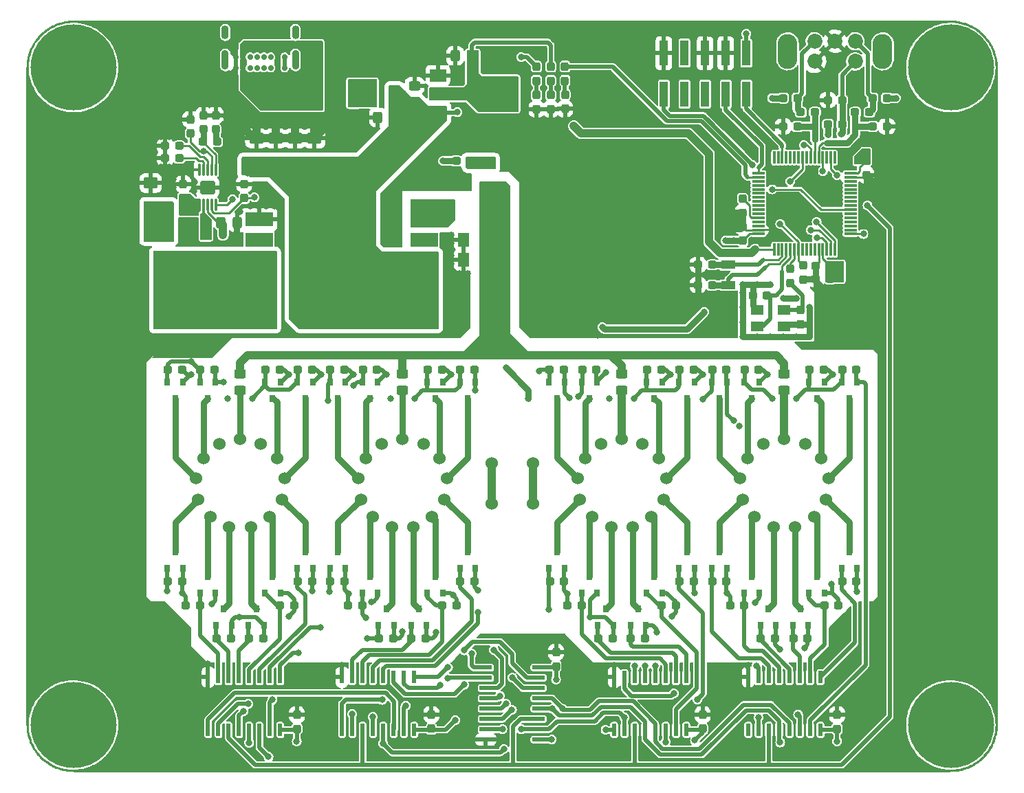
<source format=gbr>
%TF.GenerationSoftware,KiCad,Pcbnew,(5.99.0-9843-g93c991926f)*%
%TF.CreationDate,2021-03-24T22:05:53-04:00*%
%TF.ProjectId,nixieclock,6e697869-6563-46c6-9f63-6b2e6b696361,rev?*%
%TF.SameCoordinates,Original*%
%TF.FileFunction,Copper,L1,Top*%
%TF.FilePolarity,Positive*%
%FSLAX46Y46*%
G04 Gerber Fmt 4.6, Leading zero omitted, Abs format (unit mm)*
G04 Created by KiCad (PCBNEW (5.99.0-9843-g93c991926f)) date 2021-03-24 22:05:53*
%MOMM*%
%LPD*%
G01*
G04 APERTURE LIST*
G04 Aperture macros list*
%AMRoundRect*
0 Rectangle with rounded corners*
0 $1 Rounding radius*
0 $2 $3 $4 $5 $6 $7 $8 $9 X,Y pos of 4 corners*
0 Add a 4 corners polygon primitive as box body*
4,1,4,$2,$3,$4,$5,$6,$7,$8,$9,$2,$3,0*
0 Add four circle primitives for the rounded corners*
1,1,$1+$1,$2,$3*
1,1,$1+$1,$4,$5*
1,1,$1+$1,$6,$7*
1,1,$1+$1,$8,$9*
0 Add four rect primitives between the rounded corners*
20,1,$1+$1,$2,$3,$4,$5,0*
20,1,$1+$1,$4,$5,$6,$7,0*
20,1,$1+$1,$6,$7,$8,$9,0*
20,1,$1+$1,$8,$9,$2,$3,0*%
G04 Aperture macros list end*
%TA.AperFunction,SMDPad,CuDef*%
%ADD10R,0.800000X0.900000*%
%TD*%
%TA.AperFunction,SMDPad,CuDef*%
%ADD11RoundRect,0.237500X0.287500X0.237500X-0.287500X0.237500X-0.287500X-0.237500X0.287500X-0.237500X0*%
%TD*%
%TA.AperFunction,SMDPad,CuDef*%
%ADD12RoundRect,0.237500X-0.287500X-0.237500X0.287500X-0.237500X0.287500X0.237500X-0.287500X0.237500X0*%
%TD*%
%TA.AperFunction,SMDPad,CuDef*%
%ADD13R,1.600000X1.300000*%
%TD*%
%TA.AperFunction,SMDPad,CuDef*%
%ADD14RoundRect,0.137500X-0.137500X0.662500X-0.137500X-0.662500X0.137500X-0.662500X0.137500X0.662500X0*%
%TD*%
%TA.AperFunction,SMDPad,CuDef*%
%ADD15RoundRect,0.250001X0.624999X-0.462499X0.624999X0.462499X-0.624999X0.462499X-0.624999X-0.462499X0*%
%TD*%
%TA.AperFunction,SMDPad,CuDef*%
%ADD16RoundRect,0.237500X-0.237500X0.287500X-0.237500X-0.287500X0.237500X-0.287500X0.237500X0.287500X0*%
%TD*%
%TA.AperFunction,SMDPad,CuDef*%
%ADD17RoundRect,0.250001X0.462499X0.624999X-0.462499X0.624999X-0.462499X-0.624999X0.462499X-0.624999X0*%
%TD*%
%TA.AperFunction,SMDPad,CuDef*%
%ADD18RoundRect,0.237500X0.237500X-0.287500X0.237500X0.287500X-0.237500X0.287500X-0.237500X-0.287500X0*%
%TD*%
%TA.AperFunction,SMDPad,CuDef*%
%ADD19RoundRect,0.250000X-0.450000X0.325000X-0.450000X-0.325000X0.450000X-0.325000X0.450000X0.325000X0*%
%TD*%
%TA.AperFunction,ComponentPad*%
%ADD20C,0.700000*%
%TD*%
%TA.AperFunction,ComponentPad*%
%ADD21O,0.900000X1.700000*%
%TD*%
%TA.AperFunction,ComponentPad*%
%ADD22O,0.900000X2.400000*%
%TD*%
%TA.AperFunction,SMDPad,CuDef*%
%ADD23R,3.430000X1.790000*%
%TD*%
%TA.AperFunction,ComponentPad*%
%ADD24C,10.600000*%
%TD*%
%TA.AperFunction,ComponentPad*%
%ADD25O,2.400000X4.300000*%
%TD*%
%TA.AperFunction,ComponentPad*%
%ADD26C,1.850000*%
%TD*%
%TA.AperFunction,SMDPad,CuDef*%
%ADD27RoundRect,0.250000X0.325000X0.450000X-0.325000X0.450000X-0.325000X-0.450000X0.325000X-0.450000X0*%
%TD*%
%TA.AperFunction,SMDPad,CuDef*%
%ADD28R,1.200000X2.200000*%
%TD*%
%TA.AperFunction,SMDPad,CuDef*%
%ADD29R,5.800000X6.400000*%
%TD*%
%TA.AperFunction,SMDPad,CuDef*%
%ADD30RoundRect,0.137500X-0.662500X-0.137500X0.662500X-0.137500X0.662500X0.137500X-0.662500X0.137500X0*%
%TD*%
%TA.AperFunction,SMDPad,CuDef*%
%ADD31RoundRect,0.075000X0.075000X-0.700000X0.075000X0.700000X-0.075000X0.700000X-0.075000X-0.700000X0*%
%TD*%
%TA.AperFunction,SMDPad,CuDef*%
%ADD32RoundRect,0.075000X0.700000X-0.075000X0.700000X0.075000X-0.700000X0.075000X-0.700000X-0.075000X0*%
%TD*%
%TA.AperFunction,SMDPad,CuDef*%
%ADD33R,1.800000X1.000000*%
%TD*%
%TA.AperFunction,SMDPad,CuDef*%
%ADD34R,1.000000X3.150000*%
%TD*%
%TA.AperFunction,SMDPad,CuDef*%
%ADD35RoundRect,0.250000X-0.325000X-0.450000X0.325000X-0.450000X0.325000X0.450000X-0.325000X0.450000X0*%
%TD*%
%TA.AperFunction,ComponentPad*%
%ADD36C,1.524000*%
%TD*%
%TA.AperFunction,SMDPad,CuDef*%
%ADD37RoundRect,0.075000X-0.075000X0.650000X-0.075000X-0.650000X0.075000X-0.650000X0.075000X0.650000X0*%
%TD*%
%TA.AperFunction,SMDPad,CuDef*%
%ADD38RoundRect,0.250001X-0.689999X0.589999X-0.689999X-0.589999X0.689999X-0.589999X0.689999X0.589999X0*%
%TD*%
%TA.AperFunction,SMDPad,CuDef*%
%ADD39R,1.400000X2.000000*%
%TD*%
%TA.AperFunction,SMDPad,CuDef*%
%ADD40R,2.000000X1.500000*%
%TD*%
%TA.AperFunction,SMDPad,CuDef*%
%ADD41R,2.000000X3.800000*%
%TD*%
%TA.AperFunction,SMDPad,CuDef*%
%ADD42RoundRect,0.250000X0.450000X-0.325000X0.450000X0.325000X-0.450000X0.325000X-0.450000X-0.325000X0*%
%TD*%
%TA.AperFunction,SMDPad,CuDef*%
%ADD43RoundRect,0.250000X-0.400000X-1.450000X0.400000X-1.450000X0.400000X1.450000X-0.400000X1.450000X0*%
%TD*%
%TA.AperFunction,ViaPad*%
%ADD44C,0.800000*%
%TD*%
%TA.AperFunction,Conductor*%
%ADD45C,0.500000*%
%TD*%
%TA.AperFunction,Conductor*%
%ADD46C,0.800000*%
%TD*%
%TA.AperFunction,Conductor*%
%ADD47C,1.000000*%
%TD*%
%TA.AperFunction,Conductor*%
%ADD48C,0.250000*%
%TD*%
G04 APERTURE END LIST*
D10*
%TO.P,Q41,1,G*%
%TO.N,/cathode_registers/GD2*%
X152450000Y-114750000D03*
%TO.P,Q41,2,S*%
%TO.N,GND*%
X150550000Y-114750000D03*
%TO.P,Q41,3,D*%
%TO.N,/cathode_sinks/ND2*%
X151500000Y-116750000D03*
%TD*%
D11*
%TO.P,R45,1*%
%TO.N,/cathode_registers/GB0*%
X93375000Y-113200000D03*
%TO.P,R45,2*%
%TO.N,GND*%
X91625000Y-113200000D03*
%TD*%
D12*
%TO.P,R53,1*%
%TO.N,/cathode_registers/GB8*%
X87625000Y-139300000D03*
%TO.P,R53,2*%
%TO.N,GND*%
X89375000Y-139300000D03*
%TD*%
D10*
%TO.P,Q32,1,G*%
%TO.N,/cathode_registers/GC3*%
X130550000Y-137700000D03*
%TO.P,Q32,2,S*%
%TO.N,GND*%
X132450000Y-137700000D03*
%TO.P,Q32,3,D*%
%TO.N,/cathode_sinks/NC3*%
X131500000Y-135700000D03*
%TD*%
D12*
%TO.P,R71,1*%
%TO.N,/cathode_registers/GD6*%
X140625000Y-146300000D03*
%TO.P,R71,2*%
%TO.N,GND*%
X142375000Y-146300000D03*
%TD*%
D13*
%TO.P,Y1,1,1*%
%TO.N,/microcontroller/OSC_IN*%
X140150000Y-107850000D03*
%TO.P,Y1,2,2*%
%TO.N,GND*%
X143450000Y-107850000D03*
%TO.P,Y1,3,3*%
%TO.N,Net-(C26-Pad1)*%
X143450000Y-105850000D03*
%TO.P,Y1,4,4*%
%TO.N,GND*%
X140150000Y-105850000D03*
%TD*%
D14*
%TO.P,U6,1,QB*%
%TO.N,/cathode_registers/GC5*%
X131445000Y-151100000D03*
%TO.P,U6,2,QC*%
%TO.N,/cathode_registers/GC6*%
X130175000Y-151100000D03*
%TO.P,U6,3,QD*%
%TO.N,/cathode_registers/GC7*%
X128905000Y-151100000D03*
%TO.P,U6,4,QE*%
%TO.N,/cathode_registers/GC8*%
X127635000Y-151100000D03*
%TO.P,U6,5,QF*%
%TO.N,/cathode_registers/GC9*%
X126365000Y-151100000D03*
%TO.P,U6,6,QG*%
%TO.N,/cathode_registers/GD0*%
X125095000Y-151100000D03*
%TO.P,U6,7,QH*%
%TO.N,/cathode_registers/GD1*%
X123825000Y-151100000D03*
%TO.P,U6,8,GND*%
%TO.N,GND*%
X122555000Y-151100000D03*
%TO.P,U6,9,QH'*%
%TO.N,Net-(U6-Pad9)*%
X122555000Y-157600000D03*
%TO.P,U6,10,~SRCLR*%
%TO.N,/cathode_registers/~RES*%
X123825000Y-157600000D03*
%TO.P,U6,11,SRCLK*%
%TO.N,/cathode_registers/CLK*%
X125095000Y-157600000D03*
%TO.P,U6,12,RCLK*%
%TO.N,/cathode_registers/LCLK*%
X126365000Y-157600000D03*
%TO.P,U6,13,~OE*%
%TO.N,/cathode_registers/~OE*%
X127635000Y-157600000D03*
%TO.P,U6,14,SER*%
%TO.N,Net-(U5-Pad9)*%
X128905000Y-157600000D03*
%TO.P,U6,15,QA*%
%TO.N,/cathode_registers/GC4*%
X130175000Y-157600000D03*
%TO.P,U6,16,VCC*%
%TO.N,+3V3*%
X131445000Y-157600000D03*
%TD*%
D10*
%TO.P,Q16,1,G*%
%TO.N,/cathode_registers/GA7*%
X71550000Y-140700000D03*
%TO.P,Q16,2,S*%
%TO.N,GND*%
X73450000Y-140700000D03*
%TO.P,Q16,3,D*%
%TO.N,/cathode_sinks/NA7*%
X72500000Y-138700000D03*
%TD*%
D12*
%TO.P,R59,1*%
%TO.N,/cathode_registers/GC4*%
X128425000Y-142300000D03*
%TO.P,R59,2*%
%TO.N,GND*%
X130175000Y-142300000D03*
%TD*%
D15*
%TO.P,C4,1*%
%TO.N,VCC*%
X85648800Y-87695100D03*
%TO.P,C4,2*%
%TO.N,GND*%
X85648800Y-84720100D03*
%TD*%
D11*
%TO.P,R74,1*%
%TO.N,/cathode_registers/GD9*%
X136375000Y-113200000D03*
%TO.P,R74,2*%
%TO.N,GND*%
X134625000Y-113200000D03*
%TD*%
D10*
%TO.P,Q36,1,G*%
%TO.N,/cathode_registers/GC7*%
X118550000Y-140700000D03*
%TO.P,Q36,2,S*%
%TO.N,GND*%
X120450000Y-140700000D03*
%TO.P,Q36,3,D*%
%TO.N,/cathode_sinks/NC7*%
X119500000Y-138700000D03*
%TD*%
%TO.P,Q38,1,G*%
%TO.N,/cathode_registers/GC9*%
X116450000Y-114750000D03*
%TO.P,Q38,2,S*%
%TO.N,GND*%
X114550000Y-114750000D03*
%TO.P,Q38,3,D*%
%TO.N,/cathode_sinks/NC9*%
X115500000Y-116750000D03*
%TD*%
D14*
%TO.P,U4,1,QB*%
%TO.N,/cathode_registers/GA9*%
X97945000Y-151100000D03*
%TO.P,U4,2,QC*%
%TO.N,/cathode_registers/GB0*%
X96675000Y-151100000D03*
%TO.P,U4,3,QD*%
%TO.N,/cathode_registers/GB1*%
X95405000Y-151100000D03*
%TO.P,U4,4,QE*%
%TO.N,/cathode_registers/GB2*%
X94135000Y-151100000D03*
%TO.P,U4,5,QF*%
%TO.N,/cathode_registers/GB3*%
X92865000Y-151100000D03*
%TO.P,U4,6,QG*%
%TO.N,/cathode_registers/GB4*%
X91595000Y-151100000D03*
%TO.P,U4,7,QH*%
%TO.N,/cathode_registers/GB5*%
X90325000Y-151100000D03*
%TO.P,U4,8,GND*%
%TO.N,GND*%
X89055000Y-151100000D03*
%TO.P,U4,9,QH'*%
%TO.N,Net-(U4-Pad9)*%
X89055000Y-157600000D03*
%TO.P,U4,10,~SRCLR*%
%TO.N,/cathode_registers/~RES*%
X90325000Y-157600000D03*
%TO.P,U4,11,SRCLK*%
%TO.N,/cathode_registers/CLK*%
X91595000Y-157600000D03*
%TO.P,U4,12,RCLK*%
%TO.N,/cathode_registers/LCLK*%
X92865000Y-157600000D03*
%TO.P,U4,13,~OE*%
%TO.N,/cathode_registers/~OE*%
X94135000Y-157600000D03*
%TO.P,U4,14,SER*%
%TO.N,Net-(U3-Pad9)*%
X95405000Y-157600000D03*
%TO.P,U4,15,QA*%
%TO.N,/cathode_registers/GA8*%
X96675000Y-157600000D03*
%TO.P,U4,16,VCC*%
%TO.N,+3V3*%
X97945000Y-157600000D03*
%TD*%
D10*
%TO.P,Q12,1,G*%
%TO.N,/cathode_registers/GA3*%
X83550000Y-137700000D03*
%TO.P,Q12,2,S*%
%TO.N,GND*%
X85450000Y-137700000D03*
%TO.P,Q12,3,D*%
%TO.N,/cathode_sinks/NA3*%
X84500000Y-135700000D03*
%TD*%
D15*
%TO.P,C2,1*%
%TO.N,VCC*%
X80873600Y-87687500D03*
%TO.P,C2,2*%
%TO.N,GND*%
X80873600Y-84712500D03*
%TD*%
D16*
%TO.P,C24,1*%
%TO.N,/microcontroller/~NRST*%
X145800000Y-100375000D03*
%TO.P,C24,2*%
%TO.N,GND*%
X145800000Y-102125000D03*
%TD*%
D12*
%TO.P,C30,1*%
%TO.N,GND*%
X148875000Y-80000000D03*
%TO.P,C30,2*%
%TO.N,/microcontroller/ENC_SW*%
X150625000Y-80000000D03*
%TD*%
D11*
%TO.P,R57,1*%
%TO.N,/cathode_registers/GC2*%
X132375000Y-113200000D03*
%TO.P,R57,2*%
%TO.N,GND*%
X130625000Y-113200000D03*
%TD*%
D17*
%TO.P,C6,1*%
%TO.N,HV*%
X106987500Y-99700000D03*
%TO.P,C6,2*%
%TO.N,GND*%
X104012500Y-99700000D03*
%TD*%
D18*
%TO.P,C16,1*%
%TO.N,+3V3*%
X100050000Y-157450000D03*
%TO.P,C16,2*%
%TO.N,GND*%
X100050000Y-155700000D03*
%TD*%
D12*
%TO.P,C29,1*%
%TO.N,/microcontroller/ENC_A*%
X154375000Y-83250000D03*
%TO.P,C29,2*%
%TO.N,GND*%
X156125000Y-83250000D03*
%TD*%
D11*
%TO.P,C25,1*%
%TO.N,/microcontroller/OSC_IN*%
X141375000Y-104050000D03*
%TO.P,C25,2*%
%TO.N,GND*%
X139625000Y-104050000D03*
%TD*%
D12*
%TO.P,R69,1*%
%TO.N,/cathode_registers/GD4*%
X148425000Y-142300000D03*
%TO.P,R69,2*%
%TO.N,GND*%
X150175000Y-142300000D03*
%TD*%
D10*
%TO.P,Q44,1,G*%
%TO.N,/cathode_registers/GD5*%
X144550000Y-144700000D03*
%TO.P,Q44,2,S*%
%TO.N,GND*%
X146450000Y-144700000D03*
%TO.P,Q44,3,D*%
%TO.N,/cathode_sinks/ND5*%
X145500000Y-142700000D03*
%TD*%
D12*
%TO.P,R43,1*%
%TO.N,/cathode_registers/GA8*%
X67625000Y-139300000D03*
%TO.P,R43,2*%
%TO.N,GND*%
X69375000Y-139300000D03*
%TD*%
%TO.P,R70,1*%
%TO.N,/cathode_registers/GD5*%
X144625000Y-146300000D03*
%TO.P,R70,2*%
%TO.N,GND*%
X146375000Y-146300000D03*
%TD*%
D18*
%TO.P,C12,1*%
%TO.N,Net-(C12-Pad1)*%
X73500000Y-83625000D03*
%TO.P,C12,2*%
%TO.N,GND*%
X73500000Y-81875000D03*
%TD*%
D10*
%TO.P,Q42,1,G*%
%TO.N,/cathode_registers/GD3*%
X150550000Y-137700000D03*
%TO.P,Q42,2,S*%
%TO.N,GND*%
X152450000Y-137700000D03*
%TO.P,Q42,3,D*%
%TO.N,/cathode_sinks/ND3*%
X151500000Y-135700000D03*
%TD*%
%TO.P,Q31,1,G*%
%TO.N,/cathode_registers/GC2*%
X132450000Y-114750000D03*
%TO.P,Q31,2,S*%
%TO.N,GND*%
X130550000Y-114750000D03*
%TO.P,Q31,3,D*%
%TO.N,/cathode_sinks/NC2*%
X131500000Y-116750000D03*
%TD*%
%TO.P,Q39,1,G*%
%TO.N,/cathode_registers/GD0*%
X140450000Y-114750000D03*
%TO.P,Q39,2,S*%
%TO.N,GND*%
X138550000Y-114750000D03*
%TO.P,Q39,3,D*%
%TO.N,/cathode_sinks/ND0*%
X139500000Y-116750000D03*
%TD*%
%TO.P,Q17,1,G*%
%TO.N,/cathode_registers/GA8*%
X67550000Y-137700000D03*
%TO.P,Q17,2,S*%
%TO.N,GND*%
X69450000Y-137700000D03*
%TO.P,Q17,3,D*%
%TO.N,/cathode_sinks/NA8*%
X68500000Y-135700000D03*
%TD*%
D19*
%TO.P,R23,1*%
%TO.N,HV*%
X123500000Y-113725000D03*
%TO.P,R23,2*%
%TO.N,Net-(R23-Pad2)*%
X123500000Y-115775000D03*
%TD*%
D15*
%TO.P,R1,1*%
%TO.N,HV*%
X107000000Y-90687501D03*
%TO.P,R1,2*%
%TO.N,Net-(R1-Pad2)*%
X107000000Y-87712501D03*
%TD*%
D20*
%TO.P,J1,A1,GND*%
%TO.N,GND*%
X81975000Y-76025000D03*
%TO.P,J1,A4,VBUS*%
%TO.N,+5V*%
X81125000Y-76025000D03*
%TO.P,J1,A5,CC1*%
%TO.N,unconnected-(J1-PadA5)*%
X80275000Y-76025000D03*
%TO.P,J1,A6,D+*%
%TO.N,unconnected-(J1-PadA6)*%
X79425000Y-76025000D03*
%TO.P,J1,A7,D-*%
%TO.N,unconnected-(J1-PadA7)*%
X78575000Y-76025000D03*
%TO.P,J1,A8,SBU1*%
%TO.N,unconnected-(J1-PadA8)*%
X77725000Y-76025000D03*
%TO.P,J1,A9,VBUS*%
%TO.N,+5V*%
X76875000Y-76025000D03*
%TO.P,J1,A12,GND*%
%TO.N,GND*%
X76025000Y-76025000D03*
%TO.P,J1,B1,GND*%
X76025000Y-74675000D03*
%TO.P,J1,B4,VBUS*%
%TO.N,+5V*%
X76875000Y-74675000D03*
%TO.P,J1,B5,CC2*%
%TO.N,unconnected-(J1-PadB5)*%
X77725000Y-74675000D03*
%TO.P,J1,B6,D+*%
%TO.N,unconnected-(J1-PadB6)*%
X78575000Y-74675000D03*
%TO.P,J1,B7,D-*%
%TO.N,unconnected-(J1-PadB7)*%
X79425000Y-74675000D03*
%TO.P,J1,B8,SBU2*%
%TO.N,unconnected-(J1-PadB8)*%
X80275000Y-74675000D03*
%TO.P,J1,B9,VBUS*%
%TO.N,+5V*%
X81125000Y-74675000D03*
%TO.P,J1,B12,GND*%
%TO.N,GND*%
X81975000Y-74675000D03*
D21*
%TO.P,J1,S1,SHIELD*%
%TO.N,unconnected-(J1-PadS1)*%
X74675000Y-71665000D03*
D22*
X74675000Y-75045000D03*
D21*
X83325000Y-71665000D03*
D22*
X83325000Y-75045000D03*
%TD*%
D18*
%TO.P,D3,1,K*%
%TO.N,Net-(D3-Pad1)*%
X114750000Y-77625000D03*
%TO.P,D3,2,A*%
%TO.N,+3V3*%
X114750000Y-75875000D03*
%TD*%
D12*
%TO.P,R49,1*%
%TO.N,/cathode_registers/GB4*%
X101425000Y-142300000D03*
%TO.P,R49,2*%
%TO.N,GND*%
X103175000Y-142300000D03*
%TD*%
D19*
%TO.P,R21,1*%
%TO.N,HV*%
X76500000Y-113725000D03*
%TO.P,R21,2*%
%TO.N,Net-(R21-Pad2)*%
X76500000Y-115775000D03*
%TD*%
D11*
%TO.P,R56,1*%
%TO.N,/cathode_registers/GC1*%
X128375000Y-113200000D03*
%TO.P,R56,2*%
%TO.N,GND*%
X126625000Y-113200000D03*
%TD*%
D23*
%TO.P,L1,1*%
%TO.N,GND*%
X78845000Y-94700000D03*
%TO.P,L1,2*%
%TO.N,N/C*%
X78845000Y-97200000D03*
%TO.P,L1,3*%
%TO.N,Net-(L1-Pad3)*%
X78845000Y-99700000D03*
%TO.P,L1,4*%
X78845000Y-102200000D03*
%TO.P,L1,5*%
X78845000Y-104700000D03*
%TO.P,L1,6*%
X78845000Y-107200000D03*
%TO.P,L1,7*%
%TO.N,VCC*%
X99155000Y-107200000D03*
%TO.P,L1,8*%
X99155000Y-104700000D03*
%TO.P,L1,9*%
X99155000Y-102200000D03*
%TO.P,L1,10*%
X99155000Y-99700000D03*
%TO.P,L1,11*%
%TO.N,N/C*%
X99155000Y-97200000D03*
%TO.P,L1,12*%
%TO.N,Net-(D1-Pad2)*%
X99155000Y-94700000D03*
%TD*%
D12*
%TO.P,R5,1*%
%TO.N,Net-(Q2-Pad3)*%
X67780000Y-93700001D03*
%TO.P,R5,2*%
%TO.N,Net-(C8-Pad1)*%
X69530000Y-93700001D03*
%TD*%
D11*
%TO.P,R19,1*%
%TO.N,+3V3*%
X156125000Y-79750000D03*
%TO.P,R19,2*%
%TO.N,Net-(R19-Pad2)*%
X154375000Y-79750000D03*
%TD*%
D18*
%TO.P,C11,1*%
%TO.N,Net-(C11-Pad1)*%
X72000000Y-83625000D03*
%TO.P,C11,2*%
%TO.N,GND*%
X72000000Y-81875000D03*
%TD*%
D24*
%TO.P,H1,*%
%TO.N,*%
X56000000Y-76000000D03*
%TD*%
D10*
%TO.P,Q24,1,G*%
%TO.N,/cathode_registers/GB5*%
X97550000Y-144700000D03*
%TO.P,Q24,2,S*%
%TO.N,GND*%
X99450000Y-144700000D03*
%TO.P,Q24,3,D*%
%TO.N,/cathode_sinks/NB5*%
X98500000Y-142700000D03*
%TD*%
D25*
%TO.P,SW1,*%
%TO.N,*%
X143900000Y-74000000D03*
X155600000Y-74000000D03*
D26*
%TO.P,SW1,A,A*%
%TO.N,Net-(R19-Pad2)*%
X152250000Y-72750000D03*
%TO.P,SW1,B,B*%
%TO.N,Net-(R30-Pad2)*%
X147250000Y-72750000D03*
%TO.P,SW1,C,C*%
%TO.N,GND*%
X149750000Y-72750000D03*
%TO.P,SW1,S1,S1*%
%TO.N,/microcontroller/ENC_SW*%
X152250000Y-75250000D03*
%TO.P,SW1,S2,S2*%
%TO.N,GND*%
X147250000Y-75250000D03*
%TD*%
D10*
%TO.P,Q25,1,G*%
%TO.N,/cathode_registers/GB6*%
X93550000Y-144700000D03*
%TO.P,Q25,2,S*%
%TO.N,GND*%
X95450000Y-144700000D03*
%TO.P,Q25,3,D*%
%TO.N,/cathode_sinks/NB6*%
X94500000Y-142700000D03*
%TD*%
D11*
%TO.P,R55,1*%
%TO.N,/cathode_registers/GC0*%
X120375000Y-113200000D03*
%TO.P,R55,2*%
%TO.N,GND*%
X118625000Y-113200000D03*
%TD*%
%TO.P,C23,1*%
%TO.N,+3V3*%
X149125000Y-102050000D03*
%TO.P,C23,2*%
%TO.N,GND*%
X147375000Y-102050000D03*
%TD*%
D12*
%TO.P,R63,1*%
%TO.N,/cathode_registers/GC8*%
X114650000Y-139300000D03*
%TO.P,R63,2*%
%TO.N,GND*%
X116400000Y-139300000D03*
%TD*%
D24*
%TO.P,H2,*%
%TO.N,*%
X56000000Y-157000000D03*
%TD*%
D12*
%TO.P,R61,1*%
%TO.N,/cathode_registers/GC6*%
X120625000Y-146300000D03*
%TO.P,R61,2*%
%TO.N,GND*%
X122375000Y-146300000D03*
%TD*%
D27*
%TO.P,C5,1*%
%TO.N,VCC*%
X95513000Y-82143600D03*
%TO.P,C5,2*%
%TO.N,GND*%
X93463000Y-82143600D03*
%TD*%
D18*
%TO.P,C8,1*%
%TO.N,Net-(C8-Pad1)*%
X69500000Y-92075001D03*
%TO.P,C8,2*%
%TO.N,GND*%
X69500000Y-90325001D03*
%TD*%
D11*
%TO.P,R29,1*%
%TO.N,Net-(R19-Pad2)*%
X153975000Y-81500000D03*
%TO.P,R29,2*%
%TO.N,/microcontroller/ENC_A*%
X152225000Y-81500000D03*
%TD*%
D28*
%TO.P,Q2,1,G*%
%TO.N,Net-(Q2-Pad1)*%
X72279999Y-96100001D03*
D29*
%TO.P,Q2,2,D*%
%TO.N,Net-(L1-Pad3)*%
X69999999Y-102400001D03*
D28*
%TO.P,Q2,3,S*%
%TO.N,Net-(Q2-Pad3)*%
X67719999Y-96100001D03*
%TD*%
D30*
%TO.P,U5,1,QB*%
%TO.N,/cathode_registers/GB7*%
X106750000Y-149905000D03*
%TO.P,U5,2,QC*%
%TO.N,/cathode_registers/GB8*%
X106750000Y-151175000D03*
%TO.P,U5,3,QD*%
%TO.N,/cathode_registers/GB9*%
X106750000Y-152445000D03*
%TO.P,U5,4,QE*%
%TO.N,/cathode_registers/GC0*%
X106750000Y-153715000D03*
%TO.P,U5,5,QF*%
%TO.N,/cathode_registers/GC1*%
X106750000Y-154985000D03*
%TO.P,U5,6,QG*%
%TO.N,/cathode_registers/GC2*%
X106750000Y-156255000D03*
%TO.P,U5,7,QH*%
%TO.N,/cathode_registers/GC3*%
X106750000Y-157525000D03*
%TO.P,U5,8,GND*%
%TO.N,GND*%
X106750000Y-158795000D03*
%TO.P,U5,9,QH'*%
%TO.N,Net-(U5-Pad9)*%
X113250000Y-158795000D03*
%TO.P,U5,10,~SRCLR*%
%TO.N,/cathode_registers/~RES*%
X113250000Y-157525000D03*
%TO.P,U5,11,SRCLK*%
%TO.N,/cathode_registers/CLK*%
X113250000Y-156255000D03*
%TO.P,U5,12,RCLK*%
%TO.N,/cathode_registers/LCLK*%
X113250000Y-154985000D03*
%TO.P,U5,13,~OE*%
%TO.N,/cathode_registers/~OE*%
X113250000Y-153715000D03*
%TO.P,U5,14,SER*%
%TO.N,Net-(U4-Pad9)*%
X113250000Y-152445000D03*
%TO.P,U5,15,QA*%
%TO.N,/cathode_registers/GB6*%
X113250000Y-151175000D03*
%TO.P,U5,16,VCC*%
%TO.N,+3V3*%
X113250000Y-149905000D03*
%TD*%
D10*
%TO.P,Q34,1,G*%
%TO.N,/cathode_registers/GC5*%
X124550000Y-144700000D03*
%TO.P,Q34,2,S*%
%TO.N,GND*%
X126450000Y-144700000D03*
%TO.P,Q34,3,D*%
%TO.N,/cathode_sinks/NC5*%
X125500000Y-142700000D03*
%TD*%
D31*
%TO.P,U8,1,VBAT*%
%TO.N,/microcontroller/VBAT*%
X142250000Y-98425000D03*
%TO.P,U8,2,PC13*%
%TO.N,N/C*%
X142750000Y-98425000D03*
%TO.P,U8,3,PC14*%
%TO.N,/microcontroller/OSC32_IN*%
X143250000Y-98425000D03*
%TO.P,U8,4,PC15*%
%TO.N,/microcontroller/OSC32_OUT*%
X143750000Y-98425000D03*
%TO.P,U8,5,PF0*%
%TO.N,/microcontroller/OSC_IN*%
X144250000Y-98425000D03*
%TO.P,U8,6,PF1*%
%TO.N,/microcontroller/OSC_OUT*%
X144750000Y-98425000D03*
%TO.P,U8,7,NRST*%
%TO.N,/microcontroller/~NRST*%
X145250000Y-98425000D03*
%TO.P,U8,8,PC0*%
%TO.N,N/C*%
X145750000Y-98425000D03*
%TO.P,U8,9,PC1*%
X146250000Y-98425000D03*
%TO.P,U8,10,PC2*%
X146750000Y-98425000D03*
%TO.P,U8,11,PC3*%
X147250000Y-98425000D03*
%TO.P,U8,12,VSSA*%
%TO.N,GND*%
X147750000Y-98425000D03*
%TO.P,U8,13,VDDA*%
%TO.N,+3V3*%
X148250000Y-98425000D03*
%TO.P,U8,14,PA0*%
%TO.N,/cathode_registers/~OE*%
X148750000Y-98425000D03*
%TO.P,U8,15,PA1*%
%TO.N,/cathode_registers/~RES*%
X149250000Y-98425000D03*
%TO.P,U8,16,PA2*%
%TO.N,/cathode_registers/LCLK*%
X149750000Y-98425000D03*
D32*
%TO.P,U8,17,PA3*%
%TO.N,/microcontroller/~SHDN*%
X151675000Y-96500000D03*
%TO.P,U8,18,PF4*%
%TO.N,N/C*%
X151675000Y-96000000D03*
%TO.P,U8,19,PF5*%
X151675000Y-95500000D03*
%TO.P,U8,20,PA4*%
X151675000Y-95000000D03*
%TO.P,U8,21,PA5*%
X151675000Y-94500000D03*
%TO.P,U8,22,PA6*%
X151675000Y-94000000D03*
%TO.P,U8,23,PA7*%
%TO.N,/microcontroller/~TIM1_CH1N*%
X151675000Y-93500000D03*
%TO.P,U8,24,PC4*%
%TO.N,N/C*%
X151675000Y-93000000D03*
%TO.P,U8,25,PC5*%
X151675000Y-92500000D03*
%TO.P,U8,26,PB0*%
X151675000Y-92000000D03*
%TO.P,U8,27,PB1*%
X151675000Y-91500000D03*
%TO.P,U8,28,PB2*%
X151675000Y-91000000D03*
%TO.P,U8,29,PB10*%
X151675000Y-90500000D03*
%TO.P,U8,30,PB11*%
X151675000Y-90000000D03*
%TO.P,U8,31,VSS*%
%TO.N,GND*%
X151675000Y-89500000D03*
%TO.P,U8,32,VDD*%
%TO.N,+3V3*%
X151675000Y-89000000D03*
D31*
%TO.P,U8,33,PB12*%
%TO.N,N/C*%
X149750000Y-87075000D03*
%TO.P,U8,34,PB13*%
%TO.N,/cathode_registers/CLK*%
X149250000Y-87075000D03*
%TO.P,U8,35,PB14*%
%TO.N,N/C*%
X148750000Y-87075000D03*
%TO.P,U8,36,PB15*%
%TO.N,/cathode_registers/D*%
X148250000Y-87075000D03*
%TO.P,U8,37,PC6*%
%TO.N,/microcontroller/ENC_A*%
X147750000Y-87075000D03*
%TO.P,U8,38,PC7*%
%TO.N,/microcontroller/ENC_B*%
X147250000Y-87075000D03*
%TO.P,U8,39,PC8*%
%TO.N,/microcontroller/ENC_SW*%
X146750000Y-87075000D03*
%TO.P,U8,40,PC9*%
%TO.N,N/C*%
X146250000Y-87075000D03*
%TO.P,U8,41,PA8*%
%TO.N,/microcontroller/TIM1_CH1*%
X145750000Y-87075000D03*
%TO.P,U8,42,PA9*%
%TO.N,N/C*%
X145250000Y-87075000D03*
%TO.P,U8,43,PA10*%
X144750000Y-87075000D03*
%TO.P,U8,44,PA11*%
X144250000Y-87075000D03*
%TO.P,U8,45,PA12*%
X143750000Y-87075000D03*
%TO.P,U8,46,PA13*%
%TO.N,/microcontroller/SWDIO*%
X143250000Y-87075000D03*
%TO.P,U8,47,PF6*%
%TO.N,N/C*%
X142750000Y-87075000D03*
%TO.P,U8,48,PF7*%
X142250000Y-87075000D03*
D32*
%TO.P,U8,49,PA14*%
%TO.N,/microcontroller/SWDCLK*%
X140325000Y-89000000D03*
%TO.P,U8,50,PA15*%
%TO.N,Net-(D4-Pad2)*%
X140325000Y-89500000D03*
%TO.P,U8,51,PC10*%
%TO.N,N/C*%
X140325000Y-90000000D03*
%TO.P,U8,52,PC11*%
X140325000Y-90500000D03*
%TO.P,U8,53,PC12*%
X140325000Y-91000000D03*
%TO.P,U8,54,PD2*%
X140325000Y-91500000D03*
%TO.P,U8,55,PB3*%
X140325000Y-92000000D03*
%TO.P,U8,56,PB4*%
X140325000Y-92500000D03*
%TO.P,U8,57,PB5*%
X140325000Y-93000000D03*
%TO.P,U8,58,PB6*%
X140325000Y-93500000D03*
%TO.P,U8,59,PB7*%
X140325000Y-94000000D03*
%TO.P,U8,60,BOOT0*%
%TO.N,Net-(R28-Pad2)*%
X140325000Y-94500000D03*
%TO.P,U8,61,PB8*%
%TO.N,N/C*%
X140325000Y-95000000D03*
%TO.P,U8,62,PB9*%
X140325000Y-95500000D03*
%TO.P,U8,63,VSS*%
%TO.N,GND*%
X140325000Y-96000000D03*
%TO.P,U8,64,VDD*%
%TO.N,+3V3*%
X140325000Y-96500000D03*
%TD*%
D10*
%TO.P,Q19,1,G*%
%TO.N,/cathode_registers/GB0*%
X93450000Y-114750000D03*
%TO.P,Q19,2,S*%
%TO.N,GND*%
X91550000Y-114750000D03*
%TO.P,Q19,3,D*%
%TO.N,/cathode_sinks/NB0*%
X92500000Y-116750000D03*
%TD*%
D12*
%TO.P,R60,1*%
%TO.N,/cathode_registers/GC5*%
X124625000Y-146300000D03*
%TO.P,R60,2*%
%TO.N,GND*%
X126375000Y-146300000D03*
%TD*%
D24*
%TO.P,H4,*%
%TO.N,*%
X164000000Y-76000000D03*
%TD*%
D16*
%TO.P,R27,1*%
%TO.N,/microcontroller/OSC_OUT*%
X144250000Y-100775000D03*
%TO.P,R27,2*%
%TO.N,Net-(C26-Pad1)*%
X144250000Y-102525000D03*
%TD*%
D10*
%TO.P,Q40,1,G*%
%TO.N,/cathode_registers/GD1*%
X148450000Y-114750000D03*
%TO.P,Q40,2,S*%
%TO.N,GND*%
X146550000Y-114750000D03*
%TO.P,Q40,3,D*%
%TO.N,/cathode_sinks/ND1*%
X147500000Y-116750000D03*
%TD*%
%TO.P,Q28,1,G*%
%TO.N,/cathode_registers/GB9*%
X89450000Y-114750000D03*
%TO.P,Q28,2,S*%
%TO.N,GND*%
X87550000Y-114750000D03*
%TO.P,Q28,3,D*%
%TO.N,/cathode_sinks/NB9*%
X88500000Y-116750000D03*
%TD*%
D16*
%TO.P,R34,1*%
%TO.N,Net-(D4-Pad1)*%
X116510000Y-79335000D03*
%TO.P,R34,2*%
%TO.N,GND*%
X116510000Y-81085000D03*
%TD*%
D10*
%TO.P,Q33,1,G*%
%TO.N,/cathode_registers/GC4*%
X126550000Y-140700000D03*
%TO.P,Q33,2,S*%
%TO.N,GND*%
X128450000Y-140700000D03*
%TO.P,Q33,3,D*%
%TO.N,/cathode_sinks/NC4*%
X127500000Y-138700000D03*
%TD*%
D11*
%TO.P,R44,1*%
%TO.N,/cathode_registers/GA9*%
X69375000Y-113200000D03*
%TO.P,R44,2*%
%TO.N,GND*%
X67625000Y-113200000D03*
%TD*%
%TO.P,C28,1*%
%TO.N,/microcontroller/OSC32_OUT*%
X134625000Y-102800000D03*
%TO.P,C28,2*%
%TO.N,GND*%
X132875000Y-102800000D03*
%TD*%
%TO.P,R42,1*%
%TO.N,/cathode_registers/GA7*%
X71575000Y-142300000D03*
%TO.P,R42,2*%
%TO.N,GND*%
X69825000Y-142300000D03*
%TD*%
D16*
%TO.P,R32,1*%
%TO.N,Net-(D2-Pad1)*%
X113000000Y-79375000D03*
%TO.P,R32,2*%
%TO.N,GND*%
X113000000Y-81125000D03*
%TD*%
D11*
%TO.P,R52,1*%
%TO.N,/cathode_registers/GB7*%
X91575000Y-142300000D03*
%TO.P,R52,2*%
%TO.N,GND*%
X89825000Y-142300000D03*
%TD*%
%TO.P,R31,1*%
%TO.N,Net-(R30-Pad2)*%
X145125000Y-79750000D03*
%TO.P,R31,2*%
%TO.N,+3V3*%
X143375000Y-79750000D03*
%TD*%
D33*
%TO.P,Y2,1,1*%
%TO.N,/microcontroller/OSC32_IN*%
X136630000Y-100300000D03*
%TO.P,Y2,2,2*%
%TO.N,/microcontroller/OSC32_OUT*%
X136630000Y-102800000D03*
%TD*%
D18*
%TO.P,D4,1,K*%
%TO.N,Net-(D4-Pad1)*%
X116500000Y-77625000D03*
%TO.P,D4,2,A*%
%TO.N,Net-(D4-Pad2)*%
X116500000Y-75875000D03*
%TD*%
D11*
%TO.P,R35,1*%
%TO.N,/cathode_registers/GA0*%
X73375000Y-113200000D03*
%TO.P,R35,2*%
%TO.N,GND*%
X71625000Y-113200000D03*
%TD*%
D12*
%TO.P,R51,1*%
%TO.N,/cathode_registers/GB6*%
X93625000Y-146300000D03*
%TO.P,R51,2*%
%TO.N,GND*%
X95375000Y-146300000D03*
%TD*%
D34*
%TO.P,J2,1,VTref*%
%TO.N,+3V3*%
X138830000Y-74225000D03*
%TO.P,J2,2,SWDIO/TMS*%
%TO.N,/microcontroller/SWDIO*%
X138830000Y-79275000D03*
%TO.P,J2,3,GND*%
%TO.N,GND*%
X136290000Y-74225000D03*
%TO.P,J2,4,SWDCLK/TCK*%
%TO.N,/microcontroller/SWDCLK*%
X136290000Y-79275000D03*
%TO.P,J2,5,GND*%
%TO.N,GND*%
X133750000Y-74225000D03*
%TO.P,J2,6,SWO/TDO*%
%TO.N,N/C*%
X133750000Y-79275000D03*
%TO.P,J2,7,KEY*%
X131210000Y-74225000D03*
%TO.P,J2,8,NC/TDI*%
X131210000Y-79275000D03*
%TO.P,J2,9,GNDDetect*%
%TO.N,GND*%
X128670000Y-74225000D03*
%TO.P,J2,10,~RESET~*%
%TO.N,/microcontroller/~NRST*%
X128670000Y-79275000D03*
%TD*%
D24*
%TO.P,H3,*%
%TO.N,*%
X164000000Y-157000000D03*
%TD*%
D12*
%TO.P,R39,1*%
%TO.N,/cathode_registers/GA4*%
X81425000Y-142300000D03*
%TO.P,R39,2*%
%TO.N,GND*%
X83175000Y-142300000D03*
%TD*%
D10*
%TO.P,Q11,1,G*%
%TO.N,/cathode_registers/GA2*%
X85450000Y-114750000D03*
%TO.P,Q11,2,S*%
%TO.N,GND*%
X83550000Y-114750000D03*
%TO.P,Q11,3,D*%
%TO.N,/cathode_sinks/NA2*%
X84500000Y-116750000D03*
%TD*%
D12*
%TO.P,R8,1*%
%TO.N,Net-(C11-Pad1)*%
X71925000Y-85150000D03*
%TO.P,R8,2*%
%TO.N,Net-(C12-Pad1)*%
X73675000Y-85150000D03*
%TD*%
D11*
%TO.P,C27,1*%
%TO.N,/microcontroller/OSC32_IN*%
X134625000Y-100300000D03*
%TO.P,C27,2*%
%TO.N,GND*%
X132875000Y-100300000D03*
%TD*%
%TO.P,R72,1*%
%TO.N,/cathode_registers/GD7*%
X138575000Y-142300000D03*
%TO.P,R72,2*%
%TO.N,GND*%
X136825000Y-142300000D03*
%TD*%
D12*
%TO.P,R68,1*%
%TO.N,/cathode_registers/GD3*%
X150625000Y-139300000D03*
%TO.P,R68,2*%
%TO.N,GND*%
X152375000Y-139300000D03*
%TD*%
%TO.P,R41,1*%
%TO.N,/cathode_registers/GA6*%
X73625000Y-146300000D03*
%TO.P,R41,2*%
%TO.N,GND*%
X75375000Y-146300000D03*
%TD*%
D10*
%TO.P,Q47,1,G*%
%TO.N,/cathode_registers/GD8*%
X134550000Y-137700000D03*
%TO.P,Q47,2,S*%
%TO.N,GND*%
X136450000Y-137700000D03*
%TO.P,Q47,3,D*%
%TO.N,/cathode_sinks/ND8*%
X135500000Y-135700000D03*
%TD*%
%TO.P,Q26,1,G*%
%TO.N,/cathode_registers/GB7*%
X91550000Y-140700000D03*
%TO.P,Q26,2,S*%
%TO.N,GND*%
X93450000Y-140700000D03*
%TO.P,Q26,3,D*%
%TO.N,/cathode_sinks/NB7*%
X92500000Y-138700000D03*
%TD*%
D18*
%TO.P,C20,1*%
%TO.N,+3V3*%
X138400000Y-97325000D03*
%TO.P,C20,2*%
%TO.N,GND*%
X138400000Y-95575000D03*
%TD*%
D16*
%TO.P,C21,1*%
%TO.N,+3V3*%
X153600000Y-87475000D03*
%TO.P,C21,2*%
%TO.N,GND*%
X153600000Y-89225000D03*
%TD*%
D12*
%TO.P,R48,1*%
%TO.N,/cathode_registers/GB3*%
X103625000Y-139300000D03*
%TO.P,R48,2*%
%TO.N,GND*%
X105375000Y-139300000D03*
%TD*%
D10*
%TO.P,Q43,1,G*%
%TO.N,/cathode_registers/GD4*%
X146550000Y-140700000D03*
%TO.P,Q43,2,S*%
%TO.N,GND*%
X148450000Y-140700000D03*
%TO.P,Q43,3,D*%
%TO.N,/cathode_sinks/ND4*%
X147500000Y-138700000D03*
%TD*%
D16*
%TO.P,R3,1*%
%TO.N,GND*%
X77000000Y-90325001D03*
%TO.P,R3,2*%
%TO.N,/microcontroller/~SHDN*%
X77000000Y-92075001D03*
%TD*%
D14*
%TO.P,U3,1,QB*%
%TO.N,/cathode_registers/GA1*%
X81445000Y-151100000D03*
%TO.P,U3,2,QC*%
%TO.N,/cathode_registers/GA2*%
X80175000Y-151100000D03*
%TO.P,U3,3,QD*%
%TO.N,/cathode_registers/GA3*%
X78905000Y-151100000D03*
%TO.P,U3,4,QE*%
%TO.N,/cathode_registers/GA4*%
X77635000Y-151100000D03*
%TO.P,U3,5,QF*%
%TO.N,/cathode_registers/GA5*%
X76365000Y-151100000D03*
%TO.P,U3,6,QG*%
%TO.N,/cathode_registers/GA6*%
X75095000Y-151100000D03*
%TO.P,U3,7,QH*%
%TO.N,/cathode_registers/GA7*%
X73825000Y-151100000D03*
%TO.P,U3,8,GND*%
%TO.N,GND*%
X72555000Y-151100000D03*
%TO.P,U3,9,QH'*%
%TO.N,Net-(U3-Pad9)*%
X72555000Y-157600000D03*
%TO.P,U3,10,~SRCLR*%
%TO.N,/cathode_registers/~RES*%
X73825000Y-157600000D03*
%TO.P,U3,11,SRCLK*%
%TO.N,/cathode_registers/CLK*%
X75095000Y-157600000D03*
%TO.P,U3,12,RCLK*%
%TO.N,/cathode_registers/LCLK*%
X76365000Y-157600000D03*
%TO.P,U3,13,~OE*%
%TO.N,/cathode_registers/~OE*%
X77635000Y-157600000D03*
%TO.P,U3,14,SER*%
%TO.N,/cathode_registers/D*%
X78905000Y-157600000D03*
%TO.P,U3,15,QA*%
%TO.N,/cathode_registers/GA0*%
X80175000Y-157600000D03*
%TO.P,U3,16,VCC*%
%TO.N,+3V3*%
X81445000Y-157600000D03*
%TD*%
D10*
%TO.P,Q45,1,G*%
%TO.N,/cathode_registers/GD6*%
X140550000Y-144700000D03*
%TO.P,Q45,2,S*%
%TO.N,GND*%
X142450000Y-144700000D03*
%TO.P,Q45,3,D*%
%TO.N,/cathode_sinks/ND6*%
X141500000Y-142700000D03*
%TD*%
D17*
%TO.P,C7,1*%
%TO.N,HV*%
X106987500Y-97199999D03*
%TO.P,C7,2*%
%TO.N,GND*%
X104012500Y-97199999D03*
%TD*%
D18*
%TO.P,C15,1*%
%TO.N,+3V3*%
X83500000Y-157475000D03*
%TO.P,C15,2*%
%TO.N,GND*%
X83500000Y-155725000D03*
%TD*%
%TO.P,C18,1*%
%TO.N,+3V3*%
X133450000Y-157450000D03*
%TO.P,C18,2*%
%TO.N,GND*%
X133450000Y-155700000D03*
%TD*%
D12*
%TO.P,R73,1*%
%TO.N,/cathode_registers/GD8*%
X134625000Y-139300000D03*
%TO.P,R73,2*%
%TO.N,GND*%
X136375000Y-139300000D03*
%TD*%
%TO.P,R40,1*%
%TO.N,/cathode_registers/GA5*%
X77625000Y-146300000D03*
%TO.P,R40,2*%
%TO.N,GND*%
X79375000Y-146300000D03*
%TD*%
D35*
%TO.P,C9,1*%
%TO.N,VCC*%
X74130001Y-95100001D03*
%TO.P,C9,2*%
%TO.N,GND*%
X76180001Y-95100001D03*
%TD*%
D36*
%TO.P,V1,1,ANODE*%
%TO.N,Net-(R21-Pad2)*%
X76500000Y-121750000D03*
%TO.P,V1,2,CCL*%
%TO.N,N/C*%
X79060000Y-122380000D03*
%TO.P,V1,3,C1*%
%TO.N,/cathode_sinks/NA1*%
X81030000Y-124130000D03*
%TO.P,V1,4,C2*%
%TO.N,/cathode_sinks/NA2*%
X81960000Y-126590000D03*
%TO.P,V1,5,C3*%
%TO.N,/cathode_sinks/NA3*%
X81640000Y-129200000D03*
%TO.P,V1,6,C4*%
%TO.N,/cathode_sinks/NA4*%
X80150000Y-131370000D03*
%TO.P,V1,7,C5*%
%TO.N,/cathode_sinks/NA5*%
X77820000Y-132590000D03*
%TO.P,V1,8,C6*%
%TO.N,/cathode_sinks/NA6*%
X75180000Y-132590000D03*
%TO.P,V1,9,C7*%
%TO.N,/cathode_sinks/NA7*%
X72850000Y-131370000D03*
%TO.P,V1,10,C8*%
%TO.N,/cathode_sinks/NA8*%
X71360000Y-129200000D03*
%TO.P,V1,11,C9*%
%TO.N,/cathode_sinks/NA9*%
X71040000Y-126590000D03*
%TO.P,V1,12,C0*%
%TO.N,/cathode_sinks/NA0*%
X71970000Y-124130000D03*
%TO.P,V1,13,CCR*%
%TO.N,N/C*%
X73940000Y-122380000D03*
%TD*%
D10*
%TO.P,Q27,1,G*%
%TO.N,/cathode_registers/GB8*%
X87550000Y-137700000D03*
%TO.P,Q27,2,S*%
%TO.N,GND*%
X89450000Y-137700000D03*
%TO.P,Q27,3,D*%
%TO.N,/cathode_sinks/NB8*%
X88500000Y-135700000D03*
%TD*%
%TO.P,Q21,1,G*%
%TO.N,/cathode_registers/GB2*%
X105450000Y-114750000D03*
%TO.P,Q21,2,S*%
%TO.N,GND*%
X103550000Y-114750000D03*
%TO.P,Q21,3,D*%
%TO.N,/cathode_sinks/NB2*%
X104500000Y-116750000D03*
%TD*%
D36*
%TO.P,V2,1,ANODE*%
%TO.N,Net-(R22-Pad2)*%
X96500000Y-121750000D03*
%TO.P,V2,2,CCL*%
%TO.N,N/C*%
X99060000Y-122380000D03*
%TO.P,V2,3,C1*%
%TO.N,/cathode_sinks/NB1*%
X101030000Y-124130000D03*
%TO.P,V2,4,C2*%
%TO.N,/cathode_sinks/NB2*%
X101960000Y-126590000D03*
%TO.P,V2,5,C3*%
%TO.N,/cathode_sinks/NB3*%
X101640000Y-129200000D03*
%TO.P,V2,6,C4*%
%TO.N,/cathode_sinks/NB4*%
X100150000Y-131370000D03*
%TO.P,V2,7,C5*%
%TO.N,/cathode_sinks/NB5*%
X97820000Y-132590000D03*
%TO.P,V2,8,C6*%
%TO.N,/cathode_sinks/NB6*%
X95180000Y-132590000D03*
%TO.P,V2,9,C7*%
%TO.N,/cathode_sinks/NB7*%
X92850000Y-131370000D03*
%TO.P,V2,10,C8*%
%TO.N,/cathode_sinks/NB8*%
X91360000Y-129200000D03*
%TO.P,V2,11,C9*%
%TO.N,/cathode_sinks/NB9*%
X91040000Y-126590000D03*
%TO.P,V2,12,C0*%
%TO.N,/cathode_sinks/NB0*%
X91970000Y-124130000D03*
%TO.P,V2,13,CCR*%
%TO.N,N/C*%
X93940000Y-122380000D03*
%TD*%
D17*
%TO.P,FB1,1*%
%TO.N,VCC*%
X95594500Y-79150000D03*
%TO.P,FB1,2*%
%TO.N,Net-(F1-Pad2)*%
X92619500Y-79150000D03*
%TD*%
D10*
%TO.P,Q15,1,G*%
%TO.N,/cathode_registers/GA6*%
X73550000Y-144700000D03*
%TO.P,Q15,2,S*%
%TO.N,GND*%
X75450000Y-144700000D03*
%TO.P,Q15,3,D*%
%TO.N,/cathode_sinks/NA6*%
X74500000Y-142700000D03*
%TD*%
%TO.P,Q9,1,G*%
%TO.N,/cathode_registers/GA0*%
X73450000Y-114750000D03*
%TO.P,Q9,2,S*%
%TO.N,GND*%
X71550000Y-114750000D03*
%TO.P,Q9,3,D*%
%TO.N,/cathode_sinks/NA0*%
X72500000Y-116750000D03*
%TD*%
D16*
%TO.P,C26,1*%
%TO.N,Net-(C26-Pad1)*%
X145500000Y-105875000D03*
%TO.P,C26,2*%
%TO.N,GND*%
X145500000Y-107625000D03*
%TD*%
D12*
%TO.P,R58,1*%
%TO.N,/cathode_registers/GC3*%
X130625000Y-139300000D03*
%TO.P,R58,2*%
%TO.N,GND*%
X132375000Y-139300000D03*
%TD*%
D18*
%TO.P,R4,1*%
%TO.N,/power_supply/FBX*%
X70400000Y-84125000D03*
%TO.P,R4,2*%
%TO.N,GND*%
X70400000Y-82375000D03*
%TD*%
%TO.P,C19,1*%
%TO.N,+3V3*%
X150000000Y-157475000D03*
%TO.P,C19,2*%
%TO.N,GND*%
X150000000Y-155725000D03*
%TD*%
D11*
%TO.P,R64,1*%
%TO.N,/cathode_registers/GC9*%
X116375000Y-113200000D03*
%TO.P,R64,2*%
%TO.N,GND*%
X114625000Y-113200000D03*
%TD*%
D19*
%TO.P,R24,1*%
%TO.N,HV*%
X143500000Y-113725000D03*
%TO.P,R24,2*%
%TO.N,Net-(R24-Pad2)*%
X143500000Y-115775000D03*
%TD*%
D10*
%TO.P,Q30,1,G*%
%TO.N,/cathode_registers/GC1*%
X128450000Y-114750000D03*
%TO.P,Q30,2,S*%
%TO.N,GND*%
X126550000Y-114750000D03*
%TO.P,Q30,3,D*%
%TO.N,/cathode_sinks/NC1*%
X127500000Y-116750000D03*
%TD*%
D11*
%TO.P,R36,1*%
%TO.N,/cathode_registers/GA1*%
X81375000Y-113200000D03*
%TO.P,R36,2*%
%TO.N,GND*%
X79625000Y-113200000D03*
%TD*%
D10*
%TO.P,Q35,1,G*%
%TO.N,/cathode_registers/GC6*%
X120550000Y-144700000D03*
%TO.P,Q35,2,S*%
%TO.N,GND*%
X122450000Y-144700000D03*
%TO.P,Q35,3,D*%
%TO.N,/cathode_sinks/NC6*%
X121500000Y-142700000D03*
%TD*%
%TO.P,Q10,1,G*%
%TO.N,/cathode_registers/GA1*%
X81450000Y-114750000D03*
%TO.P,Q10,2,S*%
%TO.N,GND*%
X79550000Y-114750000D03*
%TO.P,Q10,3,D*%
%TO.N,/cathode_sinks/NA1*%
X80500000Y-116750000D03*
%TD*%
D12*
%TO.P,R38,1*%
%TO.N,/cathode_registers/GA3*%
X83625000Y-139300000D03*
%TO.P,R38,2*%
%TO.N,GND*%
X85375000Y-139300000D03*
%TD*%
D10*
%TO.P,Q48,1,G*%
%TO.N,/cathode_registers/GD9*%
X136450000Y-114750000D03*
%TO.P,Q48,2,S*%
%TO.N,GND*%
X134550000Y-114750000D03*
%TO.P,Q48,3,D*%
%TO.N,/cathode_sinks/ND9*%
X135500000Y-116750000D03*
%TD*%
D11*
%TO.P,R30,1*%
%TO.N,/microcontroller/ENC_B*%
X147275000Y-81500000D03*
%TO.P,R30,2*%
%TO.N,Net-(R30-Pad2)*%
X145525000Y-81500000D03*
%TD*%
%TO.P,R47,1*%
%TO.N,/cathode_registers/GB2*%
X105375000Y-113200000D03*
%TO.P,R47,2*%
%TO.N,GND*%
X103625000Y-113200000D03*
%TD*%
D15*
%TO.P,C1,1*%
%TO.N,VCC*%
X78500000Y-87687500D03*
%TO.P,C1,2*%
%TO.N,GND*%
X78500000Y-84712500D03*
%TD*%
D11*
%TO.P,R67,1*%
%TO.N,/cathode_registers/GD2*%
X152375000Y-113200000D03*
%TO.P,R67,2*%
%TO.N,GND*%
X150625000Y-113200000D03*
%TD*%
%TO.P,R37,1*%
%TO.N,/cathode_registers/GA2*%
X85375000Y-113200000D03*
%TO.P,R37,2*%
%TO.N,GND*%
X83625000Y-113200000D03*
%TD*%
D12*
%TO.P,C31,1*%
%TO.N,GND*%
X143375000Y-83250000D03*
%TO.P,C31,2*%
%TO.N,/microcontroller/ENC_B*%
X145125000Y-83250000D03*
%TD*%
D11*
%TO.P,R66,1*%
%TO.N,/cathode_registers/GD1*%
X148375000Y-113200000D03*
%TO.P,R66,2*%
%TO.N,GND*%
X146625000Y-113200000D03*
%TD*%
D14*
%TO.P,U7,1,QB*%
%TO.N,/cathode_registers/GD3*%
X147945000Y-151100000D03*
%TO.P,U7,2,QC*%
%TO.N,/cathode_registers/GD4*%
X146675000Y-151100000D03*
%TO.P,U7,3,QD*%
%TO.N,/cathode_registers/GD5*%
X145405000Y-151100000D03*
%TO.P,U7,4,QE*%
%TO.N,/cathode_registers/GD6*%
X144135000Y-151100000D03*
%TO.P,U7,5,QF*%
%TO.N,/cathode_registers/GD7*%
X142865000Y-151100000D03*
%TO.P,U7,6,QG*%
%TO.N,/cathode_registers/GD8*%
X141595000Y-151100000D03*
%TO.P,U7,7,QH*%
%TO.N,/cathode_registers/GD9*%
X140325000Y-151100000D03*
%TO.P,U7,8,GND*%
%TO.N,GND*%
X139055000Y-151100000D03*
%TO.P,U7,9,QH'*%
%TO.N,N/C*%
X139055000Y-157600000D03*
%TO.P,U7,10,~SRCLR*%
%TO.N,/cathode_registers/~RES*%
X140325000Y-157600000D03*
%TO.P,U7,11,SRCLK*%
%TO.N,/cathode_registers/CLK*%
X141595000Y-157600000D03*
%TO.P,U7,12,RCLK*%
%TO.N,/cathode_registers/LCLK*%
X142865000Y-157600000D03*
%TO.P,U7,13,~OE*%
%TO.N,/cathode_registers/~OE*%
X144135000Y-157600000D03*
%TO.P,U7,14,SER*%
%TO.N,Net-(U6-Pad9)*%
X145405000Y-157600000D03*
%TO.P,U7,15,QA*%
%TO.N,/cathode_registers/GD2*%
X146675000Y-157600000D03*
%TO.P,U7,16,VCC*%
%TO.N,+3V3*%
X147945000Y-157600000D03*
%TD*%
D36*
%TO.P,NE1,1*%
%TO.N,Net-(NE1-Pad1)*%
X112540000Y-124705983D03*
%TO.P,NE1,2*%
%TO.N,Net-(NE1-Pad2)*%
X107460000Y-124705983D03*
%TD*%
%TO.P,V4,1,ANODE*%
%TO.N,Net-(R24-Pad2)*%
X143500000Y-121750000D03*
%TO.P,V4,2,CCL*%
%TO.N,N/C*%
X146060000Y-122380000D03*
%TO.P,V4,3,C1*%
%TO.N,/cathode_sinks/ND1*%
X148030000Y-124130000D03*
%TO.P,V4,4,C2*%
%TO.N,/cathode_sinks/ND2*%
X148960000Y-126590000D03*
%TO.P,V4,5,C3*%
%TO.N,/cathode_sinks/ND3*%
X148640000Y-129200000D03*
%TO.P,V4,6,C4*%
%TO.N,/cathode_sinks/ND4*%
X147150000Y-131370000D03*
%TO.P,V4,7,C5*%
%TO.N,/cathode_sinks/ND5*%
X144820000Y-132590000D03*
%TO.P,V4,8,C6*%
%TO.N,/cathode_sinks/ND6*%
X142180000Y-132590000D03*
%TO.P,V4,9,C7*%
%TO.N,/cathode_sinks/ND7*%
X139850000Y-131370000D03*
%TO.P,V4,10,C8*%
%TO.N,/cathode_sinks/ND8*%
X138360000Y-129200000D03*
%TO.P,V4,11,C9*%
%TO.N,/cathode_sinks/ND9*%
X138040000Y-126590000D03*
%TO.P,V4,12,C0*%
%TO.N,/cathode_sinks/ND0*%
X138970000Y-124130000D03*
%TO.P,V4,13,CCR*%
%TO.N,N/C*%
X140940000Y-122380000D03*
%TD*%
D37*
%TO.P,U1,1,VC*%
%TO.N,Net-(C11-Pad1)*%
X73499999Y-88600000D03*
%TO.P,U1,2,FBX*%
%TO.N,/power_supply/FBX*%
X72999999Y-88600000D03*
%TO.P,U1,3,SS*%
%TO.N,Net-(C10-Pad1)*%
X72499999Y-88600000D03*
%TO.P,U1,4,RT*%
%TO.N,Net-(R7-Pad1)*%
X71999999Y-88600000D03*
%TO.P,U1,5,SYNC*%
%TO.N,GND*%
X71499999Y-88600000D03*
%TO.P,U1,6,SENSE*%
%TO.N,Net-(C8-Pad1)*%
X71499999Y-92900000D03*
%TO.P,U1,7,GATE*%
%TO.N,Net-(Q2-Pad1)*%
X71999999Y-92900000D03*
%TO.P,U1,8,INTVCC*%
%TO.N,VCC*%
X72499999Y-92900000D03*
%TO.P,U1,9,~SHDN~/UVLO*%
%TO.N,/microcontroller/~SHDN*%
X72999999Y-92900000D03*
%TO.P,U1,10,VIN*%
%TO.N,VCC*%
X73499999Y-92900000D03*
D38*
%TO.P,U1,11,GND*%
%TO.N,GND*%
X72499999Y-90750000D03*
%TD*%
D18*
%TO.P,R28,1*%
%TO.N,GND*%
X138400000Y-93899999D03*
%TO.P,R28,2*%
%TO.N,Net-(R28-Pad2)*%
X138400000Y-92149999D03*
%TD*%
D10*
%TO.P,Q13,1,G*%
%TO.N,/cathode_registers/GA4*%
X79550000Y-140700000D03*
%TO.P,Q13,2,S*%
%TO.N,GND*%
X81450000Y-140700000D03*
%TO.P,Q13,3,D*%
%TO.N,/cathode_sinks/NA4*%
X80500000Y-138700000D03*
%TD*%
D11*
%TO.P,R46,1*%
%TO.N,/cathode_registers/GB1*%
X101375000Y-113200000D03*
%TO.P,R46,2*%
%TO.N,GND*%
X99625000Y-113200000D03*
%TD*%
D12*
%TO.P,R50,1*%
%TO.N,/cathode_registers/GB5*%
X97600000Y-146300000D03*
%TO.P,R50,2*%
%TO.N,GND*%
X99350000Y-146300000D03*
%TD*%
D10*
%TO.P,Q37,1,G*%
%TO.N,/cathode_registers/GC8*%
X114550000Y-137700000D03*
%TO.P,Q37,2,S*%
%TO.N,GND*%
X116450000Y-137700000D03*
%TO.P,Q37,3,D*%
%TO.N,/cathode_sinks/NC8*%
X115500000Y-135700000D03*
%TD*%
%TO.P,Q46,1,G*%
%TO.N,/cathode_registers/GD7*%
X138550000Y-140700000D03*
%TO.P,Q46,2,S*%
%TO.N,GND*%
X140450000Y-140700000D03*
%TO.P,Q46,3,D*%
%TO.N,/cathode_sinks/ND7*%
X139500000Y-138700000D03*
%TD*%
D39*
%TO.P,D1,1,K*%
%TO.N,HV*%
X106700001Y-93700001D03*
%TO.P,D1,2,A*%
%TO.N,Net-(D1-Pad2)*%
X102300001Y-93700001D03*
%TD*%
D16*
%TO.P,R33,1*%
%TO.N,Net-(D3-Pad1)*%
X114750000Y-79375000D03*
%TO.P,R33,2*%
%TO.N,GND*%
X114750000Y-81125000D03*
%TD*%
D10*
%TO.P,Q18,1,G*%
%TO.N,/cathode_registers/GA9*%
X69450000Y-114750000D03*
%TO.P,Q18,2,S*%
%TO.N,GND*%
X67550000Y-114750000D03*
%TO.P,Q18,3,D*%
%TO.N,/cathode_sinks/NA9*%
X68500000Y-116750000D03*
%TD*%
D15*
%TO.P,C3,1*%
%TO.N,VCC*%
X83261200Y-87695100D03*
%TO.P,C3,2*%
%TO.N,GND*%
X83261200Y-84720100D03*
%TD*%
D27*
%TO.P,C14,1*%
%TO.N,+3V3*%
X105025000Y-74550000D03*
%TO.P,C14,2*%
%TO.N,GND*%
X102975000Y-74550000D03*
%TD*%
D36*
%TO.P,V3,1,ANODE*%
%TO.N,Net-(R23-Pad2)*%
X123500000Y-121750000D03*
%TO.P,V3,2,CCL*%
%TO.N,N/C*%
X126060000Y-122380000D03*
%TO.P,V3,3,C1*%
%TO.N,/cathode_sinks/NC1*%
X128030000Y-124130000D03*
%TO.P,V3,4,C2*%
%TO.N,/cathode_sinks/NC2*%
X128960000Y-126590000D03*
%TO.P,V3,5,C3*%
%TO.N,/cathode_sinks/NC3*%
X128640000Y-129200000D03*
%TO.P,V3,6,C4*%
%TO.N,/cathode_sinks/NC4*%
X127150000Y-131370000D03*
%TO.P,V3,7,C5*%
%TO.N,/cathode_sinks/NC5*%
X124820000Y-132590000D03*
%TO.P,V3,8,C6*%
%TO.N,/cathode_sinks/NC6*%
X122180000Y-132590000D03*
%TO.P,V3,9,C7*%
%TO.N,/cathode_sinks/NC7*%
X119850000Y-131370000D03*
%TO.P,V3,10,C8*%
%TO.N,/cathode_sinks/NC8*%
X118360000Y-129200000D03*
%TO.P,V3,11,C9*%
%TO.N,/cathode_sinks/NC9*%
X118040000Y-126590000D03*
%TO.P,V3,12,C0*%
%TO.N,/cathode_sinks/NC0*%
X118970000Y-124130000D03*
%TO.P,V3,13,CCR*%
%TO.N,N/C*%
X120940000Y-122380000D03*
%TD*%
D11*
%TO.P,R62,1*%
%TO.N,/cathode_registers/GC7*%
X118575000Y-142300000D03*
%TO.P,R62,2*%
%TO.N,GND*%
X116825000Y-142300000D03*
%TD*%
D10*
%TO.P,Q14,1,G*%
%TO.N,/cathode_registers/GA5*%
X77550000Y-144700000D03*
%TO.P,Q14,2,S*%
%TO.N,GND*%
X79450000Y-144700000D03*
%TO.P,Q14,3,D*%
%TO.N,/cathode_sinks/NA5*%
X78500000Y-142700000D03*
%TD*%
D11*
%TO.P,R7,1*%
%TO.N,Net-(R7-Pad1)*%
X69024999Y-87150000D03*
%TO.P,R7,2*%
%TO.N,GND*%
X67274999Y-87150000D03*
%TD*%
D10*
%TO.P,Q22,1,G*%
%TO.N,/cathode_registers/GB3*%
X103550000Y-137700000D03*
%TO.P,Q22,2,S*%
%TO.N,GND*%
X105450000Y-137700000D03*
%TO.P,Q22,3,D*%
%TO.N,/cathode_sinks/NB3*%
X104500000Y-135700000D03*
%TD*%
%TO.P,Q20,1,G*%
%TO.N,/cathode_registers/GB1*%
X101450000Y-114750000D03*
%TO.P,Q20,2,S*%
%TO.N,GND*%
X99550000Y-114750000D03*
%TO.P,Q20,3,D*%
%TO.N,/cathode_sinks/NB1*%
X100500000Y-116750000D03*
%TD*%
D18*
%TO.P,D2,1,K*%
%TO.N,Net-(D2-Pad1)*%
X113000000Y-77625000D03*
%TO.P,D2,2,A*%
%TO.N,VCC*%
X113000000Y-75875000D03*
%TD*%
D11*
%TO.P,R54,1*%
%TO.N,/cathode_registers/GB9*%
X89375000Y-113200000D03*
%TO.P,R54,2*%
%TO.N,GND*%
X87625000Y-113200000D03*
%TD*%
D40*
%TO.P,U2,1,GND*%
%TO.N,GND*%
X100850000Y-76950000D03*
%TO.P,U2,2,VO*%
%TO.N,+3V3*%
X100850000Y-79250000D03*
D41*
X107150000Y-79250000D03*
D40*
%TO.P,U2,3,VI*%
%TO.N,VCC*%
X100850000Y-81550000D03*
%TD*%
D11*
%TO.P,C10,1*%
%TO.N,Net-(C10-Pad1)*%
X69025000Y-85650000D03*
%TO.P,C10,2*%
%TO.N,GND*%
X67275000Y-85650000D03*
%TD*%
%TO.P,C22,1*%
%TO.N,+3V3*%
X149125000Y-100400000D03*
%TO.P,C22,2*%
%TO.N,GND*%
X147375000Y-100400000D03*
%TD*%
D10*
%TO.P,Q23,1,G*%
%TO.N,/cathode_registers/GB4*%
X99550000Y-140700000D03*
%TO.P,Q23,2,S*%
%TO.N,GND*%
X101450000Y-140700000D03*
%TO.P,Q23,3,D*%
%TO.N,/cathode_sinks/NB4*%
X100500000Y-138700000D03*
%TD*%
D42*
%TO.P,C13,1*%
%TO.N,VCC*%
X98000000Y-80275000D03*
%TO.P,C13,2*%
%TO.N,GND*%
X98000000Y-78225000D03*
%TD*%
D11*
%TO.P,R2,1*%
%TO.N,Net-(R1-Pad2)*%
X104875000Y-87500000D03*
%TO.P,R2,2*%
%TO.N,/power_supply/FBX*%
X103125000Y-87500000D03*
%TD*%
D43*
%TO.P,F1,1*%
%TO.N,+5V*%
X86040000Y-79150000D03*
%TO.P,F1,2*%
%TO.N,Net-(F1-Pad2)*%
X90490000Y-79150000D03*
%TD*%
D18*
%TO.P,C17,1*%
%TO.N,+3V3*%
X115400000Y-149775000D03*
%TO.P,C17,2*%
%TO.N,GND*%
X115400000Y-148025000D03*
%TD*%
D11*
%TO.P,R65,1*%
%TO.N,/cathode_registers/GD0*%
X140375000Y-113200000D03*
%TO.P,R65,2*%
%TO.N,GND*%
X138625000Y-113200000D03*
%TD*%
D19*
%TO.P,R22,1*%
%TO.N,HV*%
X96500000Y-113725000D03*
%TO.P,R22,2*%
%TO.N,Net-(R22-Pad2)*%
X96500000Y-115775000D03*
%TD*%
D36*
%TO.P,NE2,1*%
%TO.N,Net-(NE1-Pad1)*%
X112540000Y-129700000D03*
%TO.P,NE2,2*%
%TO.N,Net-(NE1-Pad2)*%
X107460000Y-129700000D03*
%TD*%
D15*
%TO.P,R6,1*%
%TO.N,Net-(Q2-Pad3)*%
X65500001Y-93187501D03*
%TO.P,R6,2*%
%TO.N,GND*%
X65500001Y-90212501D03*
%TD*%
D10*
%TO.P,Q29,1,G*%
%TO.N,/cathode_registers/GC0*%
X120450000Y-114750000D03*
%TO.P,Q29,2,S*%
%TO.N,GND*%
X118550000Y-114750000D03*
%TO.P,Q29,3,D*%
%TO.N,/cathode_sinks/NC0*%
X119500000Y-116750000D03*
%TD*%
D12*
%TO.P,R20,1*%
%TO.N,+3V3*%
X148875000Y-83000000D03*
%TO.P,R20,2*%
%TO.N,/microcontroller/ENC_SW*%
X150625000Y-83000000D03*
%TD*%
D44*
%TO.N,GND*%
X78000000Y-116750000D03*
X120500000Y-157600000D03*
X84300000Y-154200000D03*
X90500000Y-115200000D03*
X157550000Y-83250000D03*
X137000000Y-159350000D03*
X80700000Y-93050000D03*
X113550000Y-147875000D03*
X78200000Y-160400000D03*
X138400000Y-107350000D03*
X153500000Y-161150000D03*
X105800000Y-140400000D03*
X73000000Y-142100000D03*
X78800000Y-93050000D03*
X76500000Y-93726000D03*
X76400000Y-143700000D03*
X125000000Y-116750000D03*
X122000000Y-116750000D03*
X141800000Y-102750000D03*
X104500000Y-101350000D03*
X127800000Y-145600000D03*
X147250000Y-88750000D03*
X85400000Y-140500000D03*
X105100000Y-156700000D03*
X142000000Y-116750000D03*
X89900000Y-140800000D03*
X71150000Y-151100000D03*
X102500000Y-99150000D03*
X113300000Y-113400000D03*
X138400000Y-103750000D03*
X79700000Y-93050000D03*
X120500000Y-108950000D03*
X137200000Y-95850000D03*
X134500000Y-153800000D03*
X143400000Y-109150000D03*
X153600000Y-90450000D03*
X67250000Y-89750000D03*
X143400000Y-104450000D03*
X138400000Y-102750000D03*
X121150000Y-151100000D03*
X146600000Y-109150000D03*
X145500000Y-95750000D03*
X91948000Y-82143600D03*
X69000000Y-82750000D03*
X109600000Y-150300000D03*
X138975000Y-149675000D03*
X74750000Y-81000000D03*
X68250000Y-90750000D03*
X146000000Y-147500000D03*
X92900000Y-159800000D03*
X117500000Y-102100000D03*
X156500000Y-158000000D03*
X67250000Y-90750000D03*
X70500000Y-112200000D03*
X89050000Y-149650000D03*
X100600000Y-145600000D03*
X77800000Y-93050000D03*
X128200000Y-101500000D03*
X100850000Y-75150000D03*
X154500000Y-90450000D03*
X152400000Y-140600000D03*
X141800000Y-82650000D03*
X137575000Y-151100000D03*
X100700000Y-154000000D03*
X87650000Y-151100000D03*
X75000000Y-116750000D03*
X141800000Y-109150000D03*
X146250000Y-95000000D03*
X63750000Y-90250000D03*
X78500000Y-82550000D03*
X132850000Y-105500000D03*
X102500000Y-97650000D03*
X137200000Y-94850000D03*
X98000000Y-116750000D03*
X115400000Y-146300000D03*
X116800000Y-140800000D03*
X67750000Y-84500000D03*
X145000000Y-109150000D03*
X145000000Y-116750000D03*
X74600000Y-159750000D03*
X136280000Y-71900000D03*
X70850000Y-91200000D03*
X76750000Y-83250000D03*
X66750000Y-84500000D03*
X85648800Y-82535550D03*
X130775000Y-159050000D03*
X146600000Y-107350000D03*
X113000000Y-160000000D03*
X136400000Y-140700000D03*
X76100000Y-97250000D03*
X70900000Y-90100000D03*
X132875000Y-101575000D03*
X146600000Y-105550000D03*
X80873600Y-82535550D03*
X102500000Y-100150000D03*
X132500000Y-140700000D03*
X99100000Y-76950000D03*
X67750000Y-88250000D03*
X101375000Y-74250000D03*
X72550000Y-149500000D03*
X134200000Y-71800000D03*
X132875000Y-104150000D03*
X137950000Y-120150000D03*
X66750000Y-88250000D03*
X143000000Y-147700000D03*
X74500000Y-86250000D03*
X96500000Y-145500000D03*
X151000000Y-154300000D03*
X149300000Y-139600000D03*
X76100000Y-96250000D03*
X137200000Y-93850000D03*
X82500000Y-143600000D03*
X92700000Y-141800000D03*
X119600000Y-143700000D03*
X69400000Y-140700000D03*
X74600000Y-90200000D03*
X123250000Y-98700000D03*
X74750000Y-82000000D03*
X122550000Y-149650000D03*
X111400000Y-106150000D03*
X147400000Y-153950000D03*
X133500000Y-116900000D03*
X101500000Y-88750000D03*
X68250000Y-89750000D03*
X76000000Y-161150000D03*
X102500000Y-96650000D03*
X140200000Y-102750000D03*
X87300000Y-117000000D03*
X63750000Y-89250000D03*
X138400000Y-109150000D03*
X87111300Y-83250000D03*
X102700000Y-141000000D03*
X148450000Y-103350000D03*
X118150000Y-116500000D03*
X112200000Y-104600000D03*
X142000000Y-90000000D03*
X140200000Y-109150000D03*
X105100000Y-158800000D03*
X129700000Y-143600000D03*
X147200000Y-80050000D03*
X69000000Y-81750000D03*
X83261200Y-82535550D03*
X121750000Y-99700000D03*
X86700000Y-154200000D03*
X145000000Y-104450000D03*
X103500000Y-101350000D03*
X138400000Y-105550000D03*
X144000000Y-89000000D03*
X94650000Y-154750000D03*
X139900000Y-141900000D03*
X80350000Y-159800000D03*
X74600000Y-91300000D03*
X95000000Y-116750000D03*
%TO.N,VCC*%
X78500000Y-89050000D03*
X103250000Y-81500000D03*
X77400000Y-89050000D03*
X75565000Y-92202000D03*
X79600000Y-89050000D03*
X74400000Y-96647000D03*
X111100000Y-74700000D03*
%TO.N,HV*%
X109000000Y-94000000D03*
X122250000Y-111500000D03*
%TO.N,/cathode_registers/GA0*%
X80500000Y-153900000D03*
X74500000Y-114750000D03*
%TO.N,/power_supply/FBX*%
X101500000Y-87500000D03*
X71987347Y-86275000D03*
%TO.N,/cathode_registers/GA1*%
X83700000Y-148100000D03*
X82500000Y-113800000D03*
%TO.N,/cathode_registers/GA2*%
X86500000Y-113800000D03*
X86400000Y-145000000D03*
%TO.N,/cathode_registers/GA8*%
X67550000Y-140500000D03*
X96900000Y-154625000D03*
%TO.N,/cathode_registers/GA9*%
X102100000Y-149900000D03*
X70500000Y-113800000D03*
%TO.N,/cathode_registers/GB0*%
X94500000Y-113800000D03*
X101100000Y-152125000D03*
%TO.N,/cathode_registers/GB1*%
X102500000Y-113800000D03*
X104100000Y-152025000D03*
%TO.N,/cathode_registers/GB2*%
X105473011Y-115800000D03*
X105800000Y-143100000D03*
%TO.N,/cathode_registers/GB6*%
X92200000Y-146300000D03*
X104100000Y-147800000D03*
%TO.N,/cathode_registers/GB7*%
X92000000Y-143800000D03*
X105000000Y-148200000D03*
%TO.N,/cathode_registers/GB8*%
X87500000Y-140600000D03*
X102050000Y-151200000D03*
%TO.N,/cathode_registers/GB9*%
X107750000Y-147750000D03*
X90500000Y-113800000D03*
%TO.N,/cathode_registers/GC0*%
X121500000Y-113600000D03*
X108500000Y-153400000D03*
%TO.N,/cathode_registers/GC1*%
X129500000Y-113800000D03*
X109250000Y-154400000D03*
%TO.N,/cathode_registers/GC2*%
X109973952Y-155123952D03*
X133500000Y-113800000D03*
%TO.N,/cathode_registers/GC3*%
X108800000Y-157500000D03*
X132800000Y-153850000D03*
%TO.N,/cathode_registers/GC8*%
X127600000Y-149700000D03*
X114550000Y-142750000D03*
%TO.N,/cathode_registers/GC9*%
X126400000Y-149700000D03*
X117050000Y-116700000D03*
%TO.N,/cathode_registers/GD0*%
X125095000Y-149750000D03*
X141400000Y-113800000D03*
%TO.N,/nixie_tubes/NEH-*%
X109250000Y-113000000D03*
X112000000Y-116750000D03*
%TO.N,/cathode_registers/GD1*%
X149500000Y-113800000D03*
X129900000Y-153100000D03*
%TO.N,/cathode_registers/~OE*%
X77625000Y-159200000D03*
X116200000Y-155000000D03*
X108975000Y-159975000D03*
X147500000Y-97000000D03*
X94100000Y-159275000D03*
%TO.N,/cathode_registers/LCLK*%
X147487347Y-95012653D03*
X143000000Y-159150000D03*
X114950000Y-155000000D03*
X92850000Y-156000000D03*
X76900000Y-155300000D03*
%TO.N,/cathode_registers/CLK*%
X150000000Y-89250000D03*
X153750000Y-93000000D03*
%TO.N,/cathode_registers/~RES*%
X146750000Y-96000000D03*
X123825000Y-156050000D03*
X90300000Y-155650000D03*
X77500000Y-154400000D03*
X111125000Y-157525000D03*
X140325000Y-156050000D03*
%TO.N,Net-(U5-Pad9)*%
X114875000Y-158800000D03*
X128900000Y-159075000D03*
%TO.N,Net-(U6-Pad9)*%
X145200000Y-155700000D03*
X121500003Y-157600000D03*
%TO.N,Net-(U4-Pad9)*%
X110000000Y-151150000D03*
X94000000Y-153900000D03*
%TO.N,/cathode_registers/GD9*%
X140075000Y-149675000D03*
X137250000Y-119500000D03*
%TO.N,/microcontroller/VBAT*%
X117600000Y-83200000D03*
%TO.N,/microcontroller/~NRST*%
X143000000Y-95250000D03*
X139600000Y-88000000D03*
%TO.N,+3V3*%
X109200000Y-78750000D03*
X109200000Y-77750000D03*
X83475000Y-159025000D03*
X109200000Y-79750000D03*
X150350000Y-100350000D03*
X150350000Y-101950000D03*
X137275000Y-97325000D03*
X157250000Y-79750000D03*
X110200000Y-79750000D03*
X110200000Y-78750000D03*
X148900000Y-84250000D03*
X138830000Y-71850000D03*
X109200000Y-80750000D03*
X103000000Y-156400000D03*
X153600000Y-86350000D03*
X136275000Y-97325000D03*
X150000000Y-159000000D03*
X152500000Y-87450000D03*
X110200000Y-77750000D03*
X132500000Y-158900000D03*
X115400000Y-151400000D03*
X110200000Y-80750000D03*
X142000000Y-79750000D03*
%TO.N,/cathode_registers/D*%
X148250000Y-88750000D03*
X80000000Y-160900000D03*
%TO.N,/microcontroller/~SHDN*%
X78250000Y-92000000D03*
X153250000Y-96500000D03*
%TO.N,/microcontroller/~TIM1_CH1N*%
X142000000Y-91000000D03*
%TO.N,/microcontroller/TIM1_CH1*%
X133650000Y-106100000D03*
X144250000Y-90000000D03*
X121100000Y-107950000D03*
%TO.N,/microcontroller/ENC_SW*%
X150500000Y-84150000D03*
X145900000Y-85550000D03*
%TD*%
D45*
%TO.N,GND*%
X99600000Y-115800000D02*
X98950000Y-115800000D01*
X149400000Y-140700000D02*
X150175000Y-141475000D01*
X80050000Y-115700000D02*
X79550000Y-115200000D01*
X142375000Y-147075000D02*
X143000000Y-147700000D01*
X119600000Y-141550000D02*
X120450000Y-140700000D01*
X127300000Y-144700000D02*
X127800000Y-145200000D01*
X140450000Y-141350000D02*
X139900000Y-141900000D01*
X106750000Y-158795000D02*
X105105000Y-158795000D01*
D46*
X132875000Y-102800000D02*
X132875000Y-101575000D01*
D45*
X142450000Y-144700000D02*
X142450000Y-146225000D01*
X75375000Y-144775000D02*
X75450000Y-144700000D01*
X69825000Y-142300000D02*
X69825000Y-141125000D01*
X79450000Y-144700000D02*
X79450000Y-146225000D01*
D47*
X80873600Y-84712500D02*
X83253600Y-84712500D01*
D45*
X69375000Y-139300000D02*
X69375000Y-140675000D01*
X130100000Y-115800000D02*
X126500000Y-115800000D01*
X132450000Y-139225000D02*
X132375000Y-139300000D01*
D48*
X71499999Y-88600000D02*
X70450000Y-88600000D01*
D45*
X127800000Y-145200000D02*
X127800000Y-145600000D01*
D46*
X132875000Y-100300000D02*
X132875000Y-101575000D01*
D45*
X71550000Y-114750000D02*
X71550000Y-113275000D01*
D46*
X145500000Y-107625000D02*
X146375000Y-107625000D01*
D45*
X119600000Y-143700000D02*
X119600000Y-141550000D01*
X78450000Y-143700000D02*
X79450000Y-144700000D01*
X146625000Y-114675000D02*
X146550000Y-114750000D01*
D46*
X132875000Y-102800000D02*
X132875000Y-104150000D01*
D45*
X99550000Y-114750000D02*
X99550000Y-115750000D01*
D47*
X85648800Y-84712500D02*
X87111300Y-83250000D01*
D45*
X126550000Y-114750000D02*
X126550000Y-115750000D01*
X99350000Y-146300000D02*
X100200000Y-146300000D01*
X146050000Y-115700000D02*
X145000000Y-116750000D01*
X149600000Y-115700000D02*
X146500000Y-115700000D01*
X67625000Y-112575000D02*
X67625000Y-113200000D01*
X149400000Y-139700000D02*
X149300000Y-139600000D01*
X130550000Y-114750000D02*
X130550000Y-115350000D01*
X136400000Y-140700000D02*
X136375000Y-140675000D01*
X67550000Y-114750000D02*
X67550000Y-113275000D01*
X75375000Y-146300000D02*
X75375000Y-144775000D01*
X89825000Y-140875000D02*
X89825000Y-142300000D01*
X75450000Y-144150000D02*
X75450000Y-144700000D01*
X98950000Y-115800000D02*
X98000000Y-116750000D01*
X116400000Y-137750000D02*
X116450000Y-137700000D01*
X152450000Y-137700000D02*
X152450000Y-139225000D01*
X83625000Y-114675000D02*
X83550000Y-114750000D01*
D46*
X137200000Y-95850000D02*
X137200000Y-94850000D01*
D45*
X91625000Y-113200000D02*
X91625000Y-114675000D01*
X100200000Y-146300000D02*
X100600000Y-145900000D01*
X79450000Y-146225000D02*
X79375000Y-146300000D01*
X83175000Y-141475000D02*
X83175000Y-142300000D01*
X91550000Y-114750000D02*
X90950000Y-114750000D01*
X103550000Y-114750000D02*
X103550000Y-115250000D01*
X99550000Y-113275000D02*
X99625000Y-113200000D01*
D47*
X83261200Y-84720100D02*
X85648800Y-84720100D01*
D45*
X134550000Y-114750000D02*
X134550000Y-115850000D01*
X152375000Y-139300000D02*
X152375000Y-140575000D01*
D46*
X137200000Y-94850000D02*
X137449999Y-94850000D01*
D45*
X138550000Y-114750000D02*
X139500000Y-115700000D01*
X99450000Y-144700000D02*
X99450000Y-146200000D01*
D46*
X146600000Y-107350000D02*
X146600000Y-105550000D01*
X147375000Y-102050000D02*
X145875000Y-102050000D01*
X138400000Y-102750000D02*
X141752904Y-102750000D01*
D47*
X85648800Y-84698050D02*
X85648800Y-82535550D01*
D45*
X103625000Y-113200000D02*
X103625000Y-114675000D01*
D46*
X137200000Y-95850000D02*
X137200000Y-95750000D01*
X154500000Y-90125000D02*
X153600000Y-89225000D01*
D45*
X87625000Y-113200000D02*
X87625000Y-114675000D01*
X91625000Y-114675000D02*
X91550000Y-114750000D01*
D46*
X138350001Y-93850000D02*
X138400000Y-93899999D01*
X138400000Y-109150000D02*
X146600000Y-109150000D01*
D45*
X122450000Y-144700000D02*
X121450000Y-143700000D01*
X116800000Y-140800000D02*
X116400000Y-140400000D01*
X85450000Y-137700000D02*
X85450000Y-139225000D01*
X142375000Y-146300000D02*
X142375000Y-147075000D01*
X105450000Y-139225000D02*
X105375000Y-139300000D01*
X152375000Y-140575000D02*
X152400000Y-140600000D01*
X83550000Y-114750000D02*
X82600000Y-115700000D01*
D46*
X137200000Y-95750000D02*
X138400000Y-94550000D01*
D45*
X82400000Y-140700000D02*
X83175000Y-141475000D01*
X150625000Y-113200000D02*
X150625000Y-114675000D01*
X96100000Y-146300000D02*
X96500000Y-145900000D01*
D46*
X138400000Y-105350000D02*
X138400000Y-102750000D01*
D45*
X105800000Y-140400000D02*
X105375000Y-139975000D01*
D47*
X78500000Y-84712500D02*
X78212500Y-84712500D01*
D45*
X126500000Y-115800000D02*
X125950000Y-115800000D01*
D46*
X139625000Y-104050000D02*
X139625000Y-105325000D01*
D45*
X125950000Y-115800000D02*
X125000000Y-116750000D01*
X126375000Y-144775000D02*
X126450000Y-144700000D01*
X150625000Y-114675000D02*
X150550000Y-114750000D01*
X81975000Y-74675000D02*
X81975000Y-76025000D01*
D47*
X78500000Y-84712500D02*
X78787500Y-84712500D01*
D45*
X116825000Y-140825000D02*
X116825000Y-142300000D01*
X89900000Y-140800000D02*
X89825000Y-140875000D01*
D46*
X147375001Y-101950000D02*
X147375001Y-100350000D01*
D45*
X152450000Y-139225000D02*
X152375000Y-139300000D01*
X116400000Y-139300000D02*
X116400000Y-137750000D01*
X114625000Y-113200000D02*
X114625000Y-114675000D01*
X140950000Y-115700000D02*
X142000000Y-116750000D01*
D47*
X80873600Y-84698050D02*
X80873600Y-82535550D01*
D45*
X76025000Y-76575000D02*
X76025000Y-77475000D01*
D46*
X146600000Y-109150000D02*
X146600000Y-107350000D01*
D45*
X76025000Y-74125000D02*
X75700000Y-73800000D01*
X95375000Y-146300000D02*
X96100000Y-146300000D01*
D47*
X78500000Y-84712500D02*
X80873600Y-84712500D01*
D45*
X134625000Y-114675000D02*
X134550000Y-114750000D01*
D48*
X140325000Y-96000000D02*
X138825000Y-96000000D01*
D45*
X132375000Y-140575000D02*
X132500000Y-140700000D01*
X102700000Y-141000000D02*
X103175000Y-141475000D01*
D46*
X146375000Y-107625000D02*
X146600000Y-107850000D01*
D45*
X76025000Y-74125000D02*
X76025000Y-73425000D01*
X116400000Y-140400000D02*
X116400000Y-139300000D01*
X79625000Y-113200000D02*
X79625000Y-114675000D01*
X146375000Y-147125000D02*
X146000000Y-147500000D01*
D46*
X138400000Y-94550000D02*
X138400000Y-95575000D01*
D45*
X136375000Y-139300000D02*
X136375000Y-137775000D01*
X81450000Y-140700000D02*
X82400000Y-140700000D01*
X116800000Y-140800000D02*
X116825000Y-140825000D01*
D46*
X138400000Y-105350000D02*
X138400000Y-109150000D01*
D45*
X146550000Y-114750000D02*
X146550000Y-115650000D01*
X118550000Y-114750000D02*
X118550000Y-116100000D01*
X128450000Y-140700000D02*
X129000000Y-140700000D01*
X76025000Y-74675000D02*
X76025000Y-74125000D01*
X146625000Y-113200000D02*
X146625000Y-114675000D01*
X132375000Y-139300000D02*
X132375000Y-140575000D01*
X118625000Y-114675000D02*
X118550000Y-114750000D01*
D47*
X78212500Y-84712500D02*
X76750000Y-83250000D01*
D45*
X146500000Y-115700000D02*
X146050000Y-115700000D01*
X100600000Y-145900000D02*
X100600000Y-145600000D01*
X136825000Y-141125000D02*
X136825000Y-142300000D01*
X70500000Y-112200000D02*
X68000000Y-112200000D01*
X149400000Y-140700000D02*
X149400000Y-139700000D01*
X130175000Y-141875000D02*
X130175000Y-142300000D01*
X79625000Y-114675000D02*
X79550000Y-114750000D01*
X122450000Y-146225000D02*
X122375000Y-146300000D01*
X134625000Y-113200000D02*
X134625000Y-114675000D01*
D47*
X78500000Y-84712500D02*
X78500000Y-82550000D01*
D45*
X83625000Y-113200000D02*
X83625000Y-114675000D01*
X103625000Y-114675000D02*
X103550000Y-114750000D01*
X130175000Y-142300000D02*
X130175000Y-143125000D01*
X142450000Y-146225000D02*
X142375000Y-146300000D01*
X93450000Y-141250000D02*
X93450000Y-140700000D01*
X118550000Y-116100000D02*
X118150000Y-116500000D01*
X130625000Y-114675000D02*
X130550000Y-114750000D01*
X90950000Y-114750000D02*
X90500000Y-115200000D01*
X95450000Y-146225000D02*
X95375000Y-146300000D01*
X79550000Y-115200000D02*
X78000000Y-116750000D01*
X103175000Y-141475000D02*
X103175000Y-142300000D01*
D46*
X143400000Y-104450000D02*
X145000000Y-104450000D01*
D45*
X134550000Y-115850000D02*
X133500000Y-116900000D01*
X73450000Y-140700000D02*
X73450000Y-141650000D01*
X132450000Y-137700000D02*
X132450000Y-139225000D01*
X122450000Y-144700000D02*
X122450000Y-146225000D01*
D46*
X147375000Y-102275000D02*
X148450000Y-103350000D01*
D45*
X82600000Y-115700000D02*
X80050000Y-115700000D01*
D46*
X139625000Y-105325000D02*
X140150000Y-105850000D01*
D45*
X76025000Y-76025000D02*
X76025000Y-76575000D01*
X146450000Y-144700000D02*
X146450000Y-146225000D01*
X67550000Y-113275000D02*
X67625000Y-113200000D01*
X136400000Y-140700000D02*
X136825000Y-141125000D01*
X130550000Y-115350000D02*
X130100000Y-115800000D01*
X89900000Y-140800000D02*
X89375000Y-140275000D01*
X129000000Y-140700000D02*
X130175000Y-141875000D01*
D48*
X151675000Y-89500000D02*
X153325000Y-89500000D01*
D45*
X75900000Y-143700000D02*
X75450000Y-144150000D01*
X85450000Y-139225000D02*
X85375000Y-139300000D01*
X148450000Y-140700000D02*
X149400000Y-140700000D01*
D46*
X145875000Y-102050000D02*
X145800000Y-102125000D01*
D45*
X139055000Y-149505000D02*
X139050000Y-149500000D01*
X83175000Y-142925000D02*
X83175000Y-142300000D01*
X121450000Y-143700000D02*
X119600000Y-143700000D01*
X130625000Y-113200000D02*
X130625000Y-114675000D01*
X89450000Y-137700000D02*
X89450000Y-139225000D01*
X68000000Y-112200000D02*
X67625000Y-112575000D01*
D46*
X137449999Y-94850000D02*
X138400000Y-93899999D01*
D45*
X126550000Y-114750000D02*
X126550000Y-113275000D01*
X130175000Y-143125000D02*
X129700000Y-143600000D01*
X76400000Y-143700000D02*
X78450000Y-143700000D01*
X101450000Y-140700000D02*
X101575000Y-140700000D01*
X102400000Y-140700000D02*
X101450000Y-140700000D01*
X69450000Y-139225000D02*
X69375000Y-139300000D01*
D46*
X153600000Y-90450000D02*
X153600000Y-89225000D01*
D45*
X105450000Y-137700000D02*
X105450000Y-139225000D01*
D46*
X76100000Y-97250000D02*
X76100000Y-95170000D01*
D45*
X79550000Y-114750000D02*
X79550000Y-115200000D01*
D46*
X138400000Y-93899999D02*
X138400000Y-94550000D01*
D48*
X138825000Y-96000000D02*
X138400000Y-95575000D01*
D45*
X146375000Y-146300000D02*
X146375000Y-147125000D01*
D46*
X145500000Y-107625000D02*
X143675000Y-107625000D01*
D45*
X150550000Y-114750000D02*
X149600000Y-115700000D01*
D47*
X83253600Y-84712500D02*
X83261200Y-84720100D01*
D45*
X126450000Y-144700000D02*
X127300000Y-144700000D01*
D47*
X83261200Y-84698050D02*
X83261200Y-82535550D01*
D48*
X153725000Y-89500000D02*
X153850000Y-89375000D01*
D45*
X150175000Y-141475000D02*
X150175000Y-142300000D01*
D46*
X76100000Y-95170000D02*
X76030001Y-95100001D01*
D45*
X118625000Y-113200000D02*
X118625000Y-114675000D01*
X136375000Y-140675000D02*
X136375000Y-139300000D01*
X85400000Y-140500000D02*
X85375000Y-140475000D01*
X82500000Y-143600000D02*
X83175000Y-142925000D01*
X72555000Y-149505000D02*
X72550000Y-149500000D01*
X92900000Y-141800000D02*
X93450000Y-141250000D01*
X114625000Y-113200000D02*
X113500000Y-113200000D01*
X76025000Y-76575000D02*
X75600000Y-77000000D01*
X99450000Y-146200000D02*
X99350000Y-146300000D01*
D48*
X147750000Y-100025000D02*
X147375000Y-100400000D01*
D45*
X89055000Y-149505000D02*
X89050000Y-149500000D01*
X138625000Y-113200000D02*
X138625000Y-114675000D01*
X95450000Y-144700000D02*
X95450000Y-146225000D01*
X96500000Y-145900000D02*
X96500000Y-145500000D01*
X69450000Y-137700000D02*
X69450000Y-139225000D01*
X69825000Y-141125000D02*
X69400000Y-140700000D01*
X87625000Y-114675000D02*
X87550000Y-114750000D01*
X76400000Y-143700000D02*
X75900000Y-143700000D01*
X70500000Y-112200000D02*
X71500000Y-113200000D01*
X140450000Y-140700000D02*
X140450000Y-141350000D01*
D48*
X153325000Y-89500000D02*
X153600000Y-89225000D01*
D45*
X71550000Y-113275000D02*
X71625000Y-113200000D01*
X71500000Y-113200000D02*
X71625000Y-113200000D01*
X146450000Y-146225000D02*
X146375000Y-146300000D01*
X76025000Y-74675000D02*
X76025000Y-76025000D01*
X99550000Y-114750000D02*
X99550000Y-113275000D01*
D46*
X147375001Y-101950000D02*
X147375000Y-102275000D01*
D45*
X69375000Y-140675000D02*
X69400000Y-140700000D01*
D46*
X154500000Y-90450000D02*
X153600000Y-90450000D01*
D45*
X138625000Y-114675000D02*
X138550000Y-114750000D01*
X87300000Y-115000000D02*
X87550000Y-114750000D01*
D46*
X137200000Y-93850000D02*
X137200000Y-94850000D01*
X138125000Y-95850000D02*
X138400000Y-95575000D01*
X154500000Y-90450000D02*
X154500000Y-90125000D01*
X143675000Y-107625000D02*
X143450000Y-107850000D01*
D45*
X105375000Y-139975000D02*
X105375000Y-139300000D01*
X102700000Y-141000000D02*
X102400000Y-140700000D01*
D46*
X139625000Y-102750000D02*
X139625000Y-104050000D01*
D45*
X126550000Y-113275000D02*
X126625000Y-113200000D01*
X92700000Y-141800000D02*
X92900000Y-141800000D01*
X85375000Y-140475000D02*
X85375000Y-139300000D01*
D46*
X137675000Y-94850000D02*
X138400000Y-95575000D01*
D45*
X113500000Y-113200000D02*
X113300000Y-113400000D01*
D46*
X137200000Y-93850000D02*
X138350001Y-93850000D01*
D45*
X73450000Y-141650000D02*
X73000000Y-142100000D01*
X105105000Y-158795000D02*
X105100000Y-158800000D01*
X139500000Y-115700000D02*
X140950000Y-115700000D01*
X126375000Y-146300000D02*
X126375000Y-144775000D01*
X103000000Y-115800000D02*
X99600000Y-115800000D01*
X103550000Y-115250000D02*
X103000000Y-115800000D01*
X89375000Y-140275000D02*
X89375000Y-139300000D01*
D46*
X137200000Y-94850000D02*
X137675000Y-94850000D01*
X137200000Y-95850000D02*
X138125000Y-95850000D01*
D45*
X136375000Y-137775000D02*
X136450000Y-137700000D01*
D48*
X147750000Y-98425000D02*
X147750000Y-100025000D01*
D45*
X89450000Y-139225000D02*
X89375000Y-139300000D01*
X87300000Y-117000000D02*
X87300000Y-115000000D01*
X114625000Y-114675000D02*
X114550000Y-114750000D01*
D48*
%TO.N,VCC*%
X72499999Y-92900000D02*
X72499999Y-93827138D01*
D45*
X103200000Y-81550000D02*
X103250000Y-81500000D01*
D48*
X75565000Y-92202000D02*
X74867000Y-92900000D01*
D45*
X100850000Y-81550000D02*
X103200000Y-81550000D01*
D48*
X75150000Y-92617000D02*
X75565000Y-92202000D01*
X72499999Y-93827138D02*
X73772862Y-95100001D01*
X74867000Y-92900000D02*
X73499999Y-92900000D01*
D47*
X74400000Y-96647000D02*
X74400000Y-95370000D01*
D45*
X113000000Y-75875000D02*
X111825000Y-74700000D01*
X111825000Y-74700000D02*
X111100000Y-74700000D01*
D47*
X74400000Y-95370000D02*
X74130001Y-95100001D01*
D48*
X73772862Y-95100001D02*
X74280001Y-95100001D01*
%TO.N,Net-(R7-Pad1)*%
X71999999Y-88600000D02*
X71999999Y-87649999D01*
X71800031Y-87450031D02*
X71375030Y-87450031D01*
X71999999Y-87649999D02*
X71800031Y-87450031D01*
X71074999Y-87150000D02*
X69024999Y-87150000D01*
X71375030Y-87450031D02*
X71074999Y-87150000D01*
D47*
%TO.N,HV*%
X122200000Y-111450000D02*
X77450000Y-111450000D01*
X96500000Y-112525000D02*
X96500000Y-111525000D01*
X142500000Y-111450000D02*
X143500000Y-112450000D01*
X123500000Y-112750000D02*
X123500000Y-113700000D01*
X76500000Y-112400000D02*
X76500000Y-113700000D01*
X106987500Y-99700000D02*
X106987500Y-111437500D01*
X122250000Y-111500000D02*
X122300000Y-111450000D01*
X143500000Y-112450000D02*
X143500000Y-113450000D01*
X96500000Y-112525000D02*
X96500000Y-113775000D01*
X122250000Y-111500000D02*
X123500000Y-112750000D01*
X122250000Y-111500000D02*
X122200000Y-111450000D01*
X77450000Y-111450000D02*
X76500000Y-112400000D01*
X122300000Y-111450000D02*
X142500000Y-111450000D01*
D46*
%TO.N,/cathode_sinks/NA0*%
X71970000Y-124130000D02*
X71970000Y-117280000D01*
X71970000Y-117280000D02*
X72500000Y-116750000D01*
%TO.N,/cathode_sinks/NA1*%
X81030000Y-124130000D02*
X81030000Y-117230000D01*
X81030000Y-117230000D02*
X80500000Y-116700000D01*
D45*
%TO.N,/cathode_registers/GA0*%
X80175000Y-157600000D02*
X80175000Y-154225000D01*
X73450000Y-114750000D02*
X73450000Y-113275000D01*
X73450000Y-113275000D02*
X73375000Y-113200000D01*
X80175000Y-154225000D02*
X80500000Y-153900000D01*
X74500000Y-114750000D02*
X73450000Y-114750000D01*
D48*
%TO.N,/power_supply/FBX*%
X71987347Y-86275000D02*
X71504476Y-86275000D01*
X72999999Y-88600000D02*
X72999999Y-86886423D01*
X72999999Y-86886423D02*
X72388576Y-86275000D01*
X70400000Y-85170524D02*
X70400000Y-84125000D01*
X72388576Y-86275000D02*
X71987347Y-86275000D01*
D46*
X103125000Y-87500000D02*
X101500000Y-87500000D01*
D48*
X71504476Y-86275000D02*
X70400000Y-85170524D01*
D46*
%TO.N,/cathode_sinks/NA2*%
X84500000Y-124050000D02*
X84500000Y-116700000D01*
X81960000Y-126590000D02*
X84500000Y-124050000D01*
D45*
%TO.N,/cathode_registers/GA1*%
X83000000Y-148100000D02*
X81445000Y-149655000D01*
X81900000Y-113200000D02*
X82500000Y-113800000D01*
X82500000Y-113800000D02*
X81550000Y-114750000D01*
X81445000Y-149655000D02*
X81445000Y-151100000D01*
X81550000Y-114750000D02*
X81450000Y-114750000D01*
X81375000Y-113200000D02*
X81900000Y-113200000D01*
X83700000Y-148100000D02*
X83000000Y-148100000D01*
D46*
%TO.N,/cathode_sinks/NA3*%
X84500000Y-132060000D02*
X81640000Y-129200000D01*
X84500000Y-135700000D02*
X84500000Y-132060000D01*
D45*
%TO.N,/cathode_registers/GA2*%
X85900000Y-113200000D02*
X86500000Y-113800000D01*
X86400000Y-145000000D02*
X85100000Y-145000000D01*
X85100000Y-145000000D02*
X80175000Y-149925000D01*
X80175000Y-149925000D02*
X80175000Y-151100000D01*
X85375000Y-113200000D02*
X85900000Y-113200000D01*
X86500000Y-113800000D02*
X85550000Y-114750000D01*
X85550000Y-114750000D02*
X85450000Y-114750000D01*
D46*
%TO.N,/cathode_sinks/NA4*%
X80500000Y-131720000D02*
X80150000Y-131370000D01*
X80500000Y-138700000D02*
X80500000Y-131720000D01*
D45*
%TO.N,/cathode_registers/GA3*%
X78905000Y-150121520D02*
X84500000Y-144526520D01*
X84500000Y-141000000D02*
X83550000Y-140050000D01*
X78905000Y-151100000D02*
X78905000Y-150121520D01*
X83550000Y-140050000D02*
X83550000Y-137700000D01*
X84500000Y-144526520D02*
X84500000Y-141000000D01*
D46*
%TO.N,/cathode_sinks/NA5*%
X77820000Y-132590000D02*
X77820000Y-142020000D01*
X77820000Y-142020000D02*
X78500000Y-142700000D01*
D45*
%TO.N,/cathode_registers/GA4*%
X81425000Y-142575000D02*
X79550000Y-140700000D01*
X77635000Y-151100000D02*
X77635000Y-150165000D01*
X81425000Y-146375000D02*
X81425000Y-142575000D01*
X77635000Y-150165000D02*
X81425000Y-146375000D01*
D46*
%TO.N,/cathode_sinks/NA6*%
X75180000Y-132590000D02*
X75180000Y-142020000D01*
X75180000Y-142020000D02*
X74500000Y-142700000D01*
D45*
%TO.N,/cathode_registers/GA5*%
X76365000Y-147885000D02*
X76365000Y-151100000D01*
X77550000Y-146700000D02*
X77550000Y-144700000D01*
X76365000Y-147885000D02*
X77550000Y-146700000D01*
D46*
%TO.N,/cathode_sinks/NA7*%
X72500000Y-138700000D02*
X72500000Y-131720000D01*
X72500000Y-131720000D02*
X72850000Y-131370000D01*
D45*
%TO.N,/cathode_registers/GA6*%
X73550000Y-146400000D02*
X73550000Y-144700000D01*
X75095000Y-147945000D02*
X73550000Y-146400000D01*
X75095000Y-147945000D02*
X75095000Y-151100000D01*
D46*
%TO.N,/cathode_sinks/NA8*%
X68500000Y-135700000D02*
X68500000Y-132060000D01*
X68500000Y-132060000D02*
X71360000Y-129200000D01*
D45*
%TO.N,/cathode_registers/GA7*%
X73825000Y-148225000D02*
X71550000Y-145950000D01*
X71550000Y-145950000D02*
X71550000Y-140700000D01*
X73825000Y-151100000D02*
X73825000Y-148225000D01*
D46*
%TO.N,/cathode_sinks/NA9*%
X68500000Y-124050000D02*
X68500000Y-116750000D01*
X71040000Y-126590000D02*
X68500000Y-124050000D01*
D45*
%TO.N,/cathode_registers/GA8*%
X96675000Y-154850000D02*
X96675000Y-157600000D01*
X67550000Y-140500000D02*
X67550000Y-137700000D01*
X96900000Y-154625000D02*
X96675000Y-154850000D01*
D46*
%TO.N,/cathode_sinks/NB0*%
X91970000Y-117230000D02*
X92500000Y-116700000D01*
X91970000Y-124130000D02*
X91970000Y-117230000D01*
D45*
%TO.N,/cathode_registers/GA9*%
X70500000Y-113800000D02*
X70400000Y-113800000D01*
X70500000Y-113800000D02*
X69975000Y-113800000D01*
X100900000Y-151100000D02*
X97945000Y-151100000D01*
X70400000Y-113800000D02*
X69450000Y-114750000D01*
X69975000Y-113800000D02*
X69375000Y-113200000D01*
X102100000Y-149900000D02*
X100900000Y-151100000D01*
D46*
%TO.N,/cathode_sinks/NB1*%
X101030000Y-124130000D02*
X101030000Y-117280000D01*
X101030000Y-117280000D02*
X100500000Y-116750000D01*
D45*
%TO.N,/cathode_registers/GB0*%
X96675000Y-151875000D02*
X96675000Y-151100000D01*
X94500000Y-113800000D02*
X94400000Y-113800000D01*
X94400000Y-113800000D02*
X93450000Y-114750000D01*
X101100000Y-152125000D02*
X100825000Y-152400000D01*
X93375000Y-113200000D02*
X93900000Y-113200000D01*
X97200000Y-152400000D02*
X96675000Y-151875000D01*
X100825000Y-152400000D02*
X97200000Y-152400000D01*
X93900000Y-113200000D02*
X94500000Y-113800000D01*
D46*
%TO.N,/cathode_sinks/NB2*%
X104500000Y-124050000D02*
X104500000Y-116750000D01*
X101960000Y-126590000D02*
X104500000Y-124050000D01*
D45*
%TO.N,/cathode_registers/GB1*%
X102925011Y-153199989D02*
X96849989Y-153199989D01*
X95405000Y-151755000D02*
X95405000Y-151100000D01*
X96849989Y-153199989D02*
X95405000Y-151755000D01*
X101375000Y-113200000D02*
X101900000Y-113200000D01*
X104100000Y-152025000D02*
X102925011Y-153199989D01*
X101900000Y-113200000D02*
X102500000Y-113800000D01*
X101550000Y-114750000D02*
X101450000Y-114750000D01*
X102500000Y-113800000D02*
X101550000Y-114750000D01*
D46*
%TO.N,/cathode_sinks/NB3*%
X104500000Y-135700000D02*
X104500000Y-132060000D01*
X104500000Y-132060000D02*
X101640000Y-129200000D01*
D45*
%TO.N,/cathode_registers/GB2*%
X94525000Y-149700000D02*
X94135000Y-150090000D01*
X94135000Y-150090000D02*
X94135000Y-151100000D01*
X100560393Y-149700000D02*
X94525000Y-149700000D01*
X105800000Y-143100000D02*
X105800000Y-144460393D01*
X105450000Y-115776989D02*
X105450000Y-114750000D01*
X105800000Y-144460393D02*
X100560393Y-149700000D01*
X105473011Y-115800000D02*
X105450000Y-115776989D01*
X105450000Y-113275000D02*
X105375000Y-113200000D01*
X105450000Y-114750000D02*
X105450000Y-113275000D01*
D46*
%TO.N,/cathode_sinks/NB4*%
X100500000Y-138700000D02*
X100500000Y-131720000D01*
X100500000Y-131720000D02*
X100150000Y-131370000D01*
D45*
%TO.N,/cathode_registers/GB3*%
X105000000Y-141500000D02*
X105000000Y-144250000D01*
X100200020Y-149049980D02*
X93700020Y-149049980D01*
X93700020Y-149049980D02*
X92865000Y-149885000D01*
X103550000Y-140050000D02*
X105000000Y-141500000D01*
X103550000Y-137700000D02*
X103550000Y-140050000D01*
X92865000Y-149885000D02*
X92865000Y-151100000D01*
X105000000Y-144250000D02*
X100200020Y-149049980D01*
D46*
%TO.N,/cathode_sinks/NB5*%
X97820000Y-142020000D02*
X98500000Y-142700000D01*
X97820000Y-132590000D02*
X97820000Y-142020000D01*
D45*
%TO.N,/cathode_registers/GB4*%
X101425000Y-146775000D02*
X99800040Y-148399960D01*
X101425000Y-142300000D02*
X101425000Y-146775000D01*
X91595000Y-149230000D02*
X91595000Y-151100000D01*
X99550000Y-141250000D02*
X99550000Y-140700000D01*
X100600000Y-142300000D02*
X99550000Y-141250000D01*
X92425040Y-148399960D02*
X91595000Y-149230000D01*
X99800040Y-148399960D02*
X92425040Y-148399960D01*
X101425000Y-142300000D02*
X100600000Y-142300000D01*
D46*
%TO.N,/cathode_sinks/NB6*%
X95180000Y-132590000D02*
X95180000Y-142020000D01*
X95180000Y-142020000D02*
X94500000Y-142700000D01*
D45*
%TO.N,/cathode_registers/GB5*%
X96450060Y-147749940D02*
X97550000Y-146650000D01*
X97550000Y-146650000D02*
X97550000Y-144700000D01*
X90325000Y-151100000D02*
X90325000Y-148950000D01*
X91525060Y-147749940D02*
X96450060Y-147749940D01*
X90325000Y-148950000D02*
X91525060Y-147749940D01*
D46*
%TO.N,/cathode_sinks/NB7*%
X92500000Y-138700000D02*
X92500000Y-131720000D01*
X92500000Y-131720000D02*
X92850000Y-131370000D01*
D45*
%TO.N,/cathode_registers/GB6*%
X92200000Y-146300000D02*
X93550000Y-146300000D01*
X110000000Y-148250000D02*
X110000000Y-149400000D01*
X104100000Y-147800000D02*
X105150000Y-146750000D01*
X108500000Y-146750000D02*
X110000000Y-148250000D01*
X111775000Y-151175000D02*
X113250000Y-151175000D01*
X93550000Y-146300000D02*
X93550000Y-144700000D01*
X110000000Y-149400000D02*
X111775000Y-151175000D01*
X105150000Y-146750000D02*
X108500000Y-146750000D01*
D46*
%TO.N,/cathode_sinks/NB8*%
X88500000Y-132060000D02*
X91360000Y-129200000D01*
X88500000Y-135700000D02*
X88500000Y-132060000D01*
D45*
%TO.N,/cathode_registers/GB7*%
X105000000Y-149650000D02*
X105255000Y-149905000D01*
X91550000Y-143350000D02*
X91550000Y-140700000D01*
X105000000Y-148200000D02*
X105000000Y-149650000D01*
X92000000Y-143800000D02*
X91550000Y-143350000D01*
X105255000Y-149905000D02*
X106750000Y-149905000D01*
D46*
%TO.N,/cathode_sinks/NB9*%
X88500000Y-124050000D02*
X88500000Y-116700000D01*
X91040000Y-126590000D02*
X88500000Y-124050000D01*
D45*
%TO.N,/cathode_registers/GB8*%
X87500000Y-140600000D02*
X87500000Y-137750000D01*
X87500000Y-137750000D02*
X87550000Y-137700000D01*
X102075000Y-151175000D02*
X106750000Y-151175000D01*
X102050000Y-151200000D02*
X102075000Y-151175000D01*
D46*
%TO.N,/cathode_sinks/NC0*%
X118970000Y-124130000D02*
X118970000Y-117280000D01*
X118970000Y-117280000D02*
X119500000Y-116750000D01*
D45*
%TO.N,/cathode_registers/GB9*%
X89900000Y-113200000D02*
X90500000Y-113800000D01*
X108750000Y-148750000D02*
X107750000Y-147750000D01*
X90400000Y-113800000D02*
X89450000Y-114750000D01*
X90500000Y-113800000D02*
X90400000Y-113800000D01*
X108750000Y-148750000D02*
X108750000Y-151900000D01*
X89375000Y-113200000D02*
X89900000Y-113200000D01*
X108205000Y-152445000D02*
X108750000Y-151900000D01*
X106750000Y-152445000D02*
X108205000Y-152445000D01*
D46*
%TO.N,/cathode_sinks/NC1*%
X128030000Y-124130000D02*
X128030000Y-117280000D01*
X128030000Y-117280000D02*
X127500000Y-116750000D01*
D45*
%TO.N,/cathode_registers/GC0*%
X120375000Y-113200000D02*
X120375000Y-114675000D01*
X120375000Y-114675000D02*
X120450000Y-114750000D01*
X120450000Y-114650000D02*
X120450000Y-114750000D01*
X106750000Y-153715000D02*
X108185000Y-153715000D01*
X108185000Y-153715000D02*
X108500000Y-153400000D01*
X121500000Y-113600000D02*
X120450000Y-114650000D01*
D46*
%TO.N,/cathode_sinks/NC2*%
X128960000Y-126590000D02*
X131500000Y-124050000D01*
X131500000Y-124050000D02*
X131500000Y-116750000D01*
D45*
%TO.N,/cathode_registers/GC1*%
X128900000Y-113200000D02*
X129500000Y-113800000D01*
X106750000Y-154985000D02*
X108665000Y-154985000D01*
X129400000Y-113800000D02*
X128450000Y-114750000D01*
X129500000Y-113800000D02*
X129400000Y-113800000D01*
X108665000Y-154985000D02*
X109250000Y-154400000D01*
X128375000Y-113200000D02*
X128900000Y-113200000D01*
D46*
%TO.N,/cathode_sinks/NC3*%
X131500000Y-135700000D02*
X131500000Y-132060000D01*
X131500000Y-132060000D02*
X128640000Y-129200000D01*
D45*
%TO.N,/cathode_registers/GC2*%
X132375000Y-113200000D02*
X132900000Y-113200000D01*
X132900000Y-113200000D02*
X133500000Y-113800000D01*
X108842904Y-156255000D02*
X109973952Y-155123952D01*
X133500000Y-113800000D02*
X133400000Y-113800000D01*
X106750000Y-156255000D02*
X108842904Y-156255000D01*
X133400000Y-113800000D02*
X132450000Y-114750000D01*
D46*
%TO.N,/cathode_sinks/NC4*%
X127500000Y-131720000D02*
X127150000Y-131370000D01*
X127500000Y-138700000D02*
X127500000Y-131720000D01*
D45*
%TO.N,/cathode_registers/GC3*%
X133500000Y-143200000D02*
X130550000Y-140250000D01*
X133500000Y-153150000D02*
X133500000Y-143200000D01*
X106750000Y-157525000D02*
X108775000Y-157525000D01*
X132800000Y-153850000D02*
X133500000Y-153150000D01*
X130550000Y-140250000D02*
X130550000Y-137700000D01*
X108775000Y-157525000D02*
X108800000Y-157500000D01*
D46*
%TO.N,/cathode_sinks/NC5*%
X124820000Y-132590000D02*
X124820000Y-142020000D01*
X124820000Y-142020000D02*
X125500000Y-142700000D01*
D45*
%TO.N,/cathode_registers/GC4*%
X130175000Y-155075000D02*
X132750000Y-152500000D01*
X128425000Y-142300000D02*
X128425000Y-143725000D01*
X128425000Y-142300000D02*
X128150000Y-142300000D01*
X128150000Y-142300000D02*
X126550000Y-140700000D01*
X132750000Y-148050000D02*
X128425000Y-143725000D01*
X130175000Y-157600000D02*
X130175000Y-155075000D01*
X132750000Y-152500000D02*
X132750000Y-148050000D01*
D46*
%TO.N,/cathode_sinks/NC6*%
X122180000Y-142020000D02*
X121500000Y-142700000D01*
X122180000Y-132590000D02*
X122180000Y-142020000D01*
D45*
%TO.N,/cathode_registers/GC5*%
X124550000Y-147050000D02*
X124850000Y-147350000D01*
X131445000Y-148295000D02*
X131445000Y-151100000D01*
X130500000Y-147350000D02*
X131445000Y-148295000D01*
X124550000Y-144700000D02*
X124550000Y-147050000D01*
X124850000Y-147350000D02*
X130500000Y-147350000D01*
D46*
%TO.N,/cathode_sinks/NC7*%
X119500000Y-131720000D02*
X119850000Y-131370000D01*
X119500000Y-138700000D02*
X119500000Y-131720000D01*
D45*
%TO.N,/cathode_registers/GC6*%
X122147902Y-148100000D02*
X129736540Y-148100000D01*
X129736540Y-148100000D02*
X130175000Y-148538460D01*
X120550000Y-144700000D02*
X120550000Y-146502098D01*
X130175000Y-148538460D02*
X130175000Y-151100000D01*
X120550000Y-146502098D02*
X122147902Y-148100000D01*
D46*
%TO.N,/cathode_sinks/NC8*%
X115500000Y-132060000D02*
X118360000Y-129200000D01*
X115500000Y-135700000D02*
X115500000Y-132060000D01*
D45*
%TO.N,/cathode_registers/GC7*%
X118550000Y-145850000D02*
X118550000Y-140700000D01*
X128186740Y-148800000D02*
X121500000Y-148800000D01*
X121500000Y-148800000D02*
X118550000Y-145850000D01*
X128905000Y-151100000D02*
X128905000Y-149518260D01*
X128905000Y-149518260D02*
X128186740Y-148800000D01*
D46*
%TO.N,/cathode_sinks/NC9*%
X118040000Y-126590000D02*
X115500000Y-124050000D01*
X115500000Y-124050000D02*
X115500000Y-116750000D01*
D45*
%TO.N,/cathode_registers/GC8*%
X127635000Y-151100000D02*
X127635000Y-149735000D01*
X127635000Y-149735000D02*
X127600000Y-149700000D01*
X114550000Y-137700000D02*
X114550000Y-142750000D01*
D46*
%TO.N,/cathode_sinks/ND0*%
X138970000Y-124130000D02*
X138970000Y-117280000D01*
X138970000Y-117280000D02*
X139500000Y-116750000D01*
D45*
%TO.N,/cathode_registers/GC9*%
X126365000Y-149735000D02*
X126365000Y-151100000D01*
X116450000Y-113275000D02*
X116375000Y-113200000D01*
X116450000Y-116100000D02*
X116450000Y-114750000D01*
X117050000Y-116700000D02*
X116450000Y-116100000D01*
X126400000Y-149700000D02*
X126365000Y-149735000D01*
X116450000Y-114750000D02*
X116450000Y-113275000D01*
D46*
%TO.N,/cathode_sinks/ND1*%
X148030000Y-117280000D02*
X147500000Y-116750000D01*
X148030000Y-124130000D02*
X148030000Y-117280000D01*
D45*
%TO.N,/cathode_registers/GD0*%
X140375000Y-113200000D02*
X140800000Y-113200000D01*
X141400000Y-113800000D02*
X140450000Y-114750000D01*
X140800000Y-113200000D02*
X141400000Y-113800000D01*
X125095000Y-151100000D02*
X125095000Y-149750000D01*
D46*
%TO.N,/cathode_sinks/ND2*%
X151500000Y-124050000D02*
X151500000Y-116750000D01*
X148960000Y-126590000D02*
X151500000Y-124050000D01*
%TO.N,/nixie_tubes/NEH-*%
X112000000Y-116750000D02*
X112000000Y-115750000D01*
X112000000Y-115750000D02*
X109250000Y-113000000D01*
D45*
%TO.N,/cathode_registers/GD1*%
X129900000Y-153100000D02*
X129600000Y-153400000D01*
X148375000Y-113200000D02*
X148900000Y-113200000D01*
X123825000Y-152525000D02*
X123825000Y-151100000D01*
X148900000Y-113200000D02*
X149500000Y-113800000D01*
X129600000Y-153400000D02*
X124700000Y-153400000D01*
X149500000Y-113800000D02*
X149400000Y-113800000D01*
X124700000Y-153400000D02*
X123825000Y-152525000D01*
X149400000Y-113800000D02*
X148450000Y-114750000D01*
D46*
%TO.N,/cathode_sinks/ND3*%
X151500000Y-135700000D02*
X151500000Y-132060000D01*
X151500000Y-132060000D02*
X148640000Y-129200000D01*
D45*
%TO.N,/cathode_registers/GD2*%
X152450000Y-114750000D02*
X153250000Y-114750000D01*
X146675000Y-157600000D02*
X146675000Y-156425000D01*
X153500000Y-115000000D02*
X153500000Y-149600000D01*
X152375000Y-113200000D02*
X152375000Y-114675000D01*
X153250000Y-114750000D02*
X153500000Y-115000000D01*
X152375000Y-114675000D02*
X152450000Y-114750000D01*
X146675000Y-156425000D02*
X153500000Y-149600000D01*
D46*
%TO.N,/cathode_sinks/ND4*%
X147500000Y-138700000D02*
X147500000Y-131720000D01*
X147500000Y-131720000D02*
X147150000Y-131370000D01*
D45*
%TO.N,/cathode_registers/GD3*%
X152200000Y-146845000D02*
X147945000Y-151100000D01*
X150550000Y-140350000D02*
X152200000Y-142000000D01*
X147945000Y-151100000D02*
X147950000Y-151095000D01*
X152200000Y-142000000D02*
X152200000Y-146845000D01*
X150550000Y-137700000D02*
X150550000Y-140350000D01*
D46*
%TO.N,/cathode_sinks/ND5*%
X144820000Y-132590000D02*
X144820000Y-142020000D01*
X144820000Y-142020000D02*
X145500000Y-142700000D01*
D45*
%TO.N,/cathode_registers/GD4*%
X148425000Y-147075000D02*
X148425000Y-142300000D01*
X148425000Y-142300000D02*
X147400000Y-142300000D01*
X146675000Y-151100000D02*
X146675000Y-148825000D01*
X146550000Y-141450000D02*
X146550000Y-140700000D01*
X147400000Y-142300000D02*
X146550000Y-141450000D01*
X146675000Y-148825000D02*
X148425000Y-147075000D01*
D46*
%TO.N,/cathode_sinks/ND6*%
X142180000Y-142020000D02*
X141500000Y-142700000D01*
X142180000Y-132590000D02*
X142180000Y-142020000D01*
D45*
%TO.N,/cathode_registers/GD5*%
X144550000Y-147650000D02*
X145405000Y-148505000D01*
X144550000Y-144700000D02*
X144550000Y-147650000D01*
X145405000Y-148505000D02*
X145405000Y-151100000D01*
D46*
%TO.N,/cathode_sinks/ND7*%
X139500000Y-131720000D02*
X139850000Y-131370000D01*
X139500000Y-138700000D02*
X139500000Y-131720000D01*
D45*
%TO.N,/cathode_registers/GD6*%
X144135000Y-150110000D02*
X144135000Y-151100000D01*
X140550000Y-146525000D02*
X144135000Y-150110000D01*
X140550000Y-144700000D02*
X140550000Y-146525000D01*
D46*
%TO.N,/cathode_sinks/ND8*%
X135500000Y-135700000D02*
X135500000Y-132060000D01*
X135500000Y-132060000D02*
X138360000Y-129200000D01*
D45*
%TO.N,/cathode_registers/GD7*%
X138550000Y-147250000D02*
X139150000Y-147850000D01*
X139150000Y-147850000D02*
X140800000Y-147850000D01*
X140800000Y-147850000D02*
X142865000Y-149915000D01*
X142865000Y-149915000D02*
X142865000Y-151100000D01*
X138550000Y-140700000D02*
X138550000Y-147250000D01*
D46*
%TO.N,/cathode_sinks/ND9*%
X138040000Y-126590000D02*
X135500000Y-124050000D01*
X135500000Y-124050000D02*
X135500000Y-116750000D01*
D45*
%TO.N,/cathode_registers/GD8*%
X141595000Y-149695023D02*
X141595000Y-151100000D01*
X134550000Y-137700000D02*
X134550000Y-145450000D01*
X134550000Y-145450000D02*
X137872989Y-148772989D01*
X140672966Y-148772989D02*
X141595000Y-149695023D01*
X137872989Y-148772989D02*
X140672966Y-148772989D01*
%TO.N,/cathode_registers/~OE*%
X144135000Y-156745022D02*
X144135000Y-157600000D01*
X116349991Y-155149991D02*
X119585032Y-155149991D01*
X77635000Y-159190000D02*
X77635000Y-157600000D01*
X77625000Y-159200000D02*
X77635000Y-159190000D01*
X128516983Y-159950000D02*
X133050000Y-159950000D01*
X114915000Y-153715000D02*
X113250000Y-153715000D01*
D48*
X147500000Y-97000000D02*
X148165714Y-97000000D01*
D45*
X116200000Y-155000000D02*
X116349991Y-155149991D01*
X133050000Y-159950000D02*
X138500031Y-154499969D01*
X94135000Y-159240000D02*
X94135000Y-157600000D01*
X127635000Y-157600000D02*
X127635000Y-159068017D01*
D48*
X148165714Y-97000000D02*
X148750000Y-97584286D01*
D45*
X119585032Y-155149991D02*
X120660043Y-154074980D01*
X127635000Y-159068017D02*
X128516983Y-159950000D01*
X95225000Y-160400000D02*
X108550000Y-160400000D01*
X120660043Y-154074980D02*
X124889958Y-154074980D01*
X108550000Y-160400000D02*
X108975000Y-159975000D01*
X138500031Y-154499969D02*
X141889947Y-154499969D01*
X141889947Y-154499969D02*
X144135000Y-156745022D01*
D48*
X148750000Y-97584286D02*
X148750000Y-98425000D01*
D45*
X116200000Y-155000000D02*
X114915000Y-153715000D01*
X94100000Y-159275000D02*
X94135000Y-159240000D01*
X124889958Y-154074980D02*
X127635000Y-156820022D01*
X94100000Y-159275000D02*
X95225000Y-160400000D01*
X127635000Y-156820022D02*
X127635000Y-157600000D01*
%TO.N,/cathode_registers/LCLK*%
X114935000Y-154985000D02*
X114950000Y-155000000D01*
X92865000Y-156015000D02*
X92865000Y-157600000D01*
X128227026Y-160650020D02*
X133339957Y-160650020D01*
X76365000Y-157600000D02*
X76365000Y-155835000D01*
X76365000Y-155835000D02*
X76900000Y-155300000D01*
X126365000Y-158787994D02*
X128227026Y-160650020D01*
X126365000Y-156540000D02*
X126365000Y-157600000D01*
X142865000Y-159015000D02*
X143000000Y-159150000D01*
X115800011Y-155850011D02*
X119874989Y-155850011D01*
X133339957Y-160650020D02*
X138789988Y-155199989D01*
D48*
X147487347Y-95027906D02*
X149749999Y-97290558D01*
D45*
X124600000Y-154775000D02*
X126365000Y-156540000D01*
X141599989Y-155199989D02*
X142865000Y-156465000D01*
X138789988Y-155199989D02*
X141599989Y-155199989D01*
X92850000Y-156000000D02*
X92865000Y-156015000D01*
X142865000Y-156465000D02*
X142865000Y-157600000D01*
X142865000Y-157600000D02*
X142865000Y-159015000D01*
D48*
X147487347Y-95012653D02*
X147487347Y-95027906D01*
X149749999Y-97290558D02*
X149749999Y-98425000D01*
D45*
X113250000Y-154985000D02*
X114935000Y-154985000D01*
X114950000Y-155000000D02*
X115800011Y-155850011D01*
X120950000Y-154775000D02*
X124600000Y-154775000D01*
X119874989Y-155850011D02*
X120950000Y-154775000D01*
X126365000Y-157600000D02*
X126365000Y-158787994D01*
%TO.N,/cathode_registers/CLK*%
X111045000Y-156255000D02*
X110100000Y-157200000D01*
X113250000Y-156255000D02*
X111045000Y-156255000D01*
X75095000Y-158595000D02*
X78400000Y-161900000D01*
X150600000Y-161900000D02*
X141600000Y-161900000D01*
D48*
X149250000Y-88500000D02*
X150000000Y-89250000D01*
D45*
X75095000Y-157600000D02*
X75095000Y-158595000D01*
X125095000Y-161895000D02*
X125100000Y-161900000D01*
X125100000Y-161900000D02*
X141600000Y-161900000D01*
X110100000Y-161900000D02*
X125100000Y-161900000D01*
X141595000Y-161895000D02*
X141600000Y-161900000D01*
X153750000Y-93000000D02*
X156500000Y-95750000D01*
D48*
X149250000Y-87075000D02*
X149250000Y-88500000D01*
D45*
X125095000Y-157600000D02*
X125095000Y-161895000D01*
X91595000Y-157600000D02*
X91595000Y-161895000D01*
X75095000Y-157600000D02*
X75095000Y-157960878D01*
X110100000Y-157200000D02*
X110100000Y-161900000D01*
X156500000Y-95750000D02*
X156500000Y-156000000D01*
X78400000Y-161900000D02*
X91600000Y-161900000D01*
X141595000Y-157600000D02*
X141595000Y-161895000D01*
X156500000Y-156000000D02*
X150600000Y-161900000D01*
X91600000Y-161900000D02*
X110100000Y-161900000D01*
%TO.N,/cathode_registers/~RES*%
X90325000Y-155675000D02*
X90300000Y-155650000D01*
X90325000Y-157600000D02*
X90325000Y-155675000D01*
D48*
X146750000Y-96000000D02*
X147823017Y-96000000D01*
D45*
X111125000Y-157525000D02*
X113250000Y-157525000D01*
X73825000Y-157600000D02*
X73825000Y-156800000D01*
X114535085Y-157525000D02*
X115510054Y-156550031D01*
D48*
X149250000Y-97426983D02*
X149250000Y-98425000D01*
D45*
X120164946Y-156550031D02*
X121239958Y-155475020D01*
X115510054Y-156550031D02*
X120164946Y-156550031D01*
X123825000Y-156050000D02*
X123825000Y-157600000D01*
X113250000Y-157525000D02*
X114535085Y-157525000D01*
X73825000Y-156800000D02*
X76225000Y-154400000D01*
X140325000Y-157600000D02*
X140325000Y-156050000D01*
X76225000Y-154400000D02*
X77500000Y-154400000D01*
D48*
X147823017Y-96000000D02*
X149250000Y-97426983D01*
D45*
X123250020Y-155475020D02*
X123825000Y-156050000D01*
X121239958Y-155475020D02*
X123250020Y-155475020D01*
%TO.N,Net-(U5-Pad9)*%
X128905000Y-159070000D02*
X128900000Y-159075000D01*
X113250000Y-158795000D02*
X114870000Y-158795000D01*
X114870000Y-158795000D02*
X114875000Y-158800000D01*
X128905000Y-157600000D02*
X128905000Y-159070000D01*
%TO.N,Net-(U6-Pad9)*%
X145405000Y-157600000D02*
X145405000Y-155905000D01*
X145405000Y-155905000D02*
X145200000Y-155700000D01*
X121500003Y-157600000D02*
X122555000Y-157600000D01*
D48*
%TO.N,Net-(C10-Pad1)*%
X72050011Y-87000011D02*
X71593063Y-87000011D01*
X70243052Y-85650000D02*
X69025000Y-85650000D01*
X72499999Y-88600000D02*
X72499999Y-87449999D01*
X72499999Y-87449999D02*
X72050011Y-87000011D01*
X68800000Y-85850000D02*
X68900000Y-85750000D01*
X71593063Y-87000011D02*
X70243052Y-85650000D01*
D45*
%TO.N,Net-(U3-Pad9)*%
X75850011Y-153049989D02*
X94408006Y-153049989D01*
X95500011Y-157504989D02*
X95405000Y-157600000D01*
X94408006Y-153049989D02*
X95500011Y-154141994D01*
X95500011Y-154141994D02*
X95500011Y-157504989D01*
X72555000Y-156345000D02*
X75850011Y-153049989D01*
X72555000Y-157600000D02*
X72555000Y-156345000D01*
%TO.N,Net-(U4-Pad9)*%
X111295000Y-152445000D02*
X110000000Y-151150000D01*
X113250000Y-152445000D02*
X111295000Y-152445000D01*
X89055000Y-154345000D02*
X89500000Y-153900000D01*
X89500000Y-153900000D02*
X94000000Y-153900000D01*
X89055000Y-157600000D02*
X89055000Y-154345000D01*
D48*
%TO.N,Net-(C11-Pad1)*%
X73499999Y-86749999D02*
X71950000Y-85200000D01*
X73499999Y-88600000D02*
X73499999Y-86749999D01*
D46*
X72000000Y-85075000D02*
X71925000Y-85150000D01*
D48*
X71950000Y-85200000D02*
X71750000Y-85200000D01*
D46*
X72000000Y-83625000D02*
X72000000Y-85075000D01*
%TO.N,Net-(C12-Pad1)*%
X73500000Y-84975000D02*
X73675000Y-85150000D01*
X73500000Y-83625000D02*
X73500000Y-84975000D01*
D45*
%TO.N,/cathode_registers/GD9*%
X136375000Y-113200000D02*
X136375000Y-114675000D01*
X136450000Y-114750000D02*
X136450000Y-118700000D01*
X136375000Y-114675000D02*
X136450000Y-114750000D01*
X140075000Y-149675000D02*
X140325000Y-149925000D01*
X140325000Y-149925000D02*
X140325000Y-151100000D01*
X136450000Y-118700000D02*
X137250000Y-119500000D01*
D47*
%TO.N,/microcontroller/VBAT*%
X135587500Y-98837500D02*
X139462500Y-98837500D01*
X134250000Y-97500000D02*
X135587500Y-98837500D01*
X134250000Y-86650000D02*
X134250000Y-97500000D01*
X131700000Y-84100000D02*
X134250000Y-86650000D01*
D48*
X142250000Y-98425000D02*
X140125000Y-98425000D01*
X140125000Y-98425000D02*
X139900000Y-98200000D01*
D47*
X139462500Y-98837500D02*
X139900000Y-98400000D01*
X117600000Y-83200000D02*
X118500000Y-84100000D01*
X118500000Y-84100000D02*
X131700000Y-84100000D01*
D48*
%TO.N,/microcontroller/~NRST*%
X145250000Y-97500000D02*
X145250000Y-98425000D01*
D45*
X133580000Y-81950000D02*
X129380000Y-81950000D01*
X129380000Y-81950000D02*
X128670000Y-81240000D01*
X137380000Y-85750000D02*
X133980000Y-82350000D01*
X139600000Y-87970000D02*
X137380000Y-85750000D01*
X139600000Y-88000000D02*
X139600000Y-87970000D01*
D48*
X145250000Y-99825000D02*
X145800000Y-100375000D01*
D45*
X137380000Y-85750000D02*
X133580000Y-81950000D01*
D48*
X143000000Y-95250000D02*
X145250000Y-97500000D01*
X145250000Y-98425000D02*
X145250000Y-99825000D01*
D45*
X128670000Y-81240000D02*
X128670000Y-79275000D01*
%TO.N,/microcontroller/SWDCLK*%
X140750000Y-87900000D02*
X140325000Y-88325000D01*
D48*
X140325000Y-89000000D02*
X140325000Y-88325000D01*
D45*
X136290000Y-79275000D02*
X136290000Y-81195000D01*
X136290000Y-81195000D02*
X140750000Y-85655000D01*
X140750000Y-85655000D02*
X140750000Y-87900000D01*
%TO.N,/microcontroller/SWDIO*%
X143250000Y-85500000D02*
X143250000Y-85750000D01*
X138830000Y-79275000D02*
X138830000Y-81080000D01*
X138830000Y-81080000D02*
X143250000Y-85500000D01*
D48*
X143250000Y-87075000D02*
X143250000Y-85750000D01*
D45*
%TO.N,+3V3*%
X113250000Y-149905000D02*
X115380000Y-149905000D01*
D46*
X148875000Y-84225000D02*
X148900000Y-84250000D01*
X157250000Y-79750000D02*
X156125000Y-79750000D01*
D45*
X147945000Y-157600000D02*
X149975000Y-157600000D01*
D46*
X137275000Y-97325000D02*
X138400000Y-97325000D01*
D48*
X140325000Y-96499999D02*
X139225001Y-96499999D01*
D45*
X133450000Y-157950000D02*
X132500000Y-158900000D01*
X114400000Y-72900000D02*
X105400000Y-72900000D01*
X101800000Y-157600000D02*
X103000000Y-156400000D01*
D46*
X143375000Y-79750000D02*
X142000000Y-79750000D01*
D45*
X115380000Y-149905000D02*
X115400000Y-149925000D01*
X133450000Y-157600000D02*
X133450000Y-157950000D01*
D48*
X148250000Y-99525000D02*
X149125000Y-100400000D01*
D45*
X114750000Y-75875000D02*
X114750000Y-73250000D01*
X83500000Y-157625000D02*
X81470000Y-157625000D01*
D46*
X148875000Y-83000000D02*
X148875000Y-84225000D01*
D48*
X152800000Y-88750000D02*
X152800000Y-88275000D01*
D45*
X115400000Y-149925000D02*
X115400000Y-151400000D01*
X149975000Y-157600000D02*
X150000000Y-157625000D01*
D48*
X151675000Y-89000001D02*
X152550000Y-89000000D01*
X152550000Y-89000000D02*
X152800000Y-88750000D01*
X139225001Y-96499999D02*
X138400000Y-97325000D01*
D45*
X97945000Y-157600000D02*
X100050000Y-157600000D01*
X114980000Y-149905000D02*
X115000000Y-149925000D01*
D46*
X136275000Y-97325000D02*
X137275000Y-97325000D01*
D45*
X150000000Y-157625000D02*
X150000000Y-159000000D01*
X105025000Y-73275000D02*
X105025000Y-74550000D01*
X83500000Y-157625000D02*
X83500000Y-159000000D01*
D48*
X152800000Y-88275000D02*
X153600000Y-87475000D01*
D45*
X138830000Y-74225000D02*
X138830000Y-71850000D01*
X131445000Y-157600000D02*
X133450000Y-157600000D01*
X81470000Y-157625000D02*
X81445000Y-157600000D01*
X100050000Y-157600000D02*
X101800000Y-157600000D01*
X105400000Y-72900000D02*
X105025000Y-73275000D01*
D48*
X148250000Y-98425000D02*
X148250000Y-99525000D01*
D45*
X114750000Y-73250000D02*
X114400000Y-72900000D01*
X83500000Y-159000000D02*
X83475000Y-159025000D01*
D48*
%TO.N,/cathode_registers/D*%
X148250000Y-87075000D02*
X148250000Y-88750000D01*
D45*
X78905000Y-157600000D02*
X78905000Y-159805000D01*
X78905000Y-159805000D02*
X80000000Y-160900000D01*
D48*
%TO.N,/microcontroller/~SHDN*%
X151675000Y-96500000D02*
X153250000Y-96500000D01*
X75124981Y-93950020D02*
X73259305Y-93950020D01*
X78174999Y-92075001D02*
X78250000Y-92000000D01*
X72999999Y-93690714D02*
X72999999Y-92900000D01*
X77000000Y-92075001D02*
X78174999Y-92075001D01*
X73259305Y-93950020D02*
X72999999Y-93690714D01*
X75124981Y-93950020D02*
X77000000Y-92075001D01*
D47*
%TO.N,Net-(NE1-Pad1)*%
X112540000Y-124705983D02*
X112540000Y-129700000D01*
%TO.N,Net-(NE1-Pad2)*%
X107460000Y-124705983D02*
X107460000Y-129700000D01*
D48*
%TO.N,/microcontroller/~TIM1_CH1N*%
X148000000Y-93500000D02*
X151675000Y-93500000D01*
X142000000Y-91000000D02*
X145500000Y-91000000D01*
X145500000Y-91000000D02*
X148000000Y-93500000D01*
%TO.N,/microcontroller/TIM1_CH1*%
X145750000Y-87075000D02*
X145750000Y-88500000D01*
D46*
X121400000Y-108250000D02*
X131500000Y-108250000D01*
X131500000Y-108250000D02*
X133650000Y-106100000D01*
X121100000Y-107950000D02*
X121400000Y-108250000D01*
D48*
X145750000Y-88500000D02*
X144250000Y-90000000D01*
D46*
%TO.N,Net-(R22-Pad2)*%
X96500000Y-115775000D02*
X96500000Y-121750000D01*
D47*
%TO.N,Net-(R23-Pad2)*%
X123500000Y-121750000D02*
X123500000Y-115700000D01*
%TO.N,Net-(R24-Pad2)*%
X143500000Y-121750000D02*
X143500000Y-115700000D01*
D48*
%TO.N,/microcontroller/OSC_OUT*%
X144250000Y-100100000D02*
X144250000Y-100775000D01*
X144750000Y-98425000D02*
X144750000Y-99600000D01*
X144750000Y-99600000D02*
X144250000Y-100100000D01*
%TO.N,Net-(R28-Pad2)*%
X139200000Y-94250000D02*
X139200000Y-92949999D01*
X140325000Y-94500000D02*
X139450000Y-94500000D01*
X139200000Y-92949999D02*
X138400000Y-92149999D01*
X139450000Y-94500000D02*
X139200000Y-94250000D01*
D46*
%TO.N,Net-(R21-Pad2)*%
X76500000Y-115775000D02*
X76500000Y-121750000D01*
D45*
%TO.N,Net-(C26-Pad1)*%
X145777011Y-105597989D02*
X145777011Y-104052011D01*
X145500000Y-105875000D02*
X145777011Y-105597989D01*
D48*
X144250000Y-102225000D02*
X144250000Y-102925000D01*
X143450000Y-105850000D02*
X144000000Y-105850000D01*
D45*
X145777011Y-104052011D02*
X144250000Y-102525000D01*
X143475000Y-105875000D02*
X143450000Y-105850000D01*
D48*
X143450000Y-105850000D02*
X143575000Y-105850000D01*
D45*
X145500000Y-105875000D02*
X143475000Y-105875000D01*
%TO.N,/microcontroller/OSC_IN*%
X141375000Y-104050000D02*
X142500000Y-104050000D01*
X143200000Y-103350000D02*
X143200000Y-101100000D01*
D48*
X143200000Y-100450000D02*
X143200000Y-101100000D01*
X144250000Y-98425000D02*
X144250000Y-99400000D01*
D45*
X140850000Y-107850000D02*
X140150000Y-107850000D01*
X141375000Y-104050000D02*
X142100000Y-104050000D01*
X141750000Y-104425000D02*
X141750000Y-106950000D01*
X141750000Y-106950000D02*
X140850000Y-107850000D01*
X142500000Y-104050000D02*
X143200000Y-103350000D01*
X141375000Y-104050000D02*
X141750000Y-104425000D01*
D48*
X144250000Y-99400000D02*
X143200000Y-100450000D01*
D45*
%TO.N,/microcontroller/OSC32_IN*%
X140350000Y-100300000D02*
X140950000Y-99700000D01*
D48*
X143250000Y-98425000D02*
X143250000Y-99200000D01*
X142750000Y-99700000D02*
X140950000Y-99700000D01*
X143250000Y-99200000D02*
X142750000Y-99700000D01*
D45*
X136630000Y-100300000D02*
X140350000Y-100300000D01*
D46*
X134625000Y-100300000D02*
X136630000Y-100300000D01*
D45*
%TO.N,/microcontroller/OSC32_OUT*%
X140200000Y-101550000D02*
X141150000Y-100600000D01*
D48*
X143750000Y-99233186D02*
X142833186Y-100150000D01*
X143750000Y-98425000D02*
X143750000Y-99233186D01*
D45*
X137125000Y-101550000D02*
X140200000Y-101550000D01*
D46*
X134625000Y-102800000D02*
X136630000Y-102800000D01*
D45*
X136630000Y-102800000D02*
X136630000Y-102045000D01*
D48*
X141600000Y-100150000D02*
X141150000Y-100600000D01*
X142833186Y-100150000D02*
X141600000Y-100150000D01*
D45*
X136630000Y-102045000D02*
X137125000Y-101550000D01*
%TO.N,Net-(R30-Pad2)*%
X145700000Y-79175000D02*
X145125000Y-79750000D01*
X145700000Y-74300000D02*
X145700000Y-79175000D01*
D46*
X145125000Y-81100000D02*
X145525000Y-81500000D01*
X145125000Y-79750000D02*
X145125000Y-81100000D01*
D45*
X147250000Y-72750000D02*
X145700000Y-74300000D01*
%TO.N,Net-(R19-Pad2)*%
X153800000Y-74300000D02*
X153800000Y-79175000D01*
D46*
X154375000Y-81100000D02*
X153975000Y-81500000D01*
D45*
X153800000Y-79175000D02*
X154375000Y-79750000D01*
D46*
X154375000Y-79750000D02*
X154375000Y-81100000D01*
D45*
X152250000Y-72750000D02*
X153800000Y-74300000D01*
%TO.N,/microcontroller/ENC_SW*%
X150625000Y-76875000D02*
X152250000Y-75250000D01*
D48*
X146750000Y-87075000D02*
X146750000Y-86000000D01*
X146300000Y-85550000D02*
X145900000Y-85550000D01*
D46*
X150625000Y-83000000D02*
X150625000Y-80000000D01*
D48*
X146750000Y-86000000D02*
X146300000Y-85550000D01*
D46*
X150625000Y-83000000D02*
X150625000Y-84025000D01*
D45*
X150625000Y-80000000D02*
X150625000Y-76875000D01*
D46*
X150625000Y-84025000D02*
X150500000Y-84150000D01*
%TO.N,/microcontroller/ENC_A*%
X152225000Y-84275000D02*
X151250000Y-85250000D01*
X154375000Y-83250000D02*
X152250000Y-83250000D01*
D48*
X147750000Y-85700000D02*
X148200000Y-85250000D01*
X147750000Y-87075000D02*
X147750000Y-85700000D01*
D46*
X152225000Y-83225000D02*
X152225000Y-84275000D01*
X152225000Y-81500000D02*
X152225000Y-83225000D01*
D48*
X148200000Y-85250000D02*
X148750000Y-85250000D01*
D46*
X151250000Y-85250000D02*
X148750000Y-85250000D01*
%TO.N,/microcontroller/ENC_B*%
X147275000Y-83175000D02*
X147275000Y-84825000D01*
X147275000Y-81500000D02*
X147275000Y-83175000D01*
X145125000Y-83250000D02*
X147200000Y-83250000D01*
D48*
X147250000Y-87075000D02*
X147250000Y-84850000D01*
D45*
%TO.N,Net-(D2-Pad1)*%
X113000000Y-77625000D02*
X113000000Y-79375000D01*
%TO.N,Net-(D3-Pad1)*%
X114750000Y-77625000D02*
X114750000Y-79375000D01*
%TO.N,Net-(D4-Pad2)*%
X138700000Y-87956740D02*
X138700000Y-89200000D01*
X133320280Y-82577020D02*
X138700000Y-87956740D01*
X129077020Y-82577020D02*
X133320280Y-82577020D01*
X116500000Y-75875000D02*
X122375000Y-75875000D01*
X122375000Y-75875000D02*
X129077020Y-82577020D01*
D48*
X140325000Y-89500000D02*
X139000000Y-89500000D01*
D45*
X138700000Y-89200000D02*
X139000000Y-89500000D01*
%TO.N,Net-(D4-Pad1)*%
X116500000Y-77625000D02*
X116500000Y-79325000D01*
X116500000Y-79325000D02*
X116510000Y-79335000D01*
%TD*%
%TA.AperFunction,Conductor*%
%TO.N,GND*%
G36*
X163967443Y-70202759D02*
G01*
X163975718Y-70204754D01*
X164155812Y-70206662D01*
X164158853Y-70206741D01*
X164296594Y-70212438D01*
X164300679Y-70212691D01*
X164655982Y-70242133D01*
X164660052Y-70242555D01*
X164773513Y-70256698D01*
X164777562Y-70257288D01*
X165051422Y-70302986D01*
X165129226Y-70315969D01*
X165133241Y-70316725D01*
X165245155Y-70340191D01*
X165249142Y-70341113D01*
X165594767Y-70428638D01*
X165598712Y-70429725D01*
X165708289Y-70462347D01*
X165712170Y-70463590D01*
X165805723Y-70495707D01*
X166049353Y-70579345D01*
X166053195Y-70580753D01*
X166159763Y-70622336D01*
X166163544Y-70623902D01*
X166490009Y-70767103D01*
X166493722Y-70768824D01*
X166596462Y-70819051D01*
X166600100Y-70820924D01*
X166827847Y-70944174D01*
X166858980Y-70961022D01*
X166913624Y-70990594D01*
X166917175Y-70992612D01*
X166979466Y-71029729D01*
X167015465Y-71051180D01*
X167018936Y-71053347D01*
X167317331Y-71248300D01*
X167320709Y-71250608D01*
X167413821Y-71317088D01*
X167417098Y-71319531D01*
X167555173Y-71427000D01*
X167698420Y-71538494D01*
X167701572Y-71541054D01*
X167788890Y-71615008D01*
X167791921Y-71617684D01*
X168048166Y-71853574D01*
X168054184Y-71859114D01*
X168057137Y-71861947D01*
X168138051Y-71942861D01*
X168140884Y-71945814D01*
X168382310Y-72208073D01*
X168384983Y-72211100D01*
X168458964Y-72298449D01*
X168461502Y-72301574D01*
X168679721Y-72581941D01*
X168680466Y-72582898D01*
X168682912Y-72586179D01*
X168749396Y-72679296D01*
X168751704Y-72682674D01*
X168774810Y-72718040D01*
X168946661Y-72981077D01*
X168948818Y-72984532D01*
X169007386Y-73082822D01*
X169009403Y-73086372D01*
X169078157Y-73213417D01*
X169179078Y-73399904D01*
X169180951Y-73403543D01*
X169231179Y-73506286D01*
X169232900Y-73509998D01*
X169297643Y-73657598D01*
X169376098Y-73836456D01*
X169376109Y-73836482D01*
X169377664Y-73840237D01*
X169398406Y-73893393D01*
X169419241Y-73946790D01*
X169420649Y-73950632D01*
X169498387Y-74177075D01*
X169536385Y-74287757D01*
X169536408Y-74287825D01*
X169537652Y-74291710D01*
X169539501Y-74297920D01*
X169570277Y-74401295D01*
X169571364Y-74405240D01*
X169658890Y-74750872D01*
X169659809Y-74754845D01*
X169679820Y-74850279D01*
X169683275Y-74866759D01*
X169684031Y-74870774D01*
X169736769Y-75186812D01*
X169742709Y-75222411D01*
X169743299Y-75226461D01*
X169757447Y-75339966D01*
X169757869Y-75344036D01*
X169787309Y-75699322D01*
X169787562Y-75703406D01*
X169793259Y-75841146D01*
X169793338Y-75844186D01*
X169795244Y-76024090D01*
X169796538Y-76029498D01*
X169797282Y-76032607D01*
X169800000Y-76055646D01*
X169800000Y-110500000D01*
X156950500Y-110500000D01*
X156950500Y-95781877D01*
X156951186Y-95770241D01*
X156951742Y-95765540D01*
X156955275Y-95735692D01*
X156953946Y-95728415D01*
X156953946Y-95728412D01*
X156944663Y-95677586D01*
X156944152Y-95674518D01*
X156943891Y-95672778D01*
X156935364Y-95616065D01*
X156932239Y-95609557D01*
X156930942Y-95602455D01*
X156927215Y-95595279D01*
X156903707Y-95550025D01*
X156902317Y-95547244D01*
X156897413Y-95537031D01*
X156876735Y-95493971D01*
X156872633Y-95489533D01*
X156871107Y-95487268D01*
X156868507Y-95482264D01*
X156864846Y-95477976D01*
X156864737Y-95477848D01*
X156864727Y-95477837D01*
X156863475Y-95476371D01*
X156825037Y-95437933D01*
X156822343Y-95435130D01*
X156803074Y-95414285D01*
X156784798Y-95394514D01*
X156778923Y-95391102D01*
X156772048Y-95384944D01*
X154374470Y-92987366D01*
X154346321Y-92930283D01*
X154335715Y-92849722D01*
X154335715Y-92849721D01*
X154334868Y-92843285D01*
X154274378Y-92697250D01*
X154178153Y-92571847D01*
X154052750Y-92475622D01*
X153906715Y-92415132D01*
X153750000Y-92394500D01*
X153593285Y-92415132D01*
X153447250Y-92475622D01*
X153321847Y-92571847D01*
X153225622Y-92697250D01*
X153165132Y-92843285D01*
X153144500Y-93000000D01*
X153165132Y-93156715D01*
X153225622Y-93302750D01*
X153321847Y-93428153D01*
X153447250Y-93524378D01*
X153593285Y-93584868D01*
X153680287Y-93596322D01*
X153737368Y-93624471D01*
X156020504Y-95907607D01*
X156048281Y-95962124D01*
X156049500Y-95977611D01*
X156049500Y-110500000D01*
X154200000Y-110500000D01*
X154450000Y-110750000D01*
X145641008Y-110750000D01*
X145582817Y-110731093D01*
X145571004Y-110721004D01*
X144769004Y-109919004D01*
X144741227Y-109864487D01*
X144750798Y-109804055D01*
X144794063Y-109760790D01*
X144839008Y-109750000D01*
X147000000Y-109750000D01*
X147200000Y-109550000D01*
X147200000Y-103650000D01*
X146690929Y-103140929D01*
X146663152Y-103086412D01*
X146672723Y-103025980D01*
X146715988Y-102982715D01*
X146776420Y-102973144D01*
X146789630Y-102976175D01*
X146949737Y-103024667D01*
X146959660Y-103026591D01*
X147029277Y-103032804D01*
X147033681Y-103033000D01*
X147105320Y-103033000D01*
X147118005Y-103028878D01*
X147121000Y-103024757D01*
X147121000Y-102319680D01*
X147116878Y-102306995D01*
X147112757Y-102304000D01*
X146838680Y-102304000D01*
X146825995Y-102308122D01*
X146808938Y-102331598D01*
X146807657Y-102330667D01*
X146797807Y-102350001D01*
X146743291Y-102377781D01*
X146727801Y-102379000D01*
X145970008Y-102379000D01*
X145911817Y-102360093D01*
X145900004Y-102350004D01*
X145700000Y-102150000D01*
X145645000Y-102150000D01*
X145586809Y-102131093D01*
X145550845Y-102081593D01*
X145546000Y-102051000D01*
X145546000Y-101970000D01*
X145564907Y-101911809D01*
X145614407Y-101875845D01*
X145645000Y-101871000D01*
X146286320Y-101871000D01*
X146299005Y-101866878D01*
X146316062Y-101843402D01*
X146317343Y-101844333D01*
X146327193Y-101824999D01*
X146381709Y-101797219D01*
X146397199Y-101796000D01*
X147105320Y-101796000D01*
X147118005Y-101791878D01*
X147121000Y-101787757D01*
X147121000Y-100245000D01*
X147139907Y-100186809D01*
X147189407Y-100150845D01*
X147220000Y-100146000D01*
X147530000Y-100146000D01*
X147588191Y-100164907D01*
X147624155Y-100214407D01*
X147629000Y-100245000D01*
X147629000Y-103017320D01*
X147633122Y-103030005D01*
X147637243Y-103033000D01*
X147702519Y-103033000D01*
X147708234Y-103032668D01*
X147829436Y-103018537D01*
X147840561Y-103015908D01*
X147993135Y-102960526D01*
X148003356Y-102955408D01*
X148139096Y-102866412D01*
X148147866Y-102859079D01*
X148259493Y-102741243D01*
X148266339Y-102732093D01*
X148336014Y-102612139D01*
X148381590Y-102571318D01*
X148442457Y-102565082D01*
X148473349Y-102579341D01*
X148473850Y-102578445D01*
X148534738Y-102612503D01*
X148549161Y-102623869D01*
X148549721Y-102623171D01*
X148555494Y-102627796D01*
X148560518Y-102633231D01*
X148566915Y-102636947D01*
X148566918Y-102636949D01*
X148596097Y-102653897D01*
X148674421Y-102699391D01*
X148681636Y-102701063D01*
X148681635Y-102701063D01*
X148781563Y-102724225D01*
X148781565Y-102724225D01*
X148787065Y-102725500D01*
X149445757Y-102725500D01*
X149542760Y-102710916D01*
X149649301Y-102659756D01*
X149692156Y-102650000D01*
X150724000Y-102650000D01*
X150743626Y-102647890D01*
X150763872Y-102645714D01*
X150763876Y-102645713D01*
X150766512Y-102645430D01*
X150818854Y-102634044D01*
X150828762Y-102631622D01*
X150907314Y-102589764D01*
X150960970Y-102543271D01*
X150978445Y-102526149D01*
X150988981Y-102507314D01*
X151019183Y-102453319D01*
X151021897Y-102448467D01*
X151041899Y-102380346D01*
X151050000Y-102324000D01*
X151050000Y-99976000D01*
X151045430Y-99933488D01*
X151034044Y-99881146D01*
X151031622Y-99871238D01*
X150989764Y-99792686D01*
X150943271Y-99739030D01*
X150926149Y-99721555D01*
X150883043Y-99697443D01*
X150853319Y-99680817D01*
X150848467Y-99678103D01*
X150780346Y-99658101D01*
X150724000Y-99650000D01*
X148876335Y-99650000D01*
X148818144Y-99631093D01*
X148806331Y-99621004D01*
X148754831Y-99569504D01*
X148727054Y-99514987D01*
X148736625Y-99454555D01*
X148779890Y-99411290D01*
X148824835Y-99400500D01*
X148850137Y-99400500D01*
X148902054Y-99390173D01*
X148922778Y-99386051D01*
X148922780Y-99386050D01*
X148932343Y-99384148D01*
X148944998Y-99375692D01*
X149003886Y-99359083D01*
X149055002Y-99375692D01*
X149067657Y-99384148D01*
X149077220Y-99386050D01*
X149077222Y-99386051D01*
X149097946Y-99390173D01*
X149149863Y-99400500D01*
X149350137Y-99400500D01*
X149402054Y-99390173D01*
X149422778Y-99386051D01*
X149422780Y-99386050D01*
X149432343Y-99384148D01*
X149444998Y-99375692D01*
X149503886Y-99359083D01*
X149555002Y-99375692D01*
X149567657Y-99384148D01*
X149577220Y-99386050D01*
X149577222Y-99386051D01*
X149597946Y-99390173D01*
X149649863Y-99400500D01*
X149850137Y-99400500D01*
X149902054Y-99390173D01*
X149922778Y-99386051D01*
X149922780Y-99386050D01*
X149932343Y-99384148D01*
X150023343Y-99323343D01*
X150084148Y-99232343D01*
X150100500Y-99150137D01*
X150100500Y-97699863D01*
X150084148Y-97617657D01*
X150081917Y-97614319D01*
X150075499Y-97582055D01*
X150075499Y-97308842D01*
X150075876Y-97300214D01*
X150078486Y-97270379D01*
X150079241Y-97261752D01*
X150069182Y-97224212D01*
X150067314Y-97215783D01*
X150062071Y-97186049D01*
X150060567Y-97177520D01*
X150056238Y-97170021D01*
X150054240Y-97164532D01*
X150051775Y-97159247D01*
X150049534Y-97150883D01*
X150030006Y-97122993D01*
X150027241Y-97119044D01*
X150022602Y-97111762D01*
X150007507Y-97085617D01*
X150003177Y-97078117D01*
X149973600Y-97053299D01*
X149967233Y-97047465D01*
X148108705Y-95188937D01*
X148080928Y-95134420D01*
X148080556Y-95106011D01*
X148080703Y-95104900D01*
X148092847Y-95012653D01*
X148089941Y-94990576D01*
X148073062Y-94862374D01*
X148072215Y-94855938D01*
X148011725Y-94709903D01*
X147915500Y-94584500D01*
X147790097Y-94488275D01*
X147668136Y-94437757D01*
X147650059Y-94430269D01*
X147644062Y-94427785D01*
X147487347Y-94407153D01*
X147330632Y-94427785D01*
X147324635Y-94430269D01*
X147306558Y-94437757D01*
X147184597Y-94488275D01*
X147059194Y-94584500D01*
X146962969Y-94709903D01*
X146902479Y-94855938D01*
X146901632Y-94862374D01*
X146884754Y-94990576D01*
X146881847Y-95012653D01*
X146902479Y-95169368D01*
X146904963Y-95175365D01*
X146944285Y-95270296D01*
X146949086Y-95331293D01*
X146917117Y-95383462D01*
X146860589Y-95406877D01*
X146839899Y-95406335D01*
X146756434Y-95395347D01*
X146750000Y-95394500D01*
X146593285Y-95415132D01*
X146447250Y-95475622D01*
X146321847Y-95571847D01*
X146225622Y-95697250D01*
X146165132Y-95843285D01*
X146144500Y-96000000D01*
X146145347Y-96006434D01*
X146146431Y-96014667D01*
X146165132Y-96156715D01*
X146167616Y-96162712D01*
X146168917Y-96165852D01*
X146225622Y-96302750D01*
X146321847Y-96428153D01*
X146447250Y-96524378D01*
X146593285Y-96584868D01*
X146750000Y-96605500D01*
X146756434Y-96604653D01*
X146858825Y-96591173D01*
X146918986Y-96602323D01*
X146961103Y-96646705D01*
X146969089Y-96707367D01*
X146963211Y-96727212D01*
X146947462Y-96765233D01*
X146915132Y-96843285D01*
X146894500Y-97000000D01*
X146915132Y-97156715D01*
X146917616Y-97162712D01*
X146918370Y-97164532D01*
X146975622Y-97302750D01*
X146979489Y-97307790D01*
X146992199Y-97367582D01*
X146967313Y-97423477D01*
X146914325Y-97454070D01*
X146874425Y-97454331D01*
X146854906Y-97450448D01*
X146854900Y-97450447D01*
X146850137Y-97449500D01*
X146649863Y-97449500D01*
X146612189Y-97456994D01*
X146577222Y-97463949D01*
X146577220Y-97463950D01*
X146567657Y-97465852D01*
X146555002Y-97474308D01*
X146496114Y-97490917D01*
X146444998Y-97474308D01*
X146432343Y-97465852D01*
X146422780Y-97463950D01*
X146422778Y-97463949D01*
X146387811Y-97456994D01*
X146350137Y-97449500D01*
X146149863Y-97449500D01*
X146112189Y-97456994D01*
X146077222Y-97463949D01*
X146077220Y-97463950D01*
X146067657Y-97465852D01*
X146055002Y-97474308D01*
X145996114Y-97490917D01*
X145944998Y-97474308D01*
X145932343Y-97465852D01*
X145922780Y-97463950D01*
X145922778Y-97463949D01*
X145887811Y-97456994D01*
X145850137Y-97449500D01*
X145651050Y-97449500D01*
X145592859Y-97430593D01*
X145560747Y-97387980D01*
X145560568Y-97386962D01*
X145556238Y-97379462D01*
X145554241Y-97373976D01*
X145551776Y-97368690D01*
X145549535Y-97360326D01*
X145527249Y-97328498D01*
X145522608Y-97321214D01*
X145522171Y-97320457D01*
X145503178Y-97287559D01*
X145473595Y-97262736D01*
X145467228Y-97256902D01*
X143623133Y-95412806D01*
X143595356Y-95358289D01*
X143594984Y-95329880D01*
X143604653Y-95256434D01*
X143605500Y-95250000D01*
X143584868Y-95093285D01*
X143524378Y-94947250D01*
X143428153Y-94821847D01*
X143302750Y-94725622D01*
X143156715Y-94665132D01*
X143000000Y-94644500D01*
X142843285Y-94665132D01*
X142697250Y-94725622D01*
X142571847Y-94821847D01*
X142475622Y-94947250D01*
X142415132Y-95093285D01*
X142394500Y-95250000D01*
X142415132Y-95406715D01*
X142475622Y-95552750D01*
X142571847Y-95678153D01*
X142697250Y-95774378D01*
X142843285Y-95834868D01*
X143000000Y-95855500D01*
X143006434Y-95854653D01*
X143079880Y-95844984D01*
X143140041Y-95856134D01*
X143162806Y-95873133D01*
X143924328Y-96634654D01*
X144597188Y-97307514D01*
X144624965Y-97362031D01*
X144615394Y-97422463D01*
X144573085Y-97464772D01*
X144567657Y-97465852D01*
X144559555Y-97471266D01*
X144559552Y-97471267D01*
X144555002Y-97474308D01*
X144496114Y-97490917D01*
X144444998Y-97474308D01*
X144432343Y-97465852D01*
X144422780Y-97463950D01*
X144422778Y-97463949D01*
X144387811Y-97456994D01*
X144350137Y-97449500D01*
X144149863Y-97449500D01*
X144112189Y-97456994D01*
X144077222Y-97463949D01*
X144077220Y-97463950D01*
X144067657Y-97465852D01*
X144055002Y-97474308D01*
X143996114Y-97490917D01*
X143944998Y-97474308D01*
X143932343Y-97465852D01*
X143922780Y-97463950D01*
X143922778Y-97463949D01*
X143887811Y-97456994D01*
X143850137Y-97449500D01*
X143649863Y-97449500D01*
X143612189Y-97456994D01*
X143577222Y-97463949D01*
X143577220Y-97463950D01*
X143567657Y-97465852D01*
X143555002Y-97474308D01*
X143496114Y-97490917D01*
X143444998Y-97474308D01*
X143432343Y-97465852D01*
X143422780Y-97463950D01*
X143422778Y-97463949D01*
X143387811Y-97456994D01*
X143350137Y-97449500D01*
X143149863Y-97449500D01*
X143112189Y-97456994D01*
X143077222Y-97463949D01*
X143077220Y-97463950D01*
X143067657Y-97465852D01*
X143055002Y-97474308D01*
X142996114Y-97490917D01*
X142944998Y-97474308D01*
X142932343Y-97465852D01*
X142922780Y-97463950D01*
X142922778Y-97463949D01*
X142887811Y-97456994D01*
X142850137Y-97449500D01*
X142649863Y-97449500D01*
X142612189Y-97456994D01*
X142577222Y-97463949D01*
X142577220Y-97463950D01*
X142567657Y-97465852D01*
X142555002Y-97474308D01*
X142496114Y-97490917D01*
X142444998Y-97474308D01*
X142432343Y-97465852D01*
X142422780Y-97463950D01*
X142422778Y-97463949D01*
X142387811Y-97456994D01*
X142350137Y-97449500D01*
X142149863Y-97449500D01*
X142112189Y-97456994D01*
X142077222Y-97463949D01*
X142077220Y-97463950D01*
X142067657Y-97465852D01*
X141976657Y-97526657D01*
X141915852Y-97617657D01*
X141899500Y-97699863D01*
X141899500Y-98000500D01*
X141880593Y-98058691D01*
X141831093Y-98094655D01*
X141800500Y-98099500D01*
X140592523Y-98099500D01*
X140534332Y-98080593D01*
X140507575Y-98051341D01*
X140501443Y-98041094D01*
X140457454Y-97967595D01*
X140368512Y-97877717D01*
X140342416Y-97851346D01*
X140342415Y-97851345D01*
X140338219Y-97847105D01*
X140209728Y-97768365D01*
X140198775Y-97761653D01*
X140198774Y-97761652D01*
X140193685Y-97758534D01*
X140032197Y-97706997D01*
X139863077Y-97695467D01*
X139857205Y-97696492D01*
X139857202Y-97696492D01*
X139786613Y-97708812D01*
X139696088Y-97724611D01*
X139540871Y-97792747D01*
X139436541Y-97872803D01*
X139434248Y-97875096D01*
X139201339Y-98108004D01*
X139146823Y-98135781D01*
X139131336Y-98137000D01*
X138968411Y-98137000D01*
X138910220Y-98118093D01*
X138874256Y-98068593D01*
X138874256Y-98007407D01*
X138901208Y-97965304D01*
X138983231Y-97889482D01*
X139049391Y-97775579D01*
X139064821Y-97709010D01*
X139074225Y-97668437D01*
X139074225Y-97668435D01*
X139075500Y-97662935D01*
X139075500Y-97150834D01*
X139094407Y-97092643D01*
X139104496Y-97080830D01*
X139330831Y-96854495D01*
X139385348Y-96826718D01*
X139400835Y-96825499D01*
X139482055Y-96825499D01*
X139514319Y-96831917D01*
X139517657Y-96834148D01*
X139527215Y-96836049D01*
X139527217Y-96836050D01*
X139554134Y-96841404D01*
X139599863Y-96850500D01*
X141050137Y-96850500D01*
X141095629Y-96841451D01*
X141122778Y-96836051D01*
X141122780Y-96836050D01*
X141132343Y-96834148D01*
X141223343Y-96773343D01*
X141284148Y-96682343D01*
X141293634Y-96634654D01*
X141323531Y-96581270D01*
X141330465Y-96575426D01*
X141435626Y-96494733D01*
X141444733Y-96485626D01*
X141530272Y-96374149D01*
X141536706Y-96363005D01*
X141590480Y-96233183D01*
X141593811Y-96220750D01*
X141601079Y-96165545D01*
X141598649Y-96152431D01*
X141597346Y-96151195D01*
X141592065Y-96150000D01*
X141055214Y-96150000D01*
X141051809Y-96149833D01*
X141050137Y-96149500D01*
X140274000Y-96149500D01*
X140215809Y-96130593D01*
X140179845Y-96081093D01*
X140175000Y-96050500D01*
X140175000Y-95949500D01*
X140193907Y-95891309D01*
X140243407Y-95855345D01*
X140274000Y-95850500D01*
X141050137Y-95850500D01*
X141051809Y-95850167D01*
X141055214Y-95850000D01*
X141587446Y-95850000D01*
X141600131Y-95845878D01*
X141601187Y-95844426D01*
X141601682Y-95839033D01*
X141593811Y-95779250D01*
X141590480Y-95766817D01*
X141536706Y-95636995D01*
X141530272Y-95625851D01*
X141444733Y-95514374D01*
X141435626Y-95505267D01*
X141330465Y-95424574D01*
X141295809Y-95374149D01*
X141293634Y-95365346D01*
X141286051Y-95327222D01*
X141286050Y-95327220D01*
X141284148Y-95317657D01*
X141275692Y-95305002D01*
X141259083Y-95246114D01*
X141275692Y-95194998D01*
X141284148Y-95182343D01*
X141287382Y-95166088D01*
X141292179Y-95141967D01*
X141300500Y-95100137D01*
X141300500Y-94899863D01*
X141289170Y-94842902D01*
X141286051Y-94827222D01*
X141286050Y-94827220D01*
X141284148Y-94817657D01*
X141275692Y-94805002D01*
X141259083Y-94746114D01*
X141275692Y-94694998D01*
X141284148Y-94682343D01*
X141287078Y-94667616D01*
X141292585Y-94639927D01*
X141300500Y-94600137D01*
X141300500Y-94399863D01*
X141291451Y-94354371D01*
X141286051Y-94327222D01*
X141286050Y-94327220D01*
X141284148Y-94317657D01*
X141275692Y-94305002D01*
X141259083Y-94246114D01*
X141275692Y-94194998D01*
X141284148Y-94182343D01*
X141288147Y-94162242D01*
X141291451Y-94145629D01*
X141300500Y-94100137D01*
X141300500Y-93899863D01*
X141289469Y-93844407D01*
X141286051Y-93827222D01*
X141286050Y-93827220D01*
X141284148Y-93817657D01*
X141275691Y-93805000D01*
X141259083Y-93746114D01*
X141275692Y-93694998D01*
X141284148Y-93682343D01*
X141287617Y-93664906D01*
X141295650Y-93624520D01*
X141300500Y-93600137D01*
X141300500Y-93399863D01*
X141291451Y-93354371D01*
X141286051Y-93327222D01*
X141286050Y-93327220D01*
X141284148Y-93317657D01*
X141275692Y-93305002D01*
X141259083Y-93246114D01*
X141275692Y-93194998D01*
X141275981Y-93194566D01*
X141284148Y-93182343D01*
X141286086Y-93172603D01*
X141291476Y-93145504D01*
X141300500Y-93100137D01*
X141300500Y-92899863D01*
X141284148Y-92817657D01*
X141275692Y-92805002D01*
X141259083Y-92746114D01*
X141275692Y-92694998D01*
X141284148Y-92682343D01*
X141300500Y-92600137D01*
X141300500Y-92399863D01*
X141291451Y-92354371D01*
X141286051Y-92327222D01*
X141286050Y-92327220D01*
X141284148Y-92317657D01*
X141275692Y-92305002D01*
X141259083Y-92246114D01*
X141275692Y-92194998D01*
X141284148Y-92182343D01*
X141300500Y-92100137D01*
X141300500Y-91899863D01*
X141287188Y-91832940D01*
X141286051Y-91827222D01*
X141286050Y-91827220D01*
X141284148Y-91817657D01*
X141275692Y-91805002D01*
X141259083Y-91746114D01*
X141275692Y-91694998D01*
X141277015Y-91693018D01*
X141284148Y-91682343D01*
X141300500Y-91600137D01*
X141300500Y-91399863D01*
X141295452Y-91374485D01*
X141302644Y-91313724D01*
X141344176Y-91268794D01*
X141404186Y-91256857D01*
X141459751Y-91282473D01*
X141475266Y-91301890D01*
X141475622Y-91302750D01*
X141571847Y-91428153D01*
X141697250Y-91524378D01*
X141843285Y-91584868D01*
X142000000Y-91605500D01*
X142156715Y-91584868D01*
X142302750Y-91524378D01*
X142428153Y-91428153D01*
X142477201Y-91364233D01*
X142527624Y-91329577D01*
X142555742Y-91325500D01*
X145324165Y-91325500D01*
X145382356Y-91344407D01*
X145394169Y-91354496D01*
X147756902Y-93717228D01*
X147762737Y-93723596D01*
X147781991Y-93746543D01*
X147781993Y-93746545D01*
X147787559Y-93753178D01*
X147803546Y-93762408D01*
X147821214Y-93772609D01*
X147828495Y-93777248D01*
X147860325Y-93799535D01*
X147868694Y-93801777D01*
X147873978Y-93804241D01*
X147879461Y-93806237D01*
X147886962Y-93810568D01*
X147895490Y-93812072D01*
X147895491Y-93812072D01*
X147925226Y-93817315D01*
X147933658Y-93819184D01*
X147971195Y-93829242D01*
X148009656Y-93825877D01*
X148018285Y-93825500D01*
X150600500Y-93825500D01*
X150658691Y-93844407D01*
X150694655Y-93893907D01*
X150699500Y-93924500D01*
X150699500Y-94100137D01*
X150708549Y-94145629D01*
X150711854Y-94162242D01*
X150715852Y-94182343D01*
X150724308Y-94194998D01*
X150740917Y-94253886D01*
X150724308Y-94305002D01*
X150715852Y-94317657D01*
X150713950Y-94327220D01*
X150713949Y-94327222D01*
X150708549Y-94354371D01*
X150699500Y-94399863D01*
X150699500Y-94600137D01*
X150707415Y-94639927D01*
X150712923Y-94667616D01*
X150715852Y-94682343D01*
X150724308Y-94694998D01*
X150740917Y-94753886D01*
X150724308Y-94805002D01*
X150715852Y-94817657D01*
X150713950Y-94827220D01*
X150713949Y-94827222D01*
X150710830Y-94842902D01*
X150699500Y-94899863D01*
X150699500Y-95100137D01*
X150707821Y-95141967D01*
X150712619Y-95166088D01*
X150715852Y-95182343D01*
X150724308Y-95194998D01*
X150740917Y-95253886D01*
X150724308Y-95305002D01*
X150715852Y-95317657D01*
X150713950Y-95327220D01*
X150713949Y-95327222D01*
X150708549Y-95354371D01*
X150699500Y-95399863D01*
X150699500Y-95600137D01*
X150715852Y-95682343D01*
X150724308Y-95694998D01*
X150740917Y-95753886D01*
X150724308Y-95805002D01*
X150715852Y-95817657D01*
X150713950Y-95827220D01*
X150713949Y-95827222D01*
X150712428Y-95834868D01*
X150699500Y-95899863D01*
X150699500Y-96100137D01*
X150708022Y-96142979D01*
X150712572Y-96165852D01*
X150715852Y-96182343D01*
X150723063Y-96193135D01*
X150724308Y-96194998D01*
X150740917Y-96253886D01*
X150724309Y-96305000D01*
X150715852Y-96317657D01*
X150713950Y-96327220D01*
X150713949Y-96327222D01*
X150709843Y-96347866D01*
X150699500Y-96399863D01*
X150699500Y-96600137D01*
X150715852Y-96682343D01*
X150776657Y-96773343D01*
X150867657Y-96834148D01*
X150877220Y-96836050D01*
X150877222Y-96836051D01*
X150904371Y-96841451D01*
X150949863Y-96850500D01*
X152400137Y-96850500D01*
X152482343Y-96834148D01*
X152485681Y-96831918D01*
X152517942Y-96825500D01*
X152694258Y-96825500D01*
X152752449Y-96844407D01*
X152772799Y-96864232D01*
X152821847Y-96928153D01*
X152947250Y-97024378D01*
X153093285Y-97084868D01*
X153250000Y-97105500D01*
X153406715Y-97084868D01*
X153552750Y-97024378D01*
X153678153Y-96928153D01*
X153774378Y-96802750D01*
X153834868Y-96656715D01*
X153855500Y-96500000D01*
X153834868Y-96343285D01*
X153774378Y-96197250D01*
X153678153Y-96071847D01*
X153552750Y-95975622D01*
X153406715Y-95915132D01*
X153250000Y-95894500D01*
X153093285Y-95915132D01*
X152947250Y-95975622D01*
X152821847Y-96071847D01*
X152818889Y-96075703D01*
X152764987Y-96103166D01*
X152704555Y-96093595D01*
X152661290Y-96050330D01*
X152650500Y-96005385D01*
X152650500Y-95899863D01*
X152637572Y-95834868D01*
X152636051Y-95827222D01*
X152636050Y-95827220D01*
X152634148Y-95817657D01*
X152625692Y-95805002D01*
X152609083Y-95746114D01*
X152625692Y-95694998D01*
X152634148Y-95682343D01*
X152650500Y-95600137D01*
X152650500Y-95399863D01*
X152641451Y-95354371D01*
X152636051Y-95327222D01*
X152636050Y-95327220D01*
X152634148Y-95317657D01*
X152625692Y-95305002D01*
X152609083Y-95246114D01*
X152625692Y-95194998D01*
X152634148Y-95182343D01*
X152637382Y-95166088D01*
X152642179Y-95141967D01*
X152650500Y-95100137D01*
X152650500Y-94899863D01*
X152639170Y-94842902D01*
X152636051Y-94827222D01*
X152636050Y-94827220D01*
X152634148Y-94817657D01*
X152625692Y-94805002D01*
X152609083Y-94746114D01*
X152625692Y-94694998D01*
X152634148Y-94682343D01*
X152637078Y-94667616D01*
X152642585Y-94639927D01*
X152650500Y-94600137D01*
X152650500Y-94399863D01*
X152641451Y-94354371D01*
X152636051Y-94327222D01*
X152636050Y-94327220D01*
X152634148Y-94317657D01*
X152625692Y-94305002D01*
X152609083Y-94246114D01*
X152625692Y-94194998D01*
X152634148Y-94182343D01*
X152638147Y-94162242D01*
X152641451Y-94145629D01*
X152650500Y-94100137D01*
X152650500Y-93899863D01*
X152639469Y-93844407D01*
X152636051Y-93827222D01*
X152636050Y-93827220D01*
X152634148Y-93817657D01*
X152625691Y-93805000D01*
X152609083Y-93746114D01*
X152625692Y-93694998D01*
X152634148Y-93682343D01*
X152637617Y-93664906D01*
X152645650Y-93624520D01*
X152650500Y-93600137D01*
X152650500Y-93399863D01*
X152641451Y-93354371D01*
X152636051Y-93327222D01*
X152636050Y-93327220D01*
X152634148Y-93317657D01*
X152625692Y-93305002D01*
X152609083Y-93246114D01*
X152625692Y-93194998D01*
X152625981Y-93194566D01*
X152634148Y-93182343D01*
X152636086Y-93172603D01*
X152641476Y-93145504D01*
X152650500Y-93100137D01*
X152650500Y-92899863D01*
X152634148Y-92817657D01*
X152625692Y-92805002D01*
X152609083Y-92746114D01*
X152625692Y-92694998D01*
X152634148Y-92682343D01*
X152650500Y-92600137D01*
X152650500Y-92399863D01*
X152641451Y-92354371D01*
X152636051Y-92327222D01*
X152636050Y-92327220D01*
X152634148Y-92317657D01*
X152625692Y-92305002D01*
X152609083Y-92246114D01*
X152625692Y-92194998D01*
X152634148Y-92182343D01*
X152650500Y-92100137D01*
X152650500Y-91899863D01*
X152637188Y-91832940D01*
X152636051Y-91827222D01*
X152636050Y-91827220D01*
X152634148Y-91817657D01*
X152625692Y-91805002D01*
X152609083Y-91746114D01*
X152625692Y-91694998D01*
X152627015Y-91693018D01*
X152634148Y-91682343D01*
X152650500Y-91600137D01*
X152650500Y-91399863D01*
X152639469Y-91344407D01*
X152636051Y-91327222D01*
X152636050Y-91327220D01*
X152634148Y-91317657D01*
X152625692Y-91305002D01*
X152609083Y-91246114D01*
X152625692Y-91194998D01*
X152628087Y-91191413D01*
X152634148Y-91182343D01*
X152636925Y-91168385D01*
X152645140Y-91127084D01*
X152650500Y-91100137D01*
X152650500Y-90899863D01*
X152634148Y-90817657D01*
X152625692Y-90805002D01*
X152609083Y-90746114D01*
X152625692Y-90694998D01*
X152626138Y-90694330D01*
X152634148Y-90682343D01*
X152636303Y-90671513D01*
X152649552Y-90604901D01*
X152650500Y-90600137D01*
X152650500Y-90399863D01*
X152634148Y-90317657D01*
X152625692Y-90305002D01*
X152609083Y-90246114D01*
X152625692Y-90194998D01*
X152634148Y-90182343D01*
X152643634Y-90134654D01*
X152673531Y-90081270D01*
X152680464Y-90075427D01*
X152719702Y-90045318D01*
X152777377Y-90024893D01*
X152836043Y-90042270D01*
X152848055Y-90051988D01*
X152908762Y-90109496D01*
X152917905Y-90116337D01*
X153058265Y-90197865D01*
X153068744Y-90202421D01*
X153224737Y-90249667D01*
X153234660Y-90251591D01*
X153304277Y-90257804D01*
X153308681Y-90258000D01*
X153330320Y-90258000D01*
X153343005Y-90253878D01*
X153346000Y-90249757D01*
X153346000Y-89487243D01*
X153854000Y-89487243D01*
X153854000Y-90242320D01*
X153858122Y-90255005D01*
X153862243Y-90258000D01*
X153877519Y-90258000D01*
X153883234Y-90257668D01*
X154004436Y-90243537D01*
X154015561Y-90240908D01*
X154168135Y-90185526D01*
X154178356Y-90180408D01*
X154314096Y-90091412D01*
X154322866Y-90084079D01*
X154434493Y-89966243D01*
X154441337Y-89957095D01*
X154522865Y-89816735D01*
X154527421Y-89806256D01*
X154574667Y-89650263D01*
X154576591Y-89640340D01*
X154582804Y-89570723D01*
X154583000Y-89566319D01*
X154583000Y-89494680D01*
X154578878Y-89481995D01*
X154574757Y-89479000D01*
X153869680Y-89479000D01*
X153856995Y-89483122D01*
X153854000Y-89487243D01*
X153346000Y-89487243D01*
X153346000Y-89070000D01*
X153364907Y-89011809D01*
X153414407Y-88975845D01*
X153445000Y-88971000D01*
X154567320Y-88971000D01*
X154580005Y-88966878D01*
X154583000Y-88962757D01*
X154583000Y-88897481D01*
X154582668Y-88891766D01*
X154568537Y-88770564D01*
X154565908Y-88759439D01*
X154510526Y-88606865D01*
X154505408Y-88596644D01*
X154416412Y-88460904D01*
X154409079Y-88452134D01*
X154291243Y-88340507D01*
X154282093Y-88333661D01*
X154156825Y-88260899D01*
X154116004Y-88215322D01*
X154109768Y-88154456D01*
X154140499Y-88101548D01*
X154150505Y-88093685D01*
X154152407Y-88092379D01*
X154157314Y-88089764D01*
X154210970Y-88043271D01*
X154228445Y-88026149D01*
X154238981Y-88007314D01*
X154269183Y-87953319D01*
X154271897Y-87948467D01*
X154291899Y-87880346D01*
X154300000Y-87824000D01*
X154300000Y-86076000D01*
X154295430Y-86033488D01*
X154284044Y-85981146D01*
X154281622Y-85971238D01*
X154239764Y-85892686D01*
X154193271Y-85839030D01*
X154176149Y-85821555D01*
X154165273Y-85815471D01*
X154103319Y-85780817D01*
X154098467Y-85778103D01*
X154030346Y-85758101D01*
X153974000Y-85750000D01*
X153648264Y-85750000D01*
X153635342Y-85749153D01*
X153633223Y-85748874D01*
X153600000Y-85744500D01*
X153566777Y-85748874D01*
X153564658Y-85749153D01*
X153551736Y-85750000D01*
X153155738Y-85750000D01*
X153154121Y-85750106D01*
X153154120Y-85750106D01*
X153131243Y-85751605D01*
X153131229Y-85751606D01*
X153129633Y-85751711D01*
X153115452Y-85753578D01*
X153102134Y-85755331D01*
X153102132Y-85755332D01*
X153097024Y-85756004D01*
X153019038Y-85783515D01*
X152958416Y-85820465D01*
X152914519Y-85856708D01*
X152912139Y-85859326D01*
X152912138Y-85859327D01*
X152768108Y-86017760D01*
X151984780Y-86879420D01*
X151974101Y-86892198D01*
X151973485Y-86893001D01*
X151973480Y-86893007D01*
X151964858Y-86904243D01*
X151961335Y-86908834D01*
X151959267Y-86912904D01*
X151959266Y-86912906D01*
X151931145Y-86968258D01*
X151928103Y-86974245D01*
X151908101Y-87042366D01*
X151900000Y-87098712D01*
X151900000Y-87401736D01*
X151899153Y-87414657D01*
X151894500Y-87450000D01*
X151895347Y-87456433D01*
X151899153Y-87485342D01*
X151900000Y-87498264D01*
X151900000Y-87824000D01*
X151901099Y-87834224D01*
X151903592Y-87857410D01*
X151904570Y-87866512D01*
X151915956Y-87918854D01*
X151918378Y-87928762D01*
X151960236Y-88007314D01*
X152006729Y-88060970D01*
X152023851Y-88078445D01*
X152030030Y-88081901D01*
X152030031Y-88081902D01*
X152064794Y-88101347D01*
X152101533Y-88121897D01*
X152169654Y-88141899D01*
X152226000Y-88150000D01*
X152372644Y-88150000D01*
X152430835Y-88168907D01*
X152466799Y-88218407D01*
X152469974Y-88246264D01*
X152470758Y-88246195D01*
X152474123Y-88284656D01*
X152474500Y-88293285D01*
X152474500Y-88550500D01*
X152455593Y-88608691D01*
X152406093Y-88644655D01*
X152375500Y-88649500D01*
X150949863Y-88649500D01*
X150904371Y-88658549D01*
X150877222Y-88663949D01*
X150877220Y-88663950D01*
X150867657Y-88665852D01*
X150776657Y-88726657D01*
X150715852Y-88817657D01*
X150713950Y-88827220D01*
X150713949Y-88827222D01*
X150706366Y-88865346D01*
X150676469Y-88918730D01*
X150669536Y-88924573D01*
X150645763Y-88942815D01*
X150588087Y-88963240D01*
X150529422Y-88945863D01*
X150506953Y-88924541D01*
X150432107Y-88827000D01*
X150428153Y-88821847D01*
X150302750Y-88725622D01*
X150156715Y-88665132D01*
X150027737Y-88648152D01*
X150006434Y-88645347D01*
X150000000Y-88644500D01*
X149993566Y-88645347D01*
X149920120Y-88655016D01*
X149859959Y-88643866D01*
X149837194Y-88626867D01*
X149604496Y-88394169D01*
X149576719Y-88339652D01*
X149575500Y-88324165D01*
X149575500Y-88149500D01*
X149594407Y-88091309D01*
X149643907Y-88055345D01*
X149674500Y-88050500D01*
X149850137Y-88050500D01*
X149897434Y-88041092D01*
X149922778Y-88036051D01*
X149922780Y-88036050D01*
X149932343Y-88034148D01*
X150023343Y-87973343D01*
X150084148Y-87882343D01*
X150086782Y-87869104D01*
X150092042Y-87842657D01*
X150100500Y-87800137D01*
X150100500Y-86349863D01*
X150084148Y-86267657D01*
X150023343Y-86176657D01*
X149932343Y-86115852D01*
X149922780Y-86113950D01*
X149922778Y-86113949D01*
X149895629Y-86108549D01*
X149850137Y-86099500D01*
X149649863Y-86099500D01*
X149604371Y-86108549D01*
X149577222Y-86113949D01*
X149577220Y-86113950D01*
X149567657Y-86115852D01*
X149555002Y-86124308D01*
X149496114Y-86140917D01*
X149444998Y-86124308D01*
X149432343Y-86115852D01*
X149422780Y-86113950D01*
X149422778Y-86113949D01*
X149395629Y-86108549D01*
X149350137Y-86099500D01*
X149149863Y-86099500D01*
X149104371Y-86108549D01*
X149077222Y-86113949D01*
X149077220Y-86113950D01*
X149067657Y-86115852D01*
X149055002Y-86124308D01*
X148996114Y-86140917D01*
X148944998Y-86124308D01*
X148932343Y-86115852D01*
X148922780Y-86113950D01*
X148922778Y-86113949D01*
X148895629Y-86108549D01*
X148850137Y-86099500D01*
X148649863Y-86099500D01*
X148604371Y-86108549D01*
X148577222Y-86113949D01*
X148577220Y-86113950D01*
X148567657Y-86115852D01*
X148555002Y-86124308D01*
X148496114Y-86140917D01*
X148444998Y-86124308D01*
X148432343Y-86115852D01*
X148422780Y-86113950D01*
X148422778Y-86113949D01*
X148395629Y-86108549D01*
X148350137Y-86099500D01*
X148174500Y-86099500D01*
X148116309Y-86080593D01*
X148080345Y-86031093D01*
X148075500Y-86000500D01*
X148075500Y-85875835D01*
X148094407Y-85817644D01*
X148104496Y-85805831D01*
X148209716Y-85700611D01*
X148264233Y-85672834D01*
X148324665Y-85682405D01*
X148339987Y-85692073D01*
X148425773Y-85757898D01*
X148447250Y-85774378D01*
X148593285Y-85834868D01*
X148712021Y-85850500D01*
X151205533Y-85850500D01*
X151218455Y-85851347D01*
X151242055Y-85854454D01*
X151250000Y-85855500D01*
X151257946Y-85854454D01*
X151281545Y-85851347D01*
X151406715Y-85834868D01*
X151552750Y-85774378D01*
X151647762Y-85701473D01*
X151647763Y-85701472D01*
X151678153Y-85678153D01*
X151697518Y-85652916D01*
X151706056Y-85643179D01*
X152618183Y-84731053D01*
X152627920Y-84722515D01*
X152648000Y-84707107D01*
X152653153Y-84703153D01*
X152676469Y-84672767D01*
X152676473Y-84672763D01*
X152749378Y-84577750D01*
X152809868Y-84431715D01*
X152830500Y-84275000D01*
X152826347Y-84243454D01*
X152825500Y-84230533D01*
X152825500Y-83949500D01*
X152844407Y-83891309D01*
X152893907Y-83855345D01*
X152924500Y-83850500D01*
X153813583Y-83850500D01*
X153863307Y-83863893D01*
X153918019Y-83895673D01*
X153918022Y-83895674D01*
X153924421Y-83899391D01*
X153931636Y-83901063D01*
X153931635Y-83901063D01*
X154031563Y-83924225D01*
X154031565Y-83924225D01*
X154037065Y-83925500D01*
X154695757Y-83925500D01*
X154792760Y-83910916D01*
X154897921Y-83860419D01*
X154904831Y-83857101D01*
X154904832Y-83857100D01*
X154911503Y-83853897D01*
X154935754Y-83831480D01*
X155001219Y-83770964D01*
X155056784Y-83745348D01*
X155116793Y-83757285D01*
X155158326Y-83802214D01*
X155161480Y-83809885D01*
X155164475Y-83818138D01*
X155169592Y-83828356D01*
X155258588Y-83964096D01*
X155265921Y-83972866D01*
X155383757Y-84084493D01*
X155392905Y-84091337D01*
X155533265Y-84172865D01*
X155543744Y-84177421D01*
X155699737Y-84224667D01*
X155709660Y-84226591D01*
X155779277Y-84232804D01*
X155783681Y-84233000D01*
X155855320Y-84233000D01*
X155868005Y-84228878D01*
X155871000Y-84224757D01*
X155871000Y-83512243D01*
X156379000Y-83512243D01*
X156379000Y-84217320D01*
X156383122Y-84230005D01*
X156387243Y-84233000D01*
X156452519Y-84233000D01*
X156458234Y-84232668D01*
X156579436Y-84218537D01*
X156590561Y-84215908D01*
X156743135Y-84160526D01*
X156753356Y-84155408D01*
X156889096Y-84066412D01*
X156897866Y-84059079D01*
X157009493Y-83941243D01*
X157016337Y-83932095D01*
X157097865Y-83791735D01*
X157102421Y-83781256D01*
X157149667Y-83625263D01*
X157151591Y-83615340D01*
X157157804Y-83545723D01*
X157158000Y-83541319D01*
X157158000Y-83519680D01*
X157153878Y-83506995D01*
X157149757Y-83504000D01*
X156394680Y-83504000D01*
X156381995Y-83508122D01*
X156379000Y-83512243D01*
X155871000Y-83512243D01*
X155871000Y-82282680D01*
X155868583Y-82275243D01*
X156379000Y-82275243D01*
X156379000Y-82980320D01*
X156383122Y-82993005D01*
X156387243Y-82996000D01*
X157142320Y-82996000D01*
X157155005Y-82991878D01*
X157158000Y-82987757D01*
X157158000Y-82972481D01*
X157157668Y-82966766D01*
X157143537Y-82845564D01*
X157140908Y-82834439D01*
X157085526Y-82681865D01*
X157080408Y-82671644D01*
X156991412Y-82535904D01*
X156984079Y-82527134D01*
X156866243Y-82415507D01*
X156857095Y-82408663D01*
X156716735Y-82327135D01*
X156706256Y-82322579D01*
X156550263Y-82275333D01*
X156540340Y-82273409D01*
X156470723Y-82267196D01*
X156466319Y-82267000D01*
X156394680Y-82267000D01*
X156381995Y-82271122D01*
X156379000Y-82275243D01*
X155868583Y-82275243D01*
X155866878Y-82269995D01*
X155862757Y-82267000D01*
X155797481Y-82267000D01*
X155791766Y-82267332D01*
X155670564Y-82281463D01*
X155659439Y-82284092D01*
X155506865Y-82339474D01*
X155496644Y-82344592D01*
X155360904Y-82433588D01*
X155352134Y-82440921D01*
X155240507Y-82558757D01*
X155233663Y-82567905D01*
X155152199Y-82708155D01*
X155106622Y-82748977D01*
X155045755Y-82755213D01*
X154993896Y-82725633D01*
X154939482Y-82666769D01*
X154825579Y-82600609D01*
X154771110Y-82587984D01*
X154718437Y-82575775D01*
X154718435Y-82575775D01*
X154712935Y-82574500D01*
X154054243Y-82574500D01*
X153957240Y-82589084D01*
X153870797Y-82630593D01*
X153851740Y-82639744D01*
X153808886Y-82649500D01*
X152924500Y-82649500D01*
X152866309Y-82630593D01*
X152830345Y-82581093D01*
X152825500Y-82550500D01*
X152825500Y-82088042D01*
X152844407Y-82029851D01*
X152848344Y-82025419D01*
X152848170Y-82025280D01*
X152852795Y-82019507D01*
X152858231Y-82014482D01*
X152924391Y-81900579D01*
X152935127Y-81854261D01*
X152949225Y-81793437D01*
X152949225Y-81793435D01*
X152950500Y-81787935D01*
X152950500Y-81229243D01*
X152935916Y-81132240D01*
X152898611Y-81054552D01*
X152882101Y-81020169D01*
X152882100Y-81020168D01*
X152878897Y-81013497D01*
X152867094Y-81000728D01*
X152794507Y-80922205D01*
X152789482Y-80916769D01*
X152675579Y-80850609D01*
X152606049Y-80834493D01*
X152568437Y-80825775D01*
X152568435Y-80825775D01*
X152562935Y-80824500D01*
X151904243Y-80824500D01*
X151807240Y-80839084D01*
X151784001Y-80850243D01*
X151726291Y-80877955D01*
X151688497Y-80896103D01*
X151683064Y-80901126D01*
X151683063Y-80901126D01*
X151643263Y-80937917D01*
X151591769Y-80985518D01*
X151525609Y-81099421D01*
X151519549Y-81125568D01*
X151506491Y-81181905D01*
X151499500Y-81212065D01*
X151499500Y-81770757D01*
X151514084Y-81867760D01*
X151571103Y-81986503D01*
X151576122Y-81991932D01*
X151576123Y-81991934D01*
X151598198Y-82015814D01*
X151623814Y-82071379D01*
X151624500Y-82083016D01*
X151624500Y-83985256D01*
X151605593Y-84043447D01*
X151595504Y-84055259D01*
X151375061Y-84275703D01*
X151320544Y-84303481D01*
X151260112Y-84293910D01*
X151216847Y-84250645D01*
X151207276Y-84190213D01*
X151208254Y-84185611D01*
X151209868Y-84181715D01*
X151225500Y-84062979D01*
X151225500Y-84062978D01*
X151230500Y-84025000D01*
X151226347Y-83993454D01*
X151225500Y-83980533D01*
X151225500Y-83588042D01*
X151244407Y-83529851D01*
X151248344Y-83525419D01*
X151248170Y-83525280D01*
X151252795Y-83519507D01*
X151258231Y-83514482D01*
X151324391Y-83400579D01*
X151339378Y-83335920D01*
X151349225Y-83293437D01*
X151349225Y-83293435D01*
X151350500Y-83287935D01*
X151350500Y-82729243D01*
X151335916Y-82632240D01*
X151278897Y-82513497D01*
X151271644Y-82505650D01*
X151251802Y-82484186D01*
X151226186Y-82428621D01*
X151225500Y-82416984D01*
X151225500Y-80588042D01*
X151244407Y-80529851D01*
X151248344Y-80525419D01*
X151248170Y-80525280D01*
X151252795Y-80519507D01*
X151258231Y-80514482D01*
X151324391Y-80400579D01*
X151333737Y-80360256D01*
X151349225Y-80293437D01*
X151349225Y-80293435D01*
X151350500Y-80287935D01*
X151350500Y-79729243D01*
X151335916Y-79632240D01*
X151278897Y-79513497D01*
X151237528Y-79468744D01*
X151194507Y-79422205D01*
X151189482Y-79416769D01*
X151124776Y-79379185D01*
X151083954Y-79333608D01*
X151075500Y-79293578D01*
X151075500Y-77102611D01*
X151094407Y-77044420D01*
X151104496Y-77032607D01*
X151791770Y-76345333D01*
X151846287Y-76317556D01*
X151885471Y-76319215D01*
X152084853Y-76368372D01*
X152186122Y-76373591D01*
X152294607Y-76379182D01*
X152294612Y-76379182D01*
X152299312Y-76379424D01*
X152303973Y-76378773D01*
X152303976Y-76378773D01*
X152507324Y-76350375D01*
X152507326Y-76350374D01*
X152511991Y-76349723D01*
X152582711Y-76325579D01*
X152710757Y-76281864D01*
X152710760Y-76281863D01*
X152715217Y-76280341D01*
X152901657Y-76173782D01*
X153064583Y-76033891D01*
X153172969Y-75897386D01*
X153223960Y-75863572D01*
X153285089Y-75866187D01*
X153333007Y-75904234D01*
X153349500Y-75958948D01*
X153349500Y-79143123D01*
X153348814Y-79154759D01*
X153344725Y-79189308D01*
X153346054Y-79196585D01*
X153346054Y-79196588D01*
X153350903Y-79223139D01*
X153353715Y-79238531D01*
X153355337Y-79247414D01*
X153355846Y-79250471D01*
X153364636Y-79308935D01*
X153367761Y-79315443D01*
X153369058Y-79322545D01*
X153372469Y-79329111D01*
X153372469Y-79329112D01*
X153396293Y-79374975D01*
X153397682Y-79377754D01*
X153423265Y-79431029D01*
X153427368Y-79435468D01*
X153428892Y-79437729D01*
X153431493Y-79442736D01*
X153436525Y-79448628D01*
X153474952Y-79487055D01*
X153477645Y-79489857D01*
X153515202Y-79530486D01*
X153521077Y-79533899D01*
X153527958Y-79540061D01*
X153620504Y-79632607D01*
X153648281Y-79687124D01*
X153649500Y-79702611D01*
X153649500Y-80020757D01*
X153664084Y-80117760D01*
X153721103Y-80236503D01*
X153726122Y-80241932D01*
X153726123Y-80241934D01*
X153748198Y-80265814D01*
X153773814Y-80321379D01*
X153774500Y-80333016D01*
X153774500Y-80725500D01*
X153755593Y-80783691D01*
X153706093Y-80819655D01*
X153675500Y-80824500D01*
X153654243Y-80824500D01*
X153557240Y-80839084D01*
X153534001Y-80850243D01*
X153476291Y-80877955D01*
X153438497Y-80896103D01*
X153433064Y-80901126D01*
X153433063Y-80901126D01*
X153393263Y-80937917D01*
X153341769Y-80985518D01*
X153275609Y-81099421D01*
X153269549Y-81125568D01*
X153256491Y-81181905D01*
X153249500Y-81212065D01*
X153249500Y-81770757D01*
X153264084Y-81867760D01*
X153283650Y-81908507D01*
X153307420Y-81958007D01*
X153321103Y-81986503D01*
X153326126Y-81991936D01*
X153326126Y-81991937D01*
X153391281Y-82062421D01*
X153410518Y-82083231D01*
X153524421Y-82149391D01*
X153531636Y-82151063D01*
X153531635Y-82151063D01*
X153631563Y-82174225D01*
X153631565Y-82174225D01*
X153637065Y-82175500D01*
X154295757Y-82175500D01*
X154392760Y-82160916D01*
X154482133Y-82118000D01*
X154504831Y-82107101D01*
X154504832Y-82107100D01*
X154511503Y-82103897D01*
X154518029Y-82097865D01*
X154602795Y-82019507D01*
X154608231Y-82014482D01*
X154674391Y-81900579D01*
X154685127Y-81854261D01*
X154699225Y-81793437D01*
X154699225Y-81793435D01*
X154700500Y-81787935D01*
X154700500Y-81664743D01*
X154719407Y-81606553D01*
X154729496Y-81594740D01*
X154768183Y-81556053D01*
X154777920Y-81547515D01*
X154798000Y-81532107D01*
X154803153Y-81528153D01*
X154826469Y-81497767D01*
X154826473Y-81497763D01*
X154899378Y-81402750D01*
X154924882Y-81341178D01*
X154957386Y-81262708D01*
X154957387Y-81262705D01*
X154959868Y-81256715D01*
X154960716Y-81250279D01*
X154962590Y-81236042D01*
X154975500Y-81137979D01*
X154975500Y-81137973D01*
X154979652Y-81106434D01*
X154980499Y-81100000D01*
X154976347Y-81068460D01*
X154975500Y-81055540D01*
X154975500Y-80338042D01*
X154994407Y-80279851D01*
X154998344Y-80275419D01*
X154998170Y-80275280D01*
X155002795Y-80269507D01*
X155008231Y-80264482D01*
X155074391Y-80150579D01*
X155083694Y-80110442D01*
X155099225Y-80043437D01*
X155099225Y-80043435D01*
X155100500Y-80037935D01*
X155100500Y-79479243D01*
X155097917Y-79462065D01*
X155399500Y-79462065D01*
X155399500Y-80020757D01*
X155414084Y-80117760D01*
X155471103Y-80236503D01*
X155476126Y-80241936D01*
X155476126Y-80241937D01*
X155523733Y-80293437D01*
X155560518Y-80333231D01*
X155674421Y-80399391D01*
X155681636Y-80401063D01*
X155681635Y-80401063D01*
X155781563Y-80424225D01*
X155781565Y-80424225D01*
X155787065Y-80425500D01*
X156445757Y-80425500D01*
X156542760Y-80410916D01*
X156648261Y-80360256D01*
X156691114Y-80350500D01*
X157205533Y-80350500D01*
X157218454Y-80351347D01*
X157250000Y-80355500D01*
X157406715Y-80334868D01*
X157552750Y-80274378D01*
X157678153Y-80178153D01*
X157774378Y-80052750D01*
X157834868Y-79906715D01*
X157855500Y-79750000D01*
X157834868Y-79593285D01*
X157774378Y-79447250D01*
X157678153Y-79321847D01*
X157552750Y-79225622D01*
X157406715Y-79165132D01*
X157250000Y-79144500D01*
X157243566Y-79145347D01*
X157218455Y-79148653D01*
X157205533Y-79149500D01*
X156686417Y-79149500D01*
X156636693Y-79136107D01*
X156581981Y-79104327D01*
X156581978Y-79104326D01*
X156575579Y-79100609D01*
X156538437Y-79092000D01*
X156468437Y-79075775D01*
X156468435Y-79075775D01*
X156462935Y-79074500D01*
X155804243Y-79074500D01*
X155707240Y-79089084D01*
X155650075Y-79116534D01*
X155601740Y-79139744D01*
X155588497Y-79146103D01*
X155583064Y-79151126D01*
X155583063Y-79151126D01*
X155560260Y-79172205D01*
X155491769Y-79235518D01*
X155425609Y-79349421D01*
X155423937Y-79356635D01*
X155402810Y-79447786D01*
X155399500Y-79462065D01*
X155097917Y-79462065D01*
X155085916Y-79382240D01*
X155043342Y-79293578D01*
X155032101Y-79270169D01*
X155032100Y-79270168D01*
X155028897Y-79263497D01*
X155021863Y-79255887D01*
X154944507Y-79172205D01*
X154939482Y-79166769D01*
X154825579Y-79100609D01*
X154788437Y-79092000D01*
X154718437Y-79075775D01*
X154718435Y-79075775D01*
X154712935Y-79074500D01*
X154377612Y-79074500D01*
X154319421Y-79055593D01*
X154307608Y-79045504D01*
X154279496Y-79017392D01*
X154251719Y-78962875D01*
X154250500Y-78947388D01*
X154250500Y-75777523D01*
X154269407Y-75719332D01*
X154318907Y-75683368D01*
X154380093Y-75683368D01*
X154431623Y-75722235D01*
X154504640Y-75830692D01*
X154668688Y-76002657D01*
X154672051Y-76005159D01*
X154672052Y-76005160D01*
X154705077Y-76029731D01*
X154859364Y-76144524D01*
X154863105Y-76146426D01*
X155067485Y-76250339D01*
X155067489Y-76250341D01*
X155071217Y-76252236D01*
X155298189Y-76322713D01*
X155319813Y-76325579D01*
X155529640Y-76353390D01*
X155529644Y-76353390D01*
X155533792Y-76353940D01*
X155537977Y-76353783D01*
X155537980Y-76353783D01*
X155636172Y-76350096D01*
X155771287Y-76345024D01*
X156003885Y-76296220D01*
X156224935Y-76208923D01*
X156228511Y-76206753D01*
X156228515Y-76206751D01*
X156424529Y-76087806D01*
X156428115Y-76085630D01*
X156431279Y-76082884D01*
X156431285Y-76082880D01*
X156604453Y-75932613D01*
X156604457Y-75932609D01*
X156607618Y-75929866D01*
X156657463Y-75869076D01*
X156739147Y-75769454D01*
X158499329Y-75769454D01*
X158499329Y-76230546D01*
X158514461Y-76410747D01*
X158536619Y-76674608D01*
X158537913Y-76690022D01*
X158538259Y-76692067D01*
X158538259Y-76692068D01*
X158614415Y-77142332D01*
X158614808Y-77144658D01*
X158651138Y-77286154D01*
X158719793Y-77553543D01*
X158729478Y-77591265D01*
X158730154Y-77593207D01*
X158730157Y-77593216D01*
X158768502Y-77703327D01*
X158881116Y-78026710D01*
X159068659Y-78447939D01*
X159290792Y-78851998D01*
X159291931Y-78853712D01*
X159291935Y-78853719D01*
X159544812Y-79234329D01*
X159545957Y-79236052D01*
X159832364Y-79597407D01*
X160148003Y-79933529D01*
X160149539Y-79934912D01*
X160149541Y-79934914D01*
X160488933Y-80240504D01*
X160490662Y-80242061D01*
X160492315Y-80243316D01*
X160492319Y-80243319D01*
X160849769Y-80514638D01*
X160857936Y-80520837D01*
X161247250Y-80767903D01*
X161527615Y-80914474D01*
X161652965Y-80980005D01*
X161655872Y-80981525D01*
X161657793Y-80982332D01*
X161657794Y-80982333D01*
X162002868Y-81127389D01*
X162080937Y-81160206D01*
X162082891Y-81160841D01*
X162082902Y-81160845D01*
X162517504Y-81302056D01*
X162517508Y-81302057D01*
X162519462Y-81302692D01*
X162968372Y-81407982D01*
X162970423Y-81408285D01*
X162970429Y-81408286D01*
X163156227Y-81435722D01*
X163424519Y-81475340D01*
X163687710Y-81491899D01*
X163882647Y-81504164D01*
X163882654Y-81504164D01*
X163884702Y-81504293D01*
X163886761Y-81504250D01*
X163886768Y-81504250D01*
X164057549Y-81500672D01*
X164345693Y-81494636D01*
X164347747Y-81494420D01*
X164347749Y-81494420D01*
X164802196Y-81446656D01*
X164802198Y-81446656D01*
X164804260Y-81446439D01*
X164806296Y-81446051D01*
X164806307Y-81446049D01*
X165205131Y-81369969D01*
X165257186Y-81360039D01*
X165701293Y-81236042D01*
X166133467Y-81075318D01*
X166135337Y-81074438D01*
X166135349Y-81074433D01*
X166445171Y-80928641D01*
X166550676Y-80878994D01*
X166949994Y-80648447D01*
X167328620Y-80385295D01*
X167683899Y-80091384D01*
X167867587Y-79911503D01*
X168011865Y-79770216D01*
X168011871Y-79770210D01*
X168013337Y-79768774D01*
X168073209Y-79699412D01*
X168313277Y-79421290D01*
X168313282Y-79421284D01*
X168314624Y-79419729D01*
X168585648Y-79046697D01*
X168824506Y-78652295D01*
X168826084Y-78649117D01*
X169028602Y-78241149D01*
X169028605Y-78241143D01*
X169029525Y-78239289D01*
X169058171Y-78166937D01*
X169198503Y-77812498D01*
X169198506Y-77812490D01*
X169199264Y-77810575D01*
X169203817Y-77795494D01*
X169331937Y-77371144D01*
X169331939Y-77371135D01*
X169332535Y-77369162D01*
X169393754Y-77081146D01*
X169427971Y-76920170D01*
X169427973Y-76920160D01*
X169428401Y-76918145D01*
X169428660Y-76916095D01*
X169428662Y-76916083D01*
X169485929Y-76462763D01*
X169485929Y-76462760D01*
X169486191Y-76460688D01*
X169505500Y-76000000D01*
X169486191Y-75539312D01*
X169482180Y-75507562D01*
X169428662Y-75083917D01*
X169428660Y-75083905D01*
X169428401Y-75081855D01*
X169423154Y-75057166D01*
X169372674Y-74819680D01*
X169332535Y-74630838D01*
X169328136Y-74616266D01*
X169199861Y-74191402D01*
X169199860Y-74191400D01*
X169199264Y-74189425D01*
X169196737Y-74183041D01*
X169030288Y-73762638D01*
X169030288Y-73762637D01*
X169029525Y-73760711D01*
X169027549Y-73756729D01*
X168825432Y-73349570D01*
X168825430Y-73349566D01*
X168824506Y-73347705D01*
X168585648Y-72953303D01*
X168314624Y-72580271D01*
X168312359Y-72577646D01*
X168014682Y-72232784D01*
X168014680Y-72232782D01*
X168013337Y-72231226D01*
X168011871Y-72229790D01*
X168011865Y-72229784D01*
X167852143Y-72073373D01*
X167683899Y-71908616D01*
X167328620Y-71614705D01*
X167254124Y-71562929D01*
X166951702Y-71352740D01*
X166951700Y-71352739D01*
X166949994Y-71351553D01*
X166550676Y-71121006D01*
X166343878Y-71023694D01*
X166135349Y-70925567D01*
X166135337Y-70925562D01*
X166133467Y-70924682D01*
X165701293Y-70763958D01*
X165257186Y-70639961D01*
X165156321Y-70620720D01*
X164806307Y-70553951D01*
X164806296Y-70553949D01*
X164804260Y-70553561D01*
X164802198Y-70553344D01*
X164802196Y-70553344D01*
X164347749Y-70505580D01*
X164347747Y-70505580D01*
X164345693Y-70505364D01*
X164057549Y-70499328D01*
X163886768Y-70495750D01*
X163886761Y-70495750D01*
X163884702Y-70495707D01*
X163882654Y-70495836D01*
X163882647Y-70495836D01*
X163694928Y-70507647D01*
X163424519Y-70524660D01*
X163226161Y-70553951D01*
X162970429Y-70591714D01*
X162970423Y-70591715D01*
X162968372Y-70592018D01*
X162519462Y-70697308D01*
X162517508Y-70697943D01*
X162517504Y-70697944D01*
X162082902Y-70839155D01*
X162082891Y-70839159D01*
X162080937Y-70839794D01*
X162079022Y-70840599D01*
X161717398Y-70992612D01*
X161655872Y-71018475D01*
X161654027Y-71019439D01*
X161654026Y-71019440D01*
X161653357Y-71019790D01*
X161247250Y-71232097D01*
X160857936Y-71479163D01*
X160856281Y-71480419D01*
X160856277Y-71480422D01*
X160559988Y-71705318D01*
X160490662Y-71757939D01*
X160489123Y-71759324D01*
X160489119Y-71759328D01*
X160149541Y-72065086D01*
X160148003Y-72066471D01*
X159832364Y-72402593D01*
X159545957Y-72763948D01*
X159544815Y-72765667D01*
X159544812Y-72765671D01*
X159302117Y-73130957D01*
X159290792Y-73148002D01*
X159068659Y-73552061D01*
X158881116Y-73973290D01*
X158852740Y-74054776D01*
X158730698Y-74405233D01*
X158729478Y-74408735D01*
X158728967Y-74410726D01*
X158728965Y-74410732D01*
X158693279Y-74549721D01*
X158614808Y-74855342D01*
X158614466Y-74857362D01*
X158614464Y-74857373D01*
X158547072Y-75255828D01*
X158537913Y-75309978D01*
X158537740Y-75312044D01*
X158537739Y-75312048D01*
X158527833Y-75430020D01*
X158499329Y-75769454D01*
X156739147Y-75769454D01*
X156740833Y-75767398D01*
X156758309Y-75746084D01*
X156875881Y-75539540D01*
X156956972Y-75316139D01*
X156968305Y-75253464D01*
X156998683Y-75085473D01*
X156998684Y-75085468D01*
X156999262Y-75082269D01*
X157000500Y-75056019D01*
X157000500Y-72991074D01*
X156999945Y-72984526D01*
X156985760Y-72817359D01*
X156985760Y-72817358D01*
X156985406Y-72813188D01*
X156983192Y-72804656D01*
X156926752Y-72587204D01*
X156926751Y-72587201D01*
X156925699Y-72583148D01*
X156828087Y-72366456D01*
X156695360Y-72169308D01*
X156531312Y-71997343D01*
X156340636Y-71855476D01*
X156295896Y-71832729D01*
X156132515Y-71749661D01*
X156132511Y-71749659D01*
X156128783Y-71747764D01*
X155901811Y-71677287D01*
X155869267Y-71672974D01*
X155670360Y-71646610D01*
X155670356Y-71646610D01*
X155666208Y-71646060D01*
X155662023Y-71646217D01*
X155662020Y-71646217D01*
X155563828Y-71649904D01*
X155428713Y-71654976D01*
X155196115Y-71703780D01*
X154975065Y-71791077D01*
X154971489Y-71793247D01*
X154971485Y-71793249D01*
X154858275Y-71861947D01*
X154771885Y-71914370D01*
X154768721Y-71917116D01*
X154768715Y-71917120D01*
X154595547Y-72067387D01*
X154595543Y-72067391D01*
X154592382Y-72070134D01*
X154589727Y-72073372D01*
X154589726Y-72073373D01*
X154501180Y-72181364D01*
X154441691Y-72253916D01*
X154324119Y-72460460D01*
X154243028Y-72683861D01*
X154236269Y-72721238D01*
X154206669Y-72884934D01*
X154200738Y-72917731D01*
X154199500Y-72943981D01*
X154199500Y-73823389D01*
X154180593Y-73881580D01*
X154131093Y-73917544D01*
X154069907Y-73917544D01*
X154030496Y-73893393D01*
X153688104Y-73551000D01*
X153342662Y-73205558D01*
X153314885Y-73151041D01*
X153317817Y-73107190D01*
X153358970Y-72969582D01*
X153359614Y-72963189D01*
X153380243Y-72758326D01*
X153380243Y-72758318D01*
X153380485Y-72755919D01*
X153380500Y-72750000D01*
X153360104Y-72536228D01*
X153299653Y-72330169D01*
X153294423Y-72320013D01*
X153203485Y-72143446D01*
X153201328Y-72139258D01*
X153174088Y-72104579D01*
X153071589Y-71974093D01*
X153071587Y-71974091D01*
X153068676Y-71970385D01*
X153065120Y-71967299D01*
X153065116Y-71967295D01*
X152910043Y-71832729D01*
X152910040Y-71832727D01*
X152906485Y-71829642D01*
X152720605Y-71722109D01*
X152716157Y-71720564D01*
X152716154Y-71720563D01*
X152522193Y-71653208D01*
X152522190Y-71653207D01*
X152517746Y-71651664D01*
X152479096Y-71646060D01*
X152309895Y-71621527D01*
X152309894Y-71621527D01*
X152305225Y-71620850D01*
X152300514Y-71621068D01*
X152300513Y-71621068D01*
X152095419Y-71630560D01*
X152095418Y-71630560D01*
X152090711Y-71630778D01*
X151881945Y-71681091D01*
X151686460Y-71769973D01*
X151511308Y-71894217D01*
X151362810Y-72049340D01*
X151360256Y-72053295D01*
X151360250Y-72053303D01*
X151251115Y-72222325D01*
X151203667Y-72260955D01*
X151142574Y-72264317D01*
X151091172Y-72231128D01*
X151077157Y-72208101D01*
X151018930Y-72074189D01*
X151015111Y-72067067D01*
X150936045Y-71944848D01*
X150925854Y-71936566D01*
X150918280Y-71940930D01*
X150120296Y-72738914D01*
X150114242Y-72750797D01*
X150115038Y-72755828D01*
X150916006Y-73556796D01*
X150927889Y-73562850D01*
X150928836Y-73562700D01*
X150934004Y-73558262D01*
X150980236Y-73493925D01*
X150984408Y-73486982D01*
X151081592Y-73290343D01*
X151124324Y-73246553D01*
X151184635Y-73236244D01*
X151239487Y-73263353D01*
X151253793Y-73280941D01*
X151353153Y-73436603D01*
X151359154Y-73446005D01*
X151506837Y-73601903D01*
X151510662Y-73604646D01*
X151510666Y-73604650D01*
X151570990Y-73647917D01*
X151681336Y-73727063D01*
X151685620Y-73729038D01*
X151872068Y-73814992D01*
X151872072Y-73814993D01*
X151876353Y-73816967D01*
X151880931Y-73818096D01*
X151880932Y-73818096D01*
X152080280Y-73867245D01*
X152080285Y-73867246D01*
X152084853Y-73868372D01*
X152186122Y-73873591D01*
X152294607Y-73879182D01*
X152294612Y-73879182D01*
X152299312Y-73879424D01*
X152303973Y-73878773D01*
X152303976Y-73878773D01*
X152507324Y-73850375D01*
X152507326Y-73850374D01*
X152511991Y-73849723D01*
X152603183Y-73818590D01*
X152664360Y-73817682D01*
X152705172Y-73842276D01*
X153089673Y-74226777D01*
X153117450Y-74281294D01*
X153107879Y-74341726D01*
X153064614Y-74384991D01*
X153004182Y-74394562D01*
X152954784Y-74371554D01*
X152910043Y-74332729D01*
X152910040Y-74332727D01*
X152906485Y-74329642D01*
X152778188Y-74255421D01*
X152724683Y-74224468D01*
X152724682Y-74224467D01*
X152720605Y-74222109D01*
X152716157Y-74220564D01*
X152716154Y-74220563D01*
X152522193Y-74153208D01*
X152522190Y-74153207D01*
X152517746Y-74151664D01*
X152424645Y-74138165D01*
X152309895Y-74121527D01*
X152309894Y-74121527D01*
X152305225Y-74120850D01*
X152300514Y-74121068D01*
X152300513Y-74121068D01*
X152095419Y-74130560D01*
X152095418Y-74130560D01*
X152090711Y-74130778D01*
X151881945Y-74181091D01*
X151686460Y-74269973D01*
X151682617Y-74272699D01*
X151631176Y-74309189D01*
X151511308Y-74394217D01*
X151362810Y-74549340D01*
X151246325Y-74729744D01*
X151166054Y-74928921D01*
X151165151Y-74933545D01*
X151127147Y-75128153D01*
X151124895Y-75139683D01*
X151124673Y-75224378D01*
X151124375Y-75338497D01*
X151124333Y-75354425D01*
X151125211Y-75359047D01*
X151125211Y-75359052D01*
X151145506Y-75465948D01*
X151164388Y-75565399D01*
X151178196Y-75600186D01*
X151182091Y-75661244D01*
X151156184Y-75706713D01*
X150740996Y-76121900D01*
X150328977Y-76533919D01*
X150320262Y-76541661D01*
X150292955Y-76563189D01*
X150285213Y-76574391D01*
X150259369Y-76611783D01*
X150257562Y-76614312D01*
X150227208Y-76655409D01*
X150222445Y-76661858D01*
X150220054Y-76668668D01*
X150215948Y-76674608D01*
X150213717Y-76681661D01*
X150213715Y-76681666D01*
X150198127Y-76730957D01*
X150197160Y-76733856D01*
X150177568Y-76789648D01*
X150177331Y-76795688D01*
X150176809Y-76798367D01*
X150175108Y-76803744D01*
X150174500Y-76811469D01*
X150174500Y-76865787D01*
X150174424Y-76869673D01*
X150172601Y-76916083D01*
X150172251Y-76924984D01*
X150173992Y-76931551D01*
X150174500Y-76940776D01*
X150174500Y-79292522D01*
X150155593Y-79350713D01*
X150118354Y-79381766D01*
X150088497Y-79396103D01*
X150083064Y-79401126D01*
X150083063Y-79401126D01*
X149998781Y-79479036D01*
X149943216Y-79504652D01*
X149883207Y-79492715D01*
X149841674Y-79447786D01*
X149838520Y-79440115D01*
X149835525Y-79431862D01*
X149830408Y-79421644D01*
X149741412Y-79285904D01*
X149734079Y-79277134D01*
X149616243Y-79165507D01*
X149607095Y-79158663D01*
X149466735Y-79077135D01*
X149456256Y-79072579D01*
X149300263Y-79025333D01*
X149290340Y-79023409D01*
X149220723Y-79017196D01*
X149216319Y-79017000D01*
X149144680Y-79017000D01*
X149131995Y-79021122D01*
X149129000Y-79025243D01*
X149129000Y-80967320D01*
X149133122Y-80980005D01*
X149137243Y-80983000D01*
X149202519Y-80983000D01*
X149208234Y-80982668D01*
X149329436Y-80968537D01*
X149340561Y-80965908D01*
X149493135Y-80910526D01*
X149503356Y-80905408D01*
X149639096Y-80816412D01*
X149647866Y-80809079D01*
X149759493Y-80691243D01*
X149766339Y-80682093D01*
X149839894Y-80555459D01*
X149885470Y-80514638D01*
X149946337Y-80508402D01*
X149999245Y-80539133D01*
X150023984Y-80595094D01*
X150024500Y-80605184D01*
X150024500Y-82411958D01*
X150005593Y-82470149D01*
X150001656Y-82474581D01*
X150001830Y-82474720D01*
X149997205Y-82480493D01*
X149991769Y-82485518D01*
X149925609Y-82599421D01*
X149923937Y-82606635D01*
X149901713Y-82702519D01*
X149899500Y-82712065D01*
X149899500Y-83270757D01*
X149914084Y-83367760D01*
X149971103Y-83486503D01*
X149976122Y-83491932D01*
X149976123Y-83491934D01*
X149998198Y-83515814D01*
X150023814Y-83571379D01*
X150024500Y-83583016D01*
X150024500Y-83749945D01*
X150004041Y-83810213D01*
X149979573Y-83842099D01*
X149979568Y-83842107D01*
X149975622Y-83847250D01*
X149915132Y-83993285D01*
X149894500Y-84150000D01*
X149915132Y-84306715D01*
X149975622Y-84452750D01*
X150004385Y-84490235D01*
X150024808Y-84547908D01*
X150007431Y-84606574D01*
X149958889Y-84643821D01*
X149925842Y-84649500D01*
X149532467Y-84649500D01*
X149474276Y-84630593D01*
X149438312Y-84581093D01*
X149438312Y-84519907D01*
X149441003Y-84512614D01*
X149482384Y-84412712D01*
X149484868Y-84406715D01*
X149505500Y-84250000D01*
X149484868Y-84093285D01*
X149482384Y-84087287D01*
X149480705Y-84081022D01*
X149481437Y-84080826D01*
X149475500Y-84050976D01*
X149475500Y-83588042D01*
X149494407Y-83529851D01*
X149498344Y-83525419D01*
X149498170Y-83525280D01*
X149502795Y-83519507D01*
X149508231Y-83514482D01*
X149574391Y-83400579D01*
X149589378Y-83335920D01*
X149599225Y-83293437D01*
X149599225Y-83293435D01*
X149600500Y-83287935D01*
X149600500Y-82729243D01*
X149585916Y-82632240D01*
X149535277Y-82526783D01*
X149532101Y-82520169D01*
X149532099Y-82520166D01*
X149528897Y-82513497D01*
X149508950Y-82491918D01*
X149444507Y-82422205D01*
X149439482Y-82416769D01*
X149325579Y-82350609D01*
X149289679Y-82342288D01*
X149218437Y-82325775D01*
X149218435Y-82325775D01*
X149212935Y-82324500D01*
X148554243Y-82324500D01*
X148457240Y-82339084D01*
X148338497Y-82396103D01*
X148241769Y-82485518D01*
X148175609Y-82599421D01*
X148173937Y-82606635D01*
X148151713Y-82702519D01*
X148149500Y-82712065D01*
X148149500Y-83270757D01*
X148164084Y-83367760D01*
X148221103Y-83486503D01*
X148226122Y-83491932D01*
X148226123Y-83491934D01*
X148248198Y-83515814D01*
X148273814Y-83571379D01*
X148274500Y-83583016D01*
X148274500Y-84180533D01*
X148273653Y-84193454D01*
X148269500Y-84225000D01*
X148270347Y-84231434D01*
X148270527Y-84232804D01*
X148290132Y-84381715D01*
X148292616Y-84387712D01*
X148299071Y-84403295D01*
X148350622Y-84527750D01*
X148354568Y-84532892D01*
X148354570Y-84532896D01*
X148407192Y-84601473D01*
X148421729Y-84620418D01*
X148442153Y-84678094D01*
X148424776Y-84736760D01*
X148403455Y-84759227D01*
X148321847Y-84821847D01*
X148317893Y-84827000D01*
X148274311Y-84883797D01*
X148223886Y-84918453D01*
X148187141Y-84922153D01*
X148183348Y-84921821D01*
X148171195Y-84920758D01*
X148162831Y-84922999D01*
X148162832Y-84922999D01*
X148133658Y-84930816D01*
X148125226Y-84932685D01*
X148095491Y-84937928D01*
X148095490Y-84937928D01*
X148086962Y-84939432D01*
X148079461Y-84943763D01*
X148073983Y-84945757D01*
X148068694Y-84948223D01*
X148060325Y-84950465D01*
X148053229Y-84955433D01*
X148053228Y-84955434D01*
X148028486Y-84972758D01*
X148021704Y-84977106D01*
X148021569Y-84977185D01*
X147961796Y-84990257D01*
X147905756Y-84965698D01*
X147874854Y-84912890D01*
X147873415Y-84878819D01*
X147875077Y-84866195D01*
X147875077Y-84866189D01*
X147875500Y-84862979D01*
X147875500Y-82088042D01*
X147894407Y-82029851D01*
X147898344Y-82025419D01*
X147898170Y-82025280D01*
X147902795Y-82019507D01*
X147908231Y-82014482D01*
X147974391Y-81900579D01*
X147985127Y-81854261D01*
X147999225Y-81793437D01*
X147999225Y-81793435D01*
X148000500Y-81787935D01*
X148000500Y-81229243D01*
X147985916Y-81132240D01*
X147948611Y-81054552D01*
X147932101Y-81020169D01*
X147932100Y-81020168D01*
X147928897Y-81013497D01*
X147917094Y-81000728D01*
X147844507Y-80922205D01*
X147839482Y-80916769D01*
X147725579Y-80850609D01*
X147656049Y-80834493D01*
X147618437Y-80825775D01*
X147618435Y-80825775D01*
X147612935Y-80824500D01*
X146954243Y-80824500D01*
X146857240Y-80839084D01*
X146834001Y-80850243D01*
X146776291Y-80877955D01*
X146738497Y-80896103D01*
X146733064Y-80901126D01*
X146733063Y-80901126D01*
X146693263Y-80937917D01*
X146641769Y-80985518D01*
X146575609Y-81099421D01*
X146569549Y-81125568D01*
X146556491Y-81181905D01*
X146549500Y-81212065D01*
X146549500Y-81770757D01*
X146564084Y-81867760D01*
X146621103Y-81986503D01*
X146626122Y-81991932D01*
X146626123Y-81991934D01*
X146648198Y-82015814D01*
X146673814Y-82071379D01*
X146674500Y-82083016D01*
X146674500Y-82550500D01*
X146655593Y-82608691D01*
X146606093Y-82644655D01*
X146575500Y-82649500D01*
X145686417Y-82649500D01*
X145636693Y-82636107D01*
X145581981Y-82604327D01*
X145581978Y-82604326D01*
X145575579Y-82600609D01*
X145521110Y-82587984D01*
X145468437Y-82575775D01*
X145468435Y-82575775D01*
X145462935Y-82574500D01*
X144804243Y-82574500D01*
X144707240Y-82589084D01*
X144696336Y-82594320D01*
X144595907Y-82642545D01*
X144588497Y-82646103D01*
X144583064Y-82651126D01*
X144583063Y-82651126D01*
X144498781Y-82729036D01*
X144443216Y-82754652D01*
X144383207Y-82742715D01*
X144341674Y-82697786D01*
X144338520Y-82690115D01*
X144335525Y-82681862D01*
X144330408Y-82671644D01*
X144241412Y-82535904D01*
X144234079Y-82527134D01*
X144116243Y-82415507D01*
X144107095Y-82408663D01*
X143966735Y-82327135D01*
X143956256Y-82322579D01*
X143800263Y-82275333D01*
X143790340Y-82273409D01*
X143720723Y-82267196D01*
X143716319Y-82267000D01*
X143644680Y-82267000D01*
X143631995Y-82271122D01*
X143629000Y-82275243D01*
X143629000Y-84217320D01*
X143633122Y-84230005D01*
X143637243Y-84233000D01*
X143702519Y-84233000D01*
X143708234Y-84232668D01*
X143829436Y-84218537D01*
X143840561Y-84215908D01*
X143993135Y-84160526D01*
X144003356Y-84155408D01*
X144139096Y-84066412D01*
X144147866Y-84059079D01*
X144259493Y-83941243D01*
X144266337Y-83932095D01*
X144347801Y-83791845D01*
X144393378Y-83751023D01*
X144454245Y-83744787D01*
X144506104Y-83774367D01*
X144560518Y-83833231D01*
X144674421Y-83899391D01*
X144681636Y-83901063D01*
X144681635Y-83901063D01*
X144781563Y-83924225D01*
X144781565Y-83924225D01*
X144787065Y-83925500D01*
X145445757Y-83925500D01*
X145542760Y-83910916D01*
X145648261Y-83860256D01*
X145691114Y-83850500D01*
X146575500Y-83850500D01*
X146633691Y-83869407D01*
X146669655Y-83918907D01*
X146674500Y-83949500D01*
X146674500Y-84862979D01*
X146690132Y-84981715D01*
X146692616Y-84987712D01*
X146695506Y-84994689D01*
X146750622Y-85127750D01*
X146846847Y-85253153D01*
X146875623Y-85275233D01*
X146885767Y-85283017D01*
X146920423Y-85333441D01*
X146924500Y-85361559D01*
X146924500Y-85475165D01*
X146905593Y-85533356D01*
X146856093Y-85569320D01*
X146794907Y-85569320D01*
X146755496Y-85545169D01*
X146543093Y-85332766D01*
X146537258Y-85326398D01*
X146525796Y-85312738D01*
X146512441Y-85296822D01*
X146478795Y-85277396D01*
X146471514Y-85272758D01*
X146446772Y-85255434D01*
X146446771Y-85255433D01*
X146439675Y-85250465D01*
X146439062Y-85250301D01*
X146406931Y-85224513D01*
X146404029Y-85220730D01*
X146328153Y-85121847D01*
X146202750Y-85025622D01*
X146065005Y-84968566D01*
X146062712Y-84967616D01*
X146056715Y-84965132D01*
X145900000Y-84944500D01*
X145743285Y-84965132D01*
X145737288Y-84967616D01*
X145734995Y-84968566D01*
X145597250Y-85025622D01*
X145471847Y-85121847D01*
X145375622Y-85247250D01*
X145315132Y-85393285D01*
X145298671Y-85518318D01*
X145295374Y-85543365D01*
X145294500Y-85550000D01*
X145315132Y-85706715D01*
X145375622Y-85852750D01*
X145382476Y-85861682D01*
X145443900Y-85941732D01*
X145464324Y-85999408D01*
X145446946Y-86058073D01*
X145398405Y-86095321D01*
X145355655Y-86100522D01*
X145354902Y-86100448D01*
X145350137Y-86099500D01*
X145149863Y-86099500D01*
X145104371Y-86108549D01*
X145077222Y-86113949D01*
X145077220Y-86113950D01*
X145067657Y-86115852D01*
X145055002Y-86124308D01*
X144996114Y-86140917D01*
X144944998Y-86124308D01*
X144932343Y-86115852D01*
X144922780Y-86113950D01*
X144922778Y-86113949D01*
X144895629Y-86108549D01*
X144850137Y-86099500D01*
X144649863Y-86099500D01*
X144604371Y-86108549D01*
X144577222Y-86113949D01*
X144577220Y-86113950D01*
X144567657Y-86115852D01*
X144555002Y-86124308D01*
X144496114Y-86140917D01*
X144444998Y-86124308D01*
X144432343Y-86115852D01*
X144422780Y-86113950D01*
X144422778Y-86113949D01*
X144395629Y-86108549D01*
X144350137Y-86099500D01*
X144149863Y-86099500D01*
X144104371Y-86108549D01*
X144077222Y-86113949D01*
X144077220Y-86113950D01*
X144067657Y-86115852D01*
X144055002Y-86124308D01*
X143996114Y-86140917D01*
X143944998Y-86124308D01*
X143932343Y-86115852D01*
X143922780Y-86113950D01*
X143922778Y-86113949D01*
X143895629Y-86108549D01*
X143850137Y-86099500D01*
X143743521Y-86099500D01*
X143685330Y-86080593D01*
X143649366Y-86031093D01*
X143649366Y-85969907D01*
X143654616Y-85956947D01*
X143654846Y-85956478D01*
X143659052Y-85950392D01*
X143699892Y-85821256D01*
X143700500Y-85813531D01*
X143700500Y-85531877D01*
X143701186Y-85520241D01*
X143704405Y-85493040D01*
X143705275Y-85485692D01*
X143703946Y-85478415D01*
X143703946Y-85478412D01*
X143694663Y-85427586D01*
X143694152Y-85424518D01*
X143694137Y-85424414D01*
X143685364Y-85366065D01*
X143682239Y-85359557D01*
X143680942Y-85352455D01*
X143674547Y-85340143D01*
X143653707Y-85300025D01*
X143652317Y-85297244D01*
X143641509Y-85274737D01*
X143626735Y-85243971D01*
X143622632Y-85239532D01*
X143621108Y-85237271D01*
X143618507Y-85232264D01*
X143613475Y-85226372D01*
X143575049Y-85187946D01*
X143572355Y-85185143D01*
X143539822Y-85149949D01*
X143534798Y-85144514D01*
X143528923Y-85141101D01*
X143522042Y-85134939D01*
X142744152Y-84357049D01*
X142716375Y-84302532D01*
X142725946Y-84242100D01*
X142769211Y-84198835D01*
X142829643Y-84189264D01*
X142842853Y-84192295D01*
X142949737Y-84224667D01*
X142959660Y-84226591D01*
X143029277Y-84232804D01*
X143033681Y-84233000D01*
X143105320Y-84233000D01*
X143118005Y-84228878D01*
X143121000Y-84224757D01*
X143121000Y-83519680D01*
X143116878Y-83506995D01*
X143112757Y-83504000D01*
X142357680Y-83504000D01*
X142344995Y-83508122D01*
X142342000Y-83512243D01*
X142342000Y-83527519D01*
X142342332Y-83533234D01*
X142356463Y-83654436D01*
X142359092Y-83665561D01*
X142381647Y-83727697D01*
X142383729Y-83788847D01*
X142349471Y-83839542D01*
X142291957Y-83860419D01*
X142233157Y-83843503D01*
X142218584Y-83831480D01*
X141345785Y-82958681D01*
X142342000Y-82958681D01*
X142342000Y-82980320D01*
X142346122Y-82993005D01*
X142350243Y-82996000D01*
X143105320Y-82996000D01*
X143118005Y-82991878D01*
X143121000Y-82987757D01*
X143121000Y-82282680D01*
X143116878Y-82269995D01*
X143112757Y-82267000D01*
X143047481Y-82267000D01*
X143041766Y-82267332D01*
X142920564Y-82281463D01*
X142909439Y-82284092D01*
X142756865Y-82339474D01*
X142746644Y-82344592D01*
X142610904Y-82433588D01*
X142602134Y-82440921D01*
X142490507Y-82558757D01*
X142483663Y-82567905D01*
X142402135Y-82708265D01*
X142397579Y-82718744D01*
X142350333Y-82874737D01*
X142348409Y-82884660D01*
X142342196Y-82954277D01*
X142342000Y-82958681D01*
X141345785Y-82958681D01*
X139495551Y-81108447D01*
X139467774Y-81053930D01*
X139477345Y-80993498D01*
X139483235Y-80983449D01*
X139519857Y-80928641D01*
X139523461Y-80910526D01*
X139528425Y-80885567D01*
X139535500Y-80850000D01*
X139535500Y-79750000D01*
X141394500Y-79750000D01*
X141415132Y-79906715D01*
X141475622Y-80052750D01*
X141571847Y-80178153D01*
X141697250Y-80274378D01*
X141843285Y-80334868D01*
X142000000Y-80355500D01*
X142031546Y-80351347D01*
X142044467Y-80350500D01*
X142813583Y-80350500D01*
X142863307Y-80363893D01*
X142918019Y-80395673D01*
X142918022Y-80395674D01*
X142924421Y-80399391D01*
X142931636Y-80401063D01*
X142931635Y-80401063D01*
X143031563Y-80424225D01*
X143031565Y-80424225D01*
X143037065Y-80425500D01*
X143695757Y-80425500D01*
X143792760Y-80410916D01*
X143890686Y-80363893D01*
X143904831Y-80357101D01*
X143904832Y-80357100D01*
X143911503Y-80353897D01*
X143928466Y-80338217D01*
X144002795Y-80269507D01*
X144008231Y-80264482D01*
X144074391Y-80150579D01*
X144083694Y-80110442D01*
X144099225Y-80043437D01*
X144099225Y-80043435D01*
X144100500Y-80037935D01*
X144100500Y-79479243D01*
X144085916Y-79382240D01*
X144043342Y-79293578D01*
X144032101Y-79270169D01*
X144032100Y-79270168D01*
X144028897Y-79263497D01*
X144021863Y-79255887D01*
X143944507Y-79172205D01*
X143939482Y-79166769D01*
X143825579Y-79100609D01*
X143788437Y-79092000D01*
X143718437Y-79075775D01*
X143718435Y-79075775D01*
X143712935Y-79074500D01*
X143054243Y-79074500D01*
X142957240Y-79089084D01*
X142859314Y-79136107D01*
X142851740Y-79139744D01*
X142808886Y-79149500D01*
X142044467Y-79149500D01*
X142031545Y-79148653D01*
X142006434Y-79145347D01*
X142000000Y-79144500D01*
X141843285Y-79165132D01*
X141697250Y-79225622D01*
X141571847Y-79321847D01*
X141475622Y-79447250D01*
X141415132Y-79593285D01*
X141394500Y-79750000D01*
X139535500Y-79750000D01*
X139535500Y-77700000D01*
X139519857Y-77621359D01*
X139475310Y-77554690D01*
X139408641Y-77510143D01*
X139399078Y-77508241D01*
X139399076Y-77508240D01*
X139373800Y-77503213D01*
X139330000Y-77494500D01*
X138330000Y-77494500D01*
X138286200Y-77503213D01*
X138260924Y-77508240D01*
X138260922Y-77508241D01*
X138251359Y-77510143D01*
X138184690Y-77554690D01*
X138140143Y-77621359D01*
X138124500Y-77700000D01*
X138124500Y-80850000D01*
X138131575Y-80885567D01*
X138136540Y-80910526D01*
X138140143Y-80928641D01*
X138184690Y-80995310D01*
X138251359Y-81039857D01*
X138260922Y-81041759D01*
X138260924Y-81041760D01*
X138303069Y-81050143D01*
X138356453Y-81080040D01*
X138381144Y-81129454D01*
X138382701Y-81137979D01*
X138385337Y-81152414D01*
X138385846Y-81155471D01*
X138394636Y-81213935D01*
X138397761Y-81220443D01*
X138399058Y-81227545D01*
X138402469Y-81234111D01*
X138402469Y-81234112D01*
X138426293Y-81279975D01*
X138427682Y-81282754D01*
X138453265Y-81336029D01*
X138457368Y-81340468D01*
X138458892Y-81342729D01*
X138461493Y-81347736D01*
X138466525Y-81353628D01*
X138504951Y-81392054D01*
X138507644Y-81394856D01*
X138545202Y-81435486D01*
X138551077Y-81438899D01*
X138557958Y-81445061D01*
X142770504Y-85657608D01*
X142798281Y-85712125D01*
X142799500Y-85727612D01*
X142799500Y-85783258D01*
X142803658Y-85810916D01*
X142813501Y-85876384D01*
X142814636Y-85883935D01*
X142817840Y-85890606D01*
X142817841Y-85890611D01*
X142850031Y-85957646D01*
X142858176Y-86018286D01*
X142829122Y-86072133D01*
X142773966Y-86098619D01*
X142760787Y-86099500D01*
X142649863Y-86099500D01*
X142604371Y-86108549D01*
X142577222Y-86113949D01*
X142577220Y-86113950D01*
X142567657Y-86115852D01*
X142555002Y-86124308D01*
X142496114Y-86140917D01*
X142444998Y-86124308D01*
X142432343Y-86115852D01*
X142422780Y-86113950D01*
X142422778Y-86113949D01*
X142395629Y-86108549D01*
X142350137Y-86099500D01*
X142149863Y-86099500D01*
X142104371Y-86108549D01*
X142077222Y-86113949D01*
X142077220Y-86113950D01*
X142067657Y-86115852D01*
X141976657Y-86176657D01*
X141915852Y-86267657D01*
X141899500Y-86349863D01*
X141899500Y-87800137D01*
X141907958Y-87842657D01*
X141913219Y-87869104D01*
X141915852Y-87882343D01*
X141976657Y-87973343D01*
X142067657Y-88034148D01*
X142077220Y-88036050D01*
X142077222Y-88036051D01*
X142102566Y-88041092D01*
X142149863Y-88050500D01*
X142350137Y-88050500D01*
X142397434Y-88041092D01*
X142422778Y-88036051D01*
X142422780Y-88036050D01*
X142432343Y-88034148D01*
X142444998Y-88025692D01*
X142503886Y-88009083D01*
X142555002Y-88025692D01*
X142567657Y-88034148D01*
X142577220Y-88036050D01*
X142577222Y-88036051D01*
X142602566Y-88041092D01*
X142649863Y-88050500D01*
X142850137Y-88050500D01*
X142897434Y-88041092D01*
X142922778Y-88036051D01*
X142922780Y-88036050D01*
X142932343Y-88034148D01*
X142944998Y-88025692D01*
X143003886Y-88009083D01*
X143055002Y-88025692D01*
X143067657Y-88034148D01*
X143077220Y-88036050D01*
X143077222Y-88036051D01*
X143102566Y-88041092D01*
X143149863Y-88050500D01*
X143350137Y-88050500D01*
X143397434Y-88041092D01*
X143422778Y-88036051D01*
X143422780Y-88036050D01*
X143432343Y-88034148D01*
X143444998Y-88025692D01*
X143503886Y-88009083D01*
X143555002Y-88025692D01*
X143567657Y-88034148D01*
X143577220Y-88036050D01*
X143577222Y-88036051D01*
X143602566Y-88041092D01*
X143649863Y-88050500D01*
X143850137Y-88050500D01*
X143897434Y-88041092D01*
X143922778Y-88036051D01*
X143922780Y-88036050D01*
X143932343Y-88034148D01*
X143944998Y-88025692D01*
X144003886Y-88009083D01*
X144055002Y-88025692D01*
X144067657Y-88034148D01*
X144077220Y-88036050D01*
X144077222Y-88036051D01*
X144102566Y-88041092D01*
X144149863Y-88050500D01*
X144350137Y-88050500D01*
X144397434Y-88041092D01*
X144422778Y-88036051D01*
X144422780Y-88036050D01*
X144432343Y-88034148D01*
X144444998Y-88025692D01*
X144503886Y-88009083D01*
X144555002Y-88025692D01*
X144567657Y-88034148D01*
X144577220Y-88036050D01*
X144577222Y-88036051D01*
X144602566Y-88041092D01*
X144649863Y-88050500D01*
X144850137Y-88050500D01*
X144897434Y-88041092D01*
X144922778Y-88036051D01*
X144922780Y-88036050D01*
X144932343Y-88034148D01*
X144944998Y-88025692D01*
X145003886Y-88009083D01*
X145055002Y-88025692D01*
X145067657Y-88034148D01*
X145077220Y-88036050D01*
X145077222Y-88036051D01*
X145102566Y-88041092D01*
X145149863Y-88050500D01*
X145325500Y-88050500D01*
X145383691Y-88069407D01*
X145419655Y-88118907D01*
X145424500Y-88149500D01*
X145424500Y-88324165D01*
X145405593Y-88382356D01*
X145395504Y-88394169D01*
X144412806Y-89376867D01*
X144358289Y-89404644D01*
X144329880Y-89405016D01*
X144256434Y-89395347D01*
X144250000Y-89394500D01*
X144093285Y-89415132D01*
X143947250Y-89475622D01*
X143821847Y-89571847D01*
X143725622Y-89697250D01*
X143665132Y-89843285D01*
X143644500Y-90000000D01*
X143665132Y-90156715D01*
X143725622Y-90302750D01*
X143821847Y-90428153D01*
X143910268Y-90496000D01*
X143911516Y-90496958D01*
X143946172Y-90547382D01*
X143944571Y-90608547D01*
X143907323Y-90657088D01*
X143851249Y-90674500D01*
X142555742Y-90674500D01*
X142497551Y-90655593D01*
X142477200Y-90635767D01*
X142469334Y-90625515D01*
X142428153Y-90571847D01*
X142302750Y-90475622D01*
X142156715Y-90415132D01*
X142000000Y-90394500D01*
X141843285Y-90415132D01*
X141697250Y-90475622D01*
X141571847Y-90571847D01*
X141476918Y-90695562D01*
X141476916Y-90695563D01*
X141476042Y-90696702D01*
X141475622Y-90697250D01*
X141475309Y-90697010D01*
X141432816Y-90735270D01*
X141371966Y-90741665D01*
X141318978Y-90711072D01*
X141294092Y-90655176D01*
X141295452Y-90625515D01*
X141299552Y-90604901D01*
X141300500Y-90600137D01*
X141300500Y-90399863D01*
X141284148Y-90317657D01*
X141275692Y-90305002D01*
X141259083Y-90246114D01*
X141275692Y-90194998D01*
X141284148Y-90182343D01*
X141300500Y-90100137D01*
X141300500Y-89899863D01*
X141290526Y-89849721D01*
X141286051Y-89827222D01*
X141286050Y-89827220D01*
X141284148Y-89817657D01*
X141275692Y-89805002D01*
X141259083Y-89746114D01*
X141275692Y-89694998D01*
X141284148Y-89682343D01*
X141286657Y-89669733D01*
X141295064Y-89627465D01*
X141300500Y-89600137D01*
X141300500Y-89399863D01*
X141288971Y-89341905D01*
X141286051Y-89327222D01*
X141286050Y-89327220D01*
X141284148Y-89317657D01*
X141275692Y-89305002D01*
X141259083Y-89246114D01*
X141275692Y-89194998D01*
X141284148Y-89182343D01*
X141286580Y-89170120D01*
X141293335Y-89136155D01*
X141300500Y-89100137D01*
X141300500Y-88899863D01*
X141284148Y-88817657D01*
X141223343Y-88726657D01*
X141132343Y-88665852D01*
X141122780Y-88663950D01*
X141122778Y-88663949D01*
X141095629Y-88658549D01*
X141050137Y-88649500D01*
X140876611Y-88649500D01*
X140818420Y-88630593D01*
X140782456Y-88581093D01*
X140782456Y-88519907D01*
X140806607Y-88480496D01*
X141046018Y-88241085D01*
X141054724Y-88233349D01*
X141082045Y-88211811D01*
X141115648Y-88163193D01*
X141117456Y-88160663D01*
X141122590Y-88153713D01*
X141152555Y-88113142D01*
X141154946Y-88106332D01*
X141159052Y-88100392D01*
X141161283Y-88093339D01*
X141161285Y-88093334D01*
X141175131Y-88049552D01*
X141176878Y-88044029D01*
X141177840Y-88041144D01*
X141197432Y-87985352D01*
X141197669Y-87979312D01*
X141198191Y-87976633D01*
X141199892Y-87971256D01*
X141200500Y-87963531D01*
X141200500Y-87909213D01*
X141200576Y-87905327D01*
X141202459Y-87857410D01*
X141202459Y-87857407D01*
X141202749Y-87850016D01*
X141201008Y-87843449D01*
X141200500Y-87834224D01*
X141200500Y-85686877D01*
X141201186Y-85675241D01*
X141201865Y-85669507D01*
X141205275Y-85640692D01*
X141203946Y-85633415D01*
X141203946Y-85633412D01*
X141198111Y-85601466D01*
X141194659Y-85582565D01*
X141194152Y-85579518D01*
X141186464Y-85528381D01*
X141185364Y-85521065D01*
X141182239Y-85514557D01*
X141180942Y-85507455D01*
X141167377Y-85481340D01*
X141153707Y-85455025D01*
X141152317Y-85452244D01*
X141140476Y-85427586D01*
X141126735Y-85398971D01*
X141122631Y-85394531D01*
X141121109Y-85392272D01*
X141118507Y-85387264D01*
X141113474Y-85381371D01*
X141075049Y-85342946D01*
X141072355Y-85340143D01*
X141039822Y-85304949D01*
X141034798Y-85299514D01*
X141028923Y-85296101D01*
X141022042Y-85289939D01*
X136895985Y-81163881D01*
X136868208Y-81109364D01*
X136877779Y-81048932D01*
X136910987Y-81011562D01*
X136935310Y-80995310D01*
X136979857Y-80928641D01*
X136983461Y-80910526D01*
X136988425Y-80885567D01*
X136995500Y-80850000D01*
X136995500Y-77700000D01*
X136979857Y-77621359D01*
X136935310Y-77554690D01*
X136868641Y-77510143D01*
X136859078Y-77508241D01*
X136859076Y-77508240D01*
X136833800Y-77503213D01*
X136790000Y-77494500D01*
X135790000Y-77494500D01*
X135746200Y-77503213D01*
X135720924Y-77508240D01*
X135720922Y-77508241D01*
X135711359Y-77510143D01*
X135644690Y-77554690D01*
X135600143Y-77621359D01*
X135584500Y-77700000D01*
X135584500Y-80850000D01*
X135591575Y-80885567D01*
X135596540Y-80910526D01*
X135600143Y-80928641D01*
X135644690Y-80995310D01*
X135711359Y-81039857D01*
X135720925Y-81041760D01*
X135720928Y-81041761D01*
X135759815Y-81049497D01*
X135813199Y-81079394D01*
X135838814Y-81134959D01*
X135839500Y-81146594D01*
X135839500Y-81163123D01*
X135838814Y-81174759D01*
X135834725Y-81209308D01*
X135836054Y-81216585D01*
X135836054Y-81216588D01*
X135838567Y-81230346D01*
X135842209Y-81250285D01*
X135845337Y-81267414D01*
X135845846Y-81270471D01*
X135854636Y-81328935D01*
X135857761Y-81335443D01*
X135859058Y-81342545D01*
X135862469Y-81349111D01*
X135862469Y-81349112D01*
X135886293Y-81394975D01*
X135887682Y-81397754D01*
X135913265Y-81451029D01*
X135917368Y-81455468D01*
X135918892Y-81457729D01*
X135921493Y-81462736D01*
X135926525Y-81468628D01*
X135964951Y-81507054D01*
X135967644Y-81509856D01*
X136005202Y-81550486D01*
X136011077Y-81553899D01*
X136017958Y-81560061D01*
X140270504Y-85812607D01*
X140298281Y-85867124D01*
X140299500Y-85882611D01*
X140299500Y-87633829D01*
X140280593Y-87692020D01*
X140231093Y-87727984D01*
X140169907Y-87727984D01*
X140121958Y-87694096D01*
X140032107Y-87577000D01*
X140028153Y-87571847D01*
X139902750Y-87475622D01*
X139756715Y-87415132D01*
X139704263Y-87408227D01*
X139647181Y-87380078D01*
X138669772Y-86402668D01*
X137675035Y-85407931D01*
X137675031Y-85407928D01*
X136016481Y-83749378D01*
X134275035Y-82007931D01*
X133921081Y-81653977D01*
X133913339Y-81645263D01*
X133896394Y-81623768D01*
X133896393Y-81623767D01*
X133891811Y-81617955D01*
X133858222Y-81594740D01*
X133843217Y-81584369D01*
X133840688Y-81582562D01*
X133799097Y-81551843D01*
X133799095Y-81551842D01*
X133793142Y-81547445D01*
X133786332Y-81545054D01*
X133780392Y-81540948D01*
X133773339Y-81538717D01*
X133773334Y-81538715D01*
X133733599Y-81526149D01*
X133724029Y-81523122D01*
X133721144Y-81522160D01*
X133665352Y-81502568D01*
X133659312Y-81502331D01*
X133656633Y-81501809D01*
X133651256Y-81500108D01*
X133645635Y-81499666D01*
X133645632Y-81499665D01*
X133645546Y-81499659D01*
X133643531Y-81499500D01*
X133589213Y-81499500D01*
X133585327Y-81499424D01*
X133537410Y-81497541D01*
X133537407Y-81497541D01*
X133530016Y-81497251D01*
X133523449Y-81498992D01*
X133514224Y-81499500D01*
X129607610Y-81499500D01*
X129549419Y-81480593D01*
X129537606Y-81470503D01*
X129249009Y-81181905D01*
X129221232Y-81127389D01*
X129230803Y-81066957D01*
X129264011Y-81029587D01*
X129264902Y-81028992D01*
X129315310Y-80995310D01*
X129359857Y-80928641D01*
X129363461Y-80910526D01*
X129368425Y-80885567D01*
X129375500Y-80850000D01*
X129375500Y-77700000D01*
X130504500Y-77700000D01*
X130504500Y-80850000D01*
X130511575Y-80885567D01*
X130516540Y-80910526D01*
X130520143Y-80928641D01*
X130564690Y-80995310D01*
X130631359Y-81039857D01*
X130640922Y-81041759D01*
X130640924Y-81041760D01*
X130666200Y-81046787D01*
X130710000Y-81055500D01*
X131710000Y-81055500D01*
X131753800Y-81046787D01*
X131779076Y-81041760D01*
X131779078Y-81041759D01*
X131788641Y-81039857D01*
X131855310Y-80995310D01*
X131899857Y-80928641D01*
X131903461Y-80910526D01*
X131908425Y-80885567D01*
X131915500Y-80850000D01*
X131915500Y-77700000D01*
X133044500Y-77700000D01*
X133044500Y-80850000D01*
X133051575Y-80885567D01*
X133056540Y-80910526D01*
X133060143Y-80928641D01*
X133104690Y-80995310D01*
X133171359Y-81039857D01*
X133180922Y-81041759D01*
X133180924Y-81041760D01*
X133206200Y-81046787D01*
X133250000Y-81055500D01*
X134250000Y-81055500D01*
X134293800Y-81046787D01*
X134319076Y-81041760D01*
X134319078Y-81041759D01*
X134328641Y-81039857D01*
X134395310Y-80995310D01*
X134439857Y-80928641D01*
X134443461Y-80910526D01*
X134448425Y-80885567D01*
X134455500Y-80850000D01*
X134455500Y-77700000D01*
X134439857Y-77621359D01*
X134395310Y-77554690D01*
X134328641Y-77510143D01*
X134319078Y-77508241D01*
X134319076Y-77508240D01*
X134293800Y-77503213D01*
X134250000Y-77494500D01*
X133250000Y-77494500D01*
X133206200Y-77503213D01*
X133180924Y-77508240D01*
X133180922Y-77508241D01*
X133171359Y-77510143D01*
X133104690Y-77554690D01*
X133060143Y-77621359D01*
X133044500Y-77700000D01*
X131915500Y-77700000D01*
X131899857Y-77621359D01*
X131855310Y-77554690D01*
X131788641Y-77510143D01*
X131779078Y-77508241D01*
X131779076Y-77508240D01*
X131753800Y-77503213D01*
X131710000Y-77494500D01*
X130710000Y-77494500D01*
X130666200Y-77503213D01*
X130640924Y-77508240D01*
X130640922Y-77508241D01*
X130631359Y-77510143D01*
X130564690Y-77554690D01*
X130520143Y-77621359D01*
X130504500Y-77700000D01*
X129375500Y-77700000D01*
X129359857Y-77621359D01*
X129315310Y-77554690D01*
X129248641Y-77510143D01*
X129239078Y-77508241D01*
X129239076Y-77508240D01*
X129213800Y-77503213D01*
X129170000Y-77494500D01*
X128170000Y-77494500D01*
X128126200Y-77503213D01*
X128100924Y-77508240D01*
X128100922Y-77508241D01*
X128091359Y-77510143D01*
X128024690Y-77554690D01*
X127980143Y-77621359D01*
X127964500Y-77700000D01*
X127964500Y-80588389D01*
X127945593Y-80646580D01*
X127896093Y-80682544D01*
X127834907Y-80682544D01*
X127795496Y-80658393D01*
X125331611Y-78194507D01*
X122716081Y-75578977D01*
X122708339Y-75570263D01*
X122691394Y-75548768D01*
X122691393Y-75548767D01*
X122686811Y-75542955D01*
X122660544Y-75524800D01*
X122638217Y-75509369D01*
X122635688Y-75507562D01*
X122594097Y-75476843D01*
X122594095Y-75476842D01*
X122588142Y-75472445D01*
X122581332Y-75470054D01*
X122575392Y-75465948D01*
X122568339Y-75463717D01*
X122568334Y-75463715D01*
X122526762Y-75450568D01*
X122519029Y-75448122D01*
X122516144Y-75447160D01*
X122460352Y-75427568D01*
X122454312Y-75427331D01*
X122451633Y-75426809D01*
X122446256Y-75425108D01*
X122440635Y-75424666D01*
X122440632Y-75424665D01*
X122440546Y-75424659D01*
X122438531Y-75424500D01*
X122384213Y-75424500D01*
X122380327Y-75424424D01*
X122332410Y-75422541D01*
X122332407Y-75422541D01*
X122325016Y-75422251D01*
X122318449Y-75423992D01*
X122309224Y-75424500D01*
X117207478Y-75424500D01*
X117149287Y-75405593D01*
X117118234Y-75368354D01*
X117107101Y-75345169D01*
X117107100Y-75345168D01*
X117103897Y-75338497D01*
X117086873Y-75320080D01*
X117019507Y-75247205D01*
X117014482Y-75241769D01*
X116900579Y-75175609D01*
X116846110Y-75162984D01*
X116793437Y-75150775D01*
X116793435Y-75150775D01*
X116787935Y-75149500D01*
X116229243Y-75149500D01*
X116132240Y-75164084D01*
X116125567Y-75167288D01*
X116125568Y-75167288D01*
X116031636Y-75212393D01*
X116013497Y-75221103D01*
X116008064Y-75226126D01*
X116008063Y-75226126D01*
X115978706Y-75253264D01*
X115916769Y-75310518D01*
X115850609Y-75424421D01*
X115824500Y-75537065D01*
X115824500Y-76195757D01*
X115839084Y-76292760D01*
X115896103Y-76411503D01*
X115901126Y-76416936D01*
X115901126Y-76416937D01*
X115962032Y-76482824D01*
X115985518Y-76508231D01*
X116099421Y-76574391D01*
X116106636Y-76576063D01*
X116106635Y-76576063D01*
X116206563Y-76599225D01*
X116206565Y-76599225D01*
X116212065Y-76600500D01*
X116770757Y-76600500D01*
X116867760Y-76585916D01*
X116959972Y-76541637D01*
X116979831Y-76532101D01*
X116979832Y-76532100D01*
X116986503Y-76528897D01*
X117083231Y-76439482D01*
X117120815Y-76374776D01*
X117166392Y-76333954D01*
X117206422Y-76325500D01*
X122147389Y-76325500D01*
X122205580Y-76344407D01*
X122217393Y-76354496D01*
X128735935Y-82873038D01*
X128743671Y-82881744D01*
X128765209Y-82909065D01*
X128771296Y-82913272D01*
X128771297Y-82913273D01*
X128813827Y-82942668D01*
X128816342Y-82944465D01*
X128863878Y-82979575D01*
X128870688Y-82981966D01*
X128876628Y-82986072D01*
X128883681Y-82988303D01*
X128883686Y-82988305D01*
X128921461Y-83000251D01*
X128932991Y-83003898D01*
X128935876Y-83004860D01*
X128991668Y-83024452D01*
X128997708Y-83024689D01*
X129000387Y-83025211D01*
X129005764Y-83026912D01*
X129011385Y-83027354D01*
X129011388Y-83027355D01*
X129011474Y-83027361D01*
X129013489Y-83027520D01*
X129067807Y-83027520D01*
X129071693Y-83027596D01*
X129119610Y-83029479D01*
X129119613Y-83029479D01*
X129127004Y-83029769D01*
X129133571Y-83028028D01*
X129142796Y-83027520D01*
X133092669Y-83027520D01*
X133150860Y-83046427D01*
X133162673Y-83056516D01*
X138220504Y-88114348D01*
X138248281Y-88168865D01*
X138249500Y-88184352D01*
X138249500Y-89168123D01*
X138248814Y-89179759D01*
X138244725Y-89214308D01*
X138246054Y-89221585D01*
X138246054Y-89221588D01*
X138251243Y-89250000D01*
X138254054Y-89265387D01*
X138255337Y-89272414D01*
X138255848Y-89275482D01*
X138263029Y-89323243D01*
X138264636Y-89333935D01*
X138267761Y-89340443D01*
X138269058Y-89347545D01*
X138272469Y-89354111D01*
X138272469Y-89354112D01*
X138296293Y-89399975D01*
X138297682Y-89402754D01*
X138323265Y-89456029D01*
X138327368Y-89460468D01*
X138328892Y-89462729D01*
X138331493Y-89467736D01*
X138336525Y-89473628D01*
X138337905Y-89475008D01*
X138374940Y-89512044D01*
X138377633Y-89514845D01*
X138415202Y-89555486D01*
X138421079Y-89558899D01*
X138427963Y-89565066D01*
X138704965Y-89842069D01*
X138723149Y-89855500D01*
X138776764Y-89895100D01*
X138786857Y-89902555D01*
X138914648Y-89947432D01*
X139049984Y-89952749D01*
X139068944Y-89947722D01*
X139136449Y-89929823D01*
X139180900Y-89918037D01*
X139187175Y-89914124D01*
X139187181Y-89914121D01*
X139198113Y-89907303D01*
X139257494Y-89892553D01*
X139314203Y-89915524D01*
X139346581Y-89967441D01*
X139349500Y-89991306D01*
X139349500Y-90100137D01*
X139365852Y-90182343D01*
X139374308Y-90194998D01*
X139390917Y-90253886D01*
X139374308Y-90305002D01*
X139365852Y-90317657D01*
X139349500Y-90399863D01*
X139349500Y-90600137D01*
X139350448Y-90604901D01*
X139363698Y-90671513D01*
X139365852Y-90682343D01*
X139373862Y-90694330D01*
X139374308Y-90694998D01*
X139390917Y-90753886D01*
X139374308Y-90805002D01*
X139365852Y-90817657D01*
X139349500Y-90899863D01*
X139349500Y-91100137D01*
X139354860Y-91127084D01*
X139363076Y-91168385D01*
X139365852Y-91182343D01*
X139371913Y-91191413D01*
X139374308Y-91194998D01*
X139390917Y-91253886D01*
X139374308Y-91305002D01*
X139365852Y-91317657D01*
X139363950Y-91327220D01*
X139363949Y-91327222D01*
X139360531Y-91344407D01*
X139349500Y-91399863D01*
X139349500Y-91600137D01*
X139365852Y-91682343D01*
X139372985Y-91693018D01*
X139374308Y-91694998D01*
X139390917Y-91753886D01*
X139374308Y-91805002D01*
X139365852Y-91817657D01*
X139363950Y-91827220D01*
X139363949Y-91827222D01*
X139362812Y-91832940D01*
X139349500Y-91899863D01*
X139349500Y-92100137D01*
X139365852Y-92182343D01*
X139374308Y-92194998D01*
X139390917Y-92253886D01*
X139374308Y-92305002D01*
X139365852Y-92317657D01*
X139363950Y-92327220D01*
X139363949Y-92327222D01*
X139358549Y-92354371D01*
X139349500Y-92399863D01*
X139349500Y-92404721D01*
X139349023Y-92409565D01*
X139346526Y-92409319D01*
X139330593Y-92458356D01*
X139281093Y-92494320D01*
X139219907Y-92494320D01*
X139180496Y-92470169D01*
X139104496Y-92394169D01*
X139076719Y-92339652D01*
X139075500Y-92324165D01*
X139075500Y-91829242D01*
X139060916Y-91732239D01*
X139021051Y-91649219D01*
X139007101Y-91620168D01*
X139007100Y-91620167D01*
X139003897Y-91613496D01*
X138996898Y-91605924D01*
X138919507Y-91522204D01*
X138914482Y-91516768D01*
X138800579Y-91450608D01*
X138746110Y-91437983D01*
X138693437Y-91425774D01*
X138693435Y-91425774D01*
X138687935Y-91424499D01*
X138129243Y-91424499D01*
X138032240Y-91439083D01*
X138012042Y-91448782D01*
X137947078Y-91479977D01*
X137913497Y-91496102D01*
X137908064Y-91501125D01*
X137908063Y-91501125D01*
X137860419Y-91545167D01*
X137816769Y-91585517D01*
X137750609Y-91699420D01*
X137748937Y-91706634D01*
X137734275Y-91769893D01*
X137724500Y-91812064D01*
X137724500Y-92470756D01*
X137739084Y-92567759D01*
X137796103Y-92686502D01*
X137801126Y-92691935D01*
X137801126Y-92691936D01*
X137879036Y-92776218D01*
X137904652Y-92831783D01*
X137892715Y-92891792D01*
X137847786Y-92933325D01*
X137840115Y-92936479D01*
X137831862Y-92939474D01*
X137821644Y-92944591D01*
X137685904Y-93033587D01*
X137677134Y-93040920D01*
X137565507Y-93158756D01*
X137558663Y-93167904D01*
X137477135Y-93308264D01*
X137472579Y-93318743D01*
X137425333Y-93474736D01*
X137423409Y-93484659D01*
X137417196Y-93554276D01*
X137417000Y-93558680D01*
X137417000Y-93630319D01*
X137421122Y-93643004D01*
X137425243Y-93645999D01*
X138555000Y-93645999D01*
X138613191Y-93664906D01*
X138649155Y-93714406D01*
X138654000Y-93744999D01*
X138654000Y-95730000D01*
X138635093Y-95788191D01*
X138585593Y-95824155D01*
X138555000Y-95829000D01*
X137432680Y-95829000D01*
X137419995Y-95833122D01*
X137417000Y-95837243D01*
X137417000Y-95902519D01*
X137417332Y-95908234D01*
X137431463Y-96029436D01*
X137434092Y-96040561D01*
X137489474Y-96193135D01*
X137494592Y-96203356D01*
X137583588Y-96339096D01*
X137590921Y-96347866D01*
X137708757Y-96459493D01*
X137717907Y-96466339D01*
X137844541Y-96539894D01*
X137885362Y-96585470D01*
X137891598Y-96646337D01*
X137860867Y-96699245D01*
X137804906Y-96723984D01*
X137794816Y-96724500D01*
X137319467Y-96724500D01*
X137306545Y-96723653D01*
X137281434Y-96720347D01*
X137275000Y-96719500D01*
X137268566Y-96720347D01*
X137243455Y-96723653D01*
X137230533Y-96724500D01*
X136319467Y-96724500D01*
X136306545Y-96723653D01*
X136281434Y-96720347D01*
X136275000Y-96719500D01*
X136237021Y-96724500D01*
X136118285Y-96740132D01*
X135972250Y-96800622D01*
X135846847Y-96896847D01*
X135750622Y-97022250D01*
X135690132Y-97168285D01*
X135680278Y-97243132D01*
X135671522Y-97309645D01*
X135669500Y-97325000D01*
X135690132Y-97481715D01*
X135750622Y-97627750D01*
X135846847Y-97753153D01*
X135972250Y-97849378D01*
X136040666Y-97877717D01*
X136096169Y-97900707D01*
X136118285Y-97909868D01*
X136164521Y-97915955D01*
X136175656Y-97917421D01*
X136237022Y-97925500D01*
X136275000Y-97930500D01*
X136306546Y-97926347D01*
X136319467Y-97925500D01*
X137230533Y-97925500D01*
X137243454Y-97926347D01*
X137275000Y-97930500D01*
X137306546Y-97926347D01*
X137319467Y-97925500D01*
X137811958Y-97925500D01*
X137870149Y-97944407D01*
X137874581Y-97948344D01*
X137874720Y-97948170D01*
X137880494Y-97952796D01*
X137885518Y-97958231D01*
X137890760Y-97961276D01*
X137923999Y-98011878D01*
X137921115Y-98072995D01*
X137882859Y-98120746D01*
X137828507Y-98137000D01*
X135918665Y-98137000D01*
X135860474Y-98118093D01*
X135848661Y-98108004D01*
X134979496Y-97238839D01*
X134951719Y-97184322D01*
X134950500Y-97168835D01*
X134950500Y-94162242D01*
X137417000Y-94162242D01*
X137417000Y-94227518D01*
X137417332Y-94233233D01*
X137431463Y-94354435D01*
X137434092Y-94365560D01*
X137489474Y-94518134D01*
X137494592Y-94528355D01*
X137583588Y-94664095D01*
X137593932Y-94676466D01*
X137616754Y-94733236D01*
X137601848Y-94792578D01*
X137589855Y-94808054D01*
X137565503Y-94833761D01*
X137558665Y-94842902D01*
X137477135Y-94983265D01*
X137472579Y-94993744D01*
X137425333Y-95149737D01*
X137423409Y-95159660D01*
X137417196Y-95229277D01*
X137417000Y-95233681D01*
X137417000Y-95305320D01*
X137421122Y-95318005D01*
X137425243Y-95321000D01*
X138130320Y-95321000D01*
X138143005Y-95316878D01*
X138146000Y-95312757D01*
X138146000Y-94169679D01*
X138141878Y-94156994D01*
X138137757Y-94153999D01*
X137432680Y-94153999D01*
X137419995Y-94158121D01*
X137417000Y-94162242D01*
X134950500Y-94162242D01*
X134950500Y-86675622D01*
X134950729Y-86668888D01*
X134951642Y-86655496D01*
X134954534Y-86613077D01*
X134945804Y-86563052D01*
X134943558Y-86550183D01*
X134942801Y-86545058D01*
X134940494Y-86525995D01*
X134935135Y-86481715D01*
X134931887Y-86473119D01*
X134926971Y-86455149D01*
X134926416Y-86451967D01*
X134926416Y-86451966D01*
X134925390Y-86446088D01*
X134909265Y-86409356D01*
X134899729Y-86387632D01*
X134897770Y-86382831D01*
X134887148Y-86354721D01*
X134875217Y-86323145D01*
X134870009Y-86315568D01*
X134860950Y-86299292D01*
X134857254Y-86290872D01*
X134853623Y-86286140D01*
X134853620Y-86286135D01*
X134818404Y-86240241D01*
X134815358Y-86236049D01*
X134782584Y-86188363D01*
X134782583Y-86188362D01*
X134779203Y-86183444D01*
X134734548Y-86143658D01*
X134730402Y-86139745D01*
X132213430Y-83622773D01*
X132208831Y-83617849D01*
X132175995Y-83580208D01*
X132172072Y-83575711D01*
X132167190Y-83572280D01*
X132167188Y-83572278D01*
X132119850Y-83539008D01*
X132115690Y-83535919D01*
X132089367Y-83515280D01*
X132065468Y-83496541D01*
X132057093Y-83492759D01*
X132040911Y-83483529D01*
X132038266Y-83481670D01*
X132038264Y-83481669D01*
X132033385Y-83478240D01*
X132027831Y-83476075D01*
X132027828Y-83476073D01*
X131973928Y-83455059D01*
X131969149Y-83453050D01*
X131916415Y-83429239D01*
X131916409Y-83429237D01*
X131910974Y-83426783D01*
X131905110Y-83425696D01*
X131905106Y-83425695D01*
X131901931Y-83425107D01*
X131884007Y-83420001D01*
X131881009Y-83418832D01*
X131875451Y-83416665D01*
X131869540Y-83415887D01*
X131869537Y-83415886D01*
X131822944Y-83409752D01*
X131812170Y-83408333D01*
X131807065Y-83407525D01*
X131744298Y-83395892D01*
X131687501Y-83399167D01*
X131684569Y-83399336D01*
X131678870Y-83399500D01*
X118831164Y-83399500D01*
X118772973Y-83380593D01*
X118761160Y-83370504D01*
X118420426Y-83029769D01*
X118066113Y-82675456D01*
X118061252Y-82671644D01*
X117970165Y-82600224D01*
X117970166Y-82600224D01*
X117965468Y-82596541D01*
X117960034Y-82594087D01*
X117960030Y-82594085D01*
X117831174Y-82535904D01*
X117810974Y-82526783D01*
X117644298Y-82495892D01*
X117575549Y-82499856D01*
X117481026Y-82505306D01*
X117481023Y-82505307D01*
X117475066Y-82505650D01*
X117313048Y-82555493D01*
X117240458Y-82598937D01*
X117172718Y-82639478D01*
X117172716Y-82639480D01*
X117167594Y-82642545D01*
X117119524Y-82690115D01*
X117066371Y-82742715D01*
X117047105Y-82761780D01*
X116958534Y-82906315D01*
X116956719Y-82912001D01*
X116956718Y-82912004D01*
X116919901Y-83027367D01*
X116906996Y-83067803D01*
X116895466Y-83236923D01*
X116896491Y-83242795D01*
X116896491Y-83242798D01*
X116923210Y-83395892D01*
X116924610Y-83403912D01*
X116992747Y-83559128D01*
X117072802Y-83663459D01*
X117986570Y-84577227D01*
X117991169Y-84582151D01*
X118008025Y-84601473D01*
X118027928Y-84624289D01*
X118032810Y-84627720D01*
X118032812Y-84627722D01*
X118080150Y-84660992D01*
X118084310Y-84664081D01*
X118134532Y-84703459D01*
X118142907Y-84707241D01*
X118159089Y-84716471D01*
X118166615Y-84721760D01*
X118172169Y-84723925D01*
X118172172Y-84723927D01*
X118226090Y-84744948D01*
X118230869Y-84746957D01*
X118255838Y-84758231D01*
X118289026Y-84773216D01*
X118298069Y-84774892D01*
X118315980Y-84779995D01*
X118318987Y-84781167D01*
X118318989Y-84781168D01*
X118324549Y-84783335D01*
X118330462Y-84784114D01*
X118330464Y-84784114D01*
X118387831Y-84791667D01*
X118392948Y-84792478D01*
X118435346Y-84800335D01*
X118455702Y-84804108D01*
X118515431Y-84800664D01*
X118521130Y-84800500D01*
X131368835Y-84800500D01*
X131427026Y-84819407D01*
X131438839Y-84829496D01*
X133520504Y-86911160D01*
X133548281Y-86965677D01*
X133549500Y-86981164D01*
X133549500Y-97474378D01*
X133549271Y-97481112D01*
X133545466Y-97536923D01*
X133546492Y-97542800D01*
X133556442Y-97599817D01*
X133557199Y-97604942D01*
X133564865Y-97668285D01*
X133568112Y-97676876D01*
X133573029Y-97694850D01*
X133574610Y-97703912D01*
X133597961Y-97757107D01*
X133600263Y-97762350D01*
X133602221Y-97767147D01*
X133624783Y-97826855D01*
X133629996Y-97834440D01*
X133639052Y-97850711D01*
X133642747Y-97859128D01*
X133681608Y-97909774D01*
X133684618Y-97913915D01*
X133720797Y-97966556D01*
X133748899Y-97991594D01*
X133765452Y-98006342D01*
X133769598Y-98010255D01*
X135074070Y-99314727D01*
X135078669Y-99319651D01*
X135115428Y-99361789D01*
X135120310Y-99365220D01*
X135120312Y-99365222D01*
X135167650Y-99398492D01*
X135171810Y-99401581D01*
X135222032Y-99440959D01*
X135230407Y-99444741D01*
X135246589Y-99453971D01*
X135254115Y-99459260D01*
X135259669Y-99461425D01*
X135259672Y-99461427D01*
X135313572Y-99482441D01*
X135318352Y-99484450D01*
X135375538Y-99510271D01*
X135420792Y-99551450D01*
X135433199Y-99611364D01*
X135408020Y-99667129D01*
X135354872Y-99697443D01*
X135334797Y-99699500D01*
X135186417Y-99699500D01*
X135136693Y-99686107D01*
X135081981Y-99654327D01*
X135081978Y-99654326D01*
X135075579Y-99650609D01*
X135021110Y-99637984D01*
X134968437Y-99625775D01*
X134968435Y-99625775D01*
X134962935Y-99624500D01*
X134304243Y-99624500D01*
X134207240Y-99639084D01*
X134175496Y-99654327D01*
X134129244Y-99676537D01*
X134088497Y-99696103D01*
X134083064Y-99701126D01*
X134083063Y-99701126D01*
X133998781Y-99779036D01*
X133943216Y-99804652D01*
X133883207Y-99792715D01*
X133841674Y-99747786D01*
X133838520Y-99740115D01*
X133835525Y-99731862D01*
X133830408Y-
... [335403 chars truncated]
</source>
